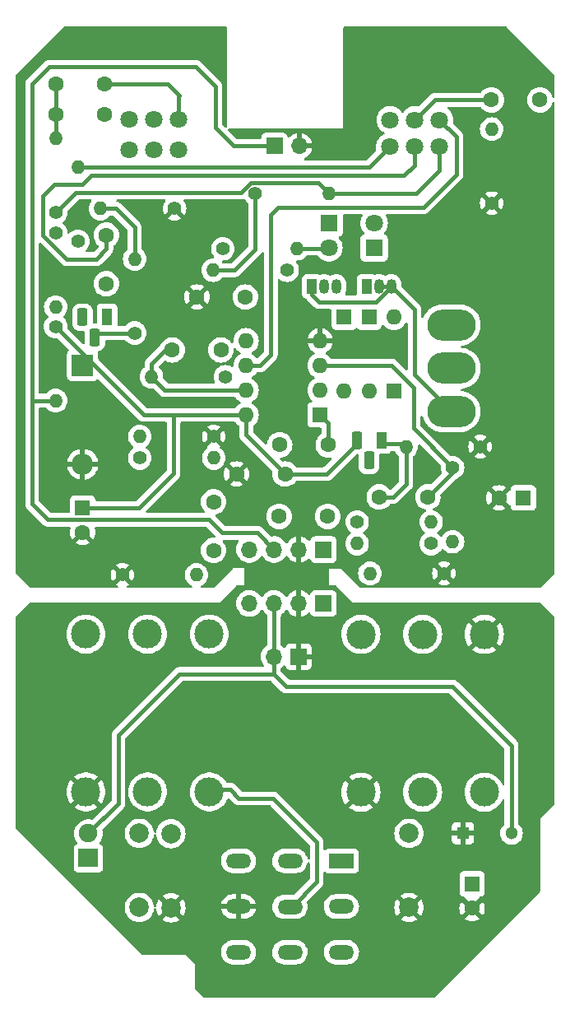
<source format=gbr>
%TF.GenerationSoftware,KiCad,Pcbnew,7.0.2-6a45011f42~172~ubuntu22.04.1*%
%TF.CreationDate,2023-05-16T10:09:17+01:00*%
%TF.ProjectId,greenbean,67726565-6e62-4656-916e-2e6b69636164,rev?*%
%TF.SameCoordinates,Original*%
%TF.FileFunction,Copper,L2,Bot*%
%TF.FilePolarity,Positive*%
%FSLAX46Y46*%
G04 Gerber Fmt 4.6, Leading zero omitted, Abs format (unit mm)*
G04 Created by KiCad (PCBNEW 7.0.2-6a45011f42~172~ubuntu22.04.1) date 2023-05-16 10:09:17*
%MOMM*%
%LPD*%
G01*
G04 APERTURE LIST*
G04 Aperture macros list*
%AMRoundRect*
0 Rectangle with rounded corners*
0 $1 Rounding radius*
0 $2 $3 $4 $5 $6 $7 $8 $9 X,Y pos of 4 corners*
0 Add a 4 corners polygon primitive as box body*
4,1,4,$2,$3,$4,$5,$6,$7,$8,$9,$2,$3,0*
0 Add four circle primitives for the rounded corners*
1,1,$1+$1,$2,$3*
1,1,$1+$1,$4,$5*
1,1,$1+$1,$6,$7*
1,1,$1+$1,$8,$9*
0 Add four rect primitives between the rounded corners*
20,1,$1+$1,$2,$3,$4,$5,0*
20,1,$1+$1,$4,$5,$6,$7,0*
20,1,$1+$1,$6,$7,$8,$9,0*
20,1,$1+$1,$8,$9,$2,$3,0*%
G04 Aperture macros list end*
%TA.AperFunction,ComponentPad*%
%ADD10R,1.050000X1.500000*%
%TD*%
%TA.AperFunction,ComponentPad*%
%ADD11O,1.050000X1.500000*%
%TD*%
%TA.AperFunction,ComponentPad*%
%ADD12C,1.400000*%
%TD*%
%TA.AperFunction,ComponentPad*%
%ADD13O,1.400000X1.400000*%
%TD*%
%TA.AperFunction,ComponentPad*%
%ADD14C,1.600000*%
%TD*%
%TA.AperFunction,ComponentPad*%
%ADD15R,1.600000X1.600000*%
%TD*%
%TA.AperFunction,ComponentPad*%
%ADD16O,1.600000X1.600000*%
%TD*%
%TA.AperFunction,ComponentPad*%
%ADD17C,3.000000*%
%TD*%
%TA.AperFunction,ComponentPad*%
%ADD18R,1.300000X1.300000*%
%TD*%
%TA.AperFunction,ComponentPad*%
%ADD19C,1.300000*%
%TD*%
%TA.AperFunction,ComponentPad*%
%ADD20R,2.600000X1.500000*%
%TD*%
%TA.AperFunction,ComponentPad*%
%ADD21O,2.600000X1.500000*%
%TD*%
%TA.AperFunction,ComponentPad*%
%ADD22R,1.700000X1.700000*%
%TD*%
%TA.AperFunction,ComponentPad*%
%ADD23O,1.700000X1.700000*%
%TD*%
%TA.AperFunction,ComponentPad*%
%ADD24O,5.000000X3.200000*%
%TD*%
%TA.AperFunction,ComponentPad*%
%ADD25R,1.800000X1.800000*%
%TD*%
%TA.AperFunction,ComponentPad*%
%ADD26C,1.800000*%
%TD*%
%TA.AperFunction,ComponentPad*%
%ADD27R,2.200000X2.200000*%
%TD*%
%TA.AperFunction,ComponentPad*%
%ADD28O,2.200000X2.200000*%
%TD*%
%TA.AperFunction,ComponentPad*%
%ADD29C,1.998980*%
%TD*%
%TA.AperFunction,ComponentPad*%
%ADD30R,2.000000X1.900000*%
%TD*%
%TA.AperFunction,ComponentPad*%
%ADD31C,1.900000*%
%TD*%
%TA.AperFunction,ComponentPad*%
%ADD32R,1.100000X1.800000*%
%TD*%
%TA.AperFunction,ComponentPad*%
%ADD33RoundRect,0.275000X0.275000X0.625000X-0.275000X0.625000X-0.275000X-0.625000X0.275000X-0.625000X0*%
%TD*%
%TA.AperFunction,Conductor*%
%ADD34C,0.400000*%
%TD*%
G04 APERTURE END LIST*
D10*
%TO.P,Q4,1,S*%
%TO.N,Net-(Q1-D)*%
X152080000Y-79720000D03*
D11*
%TO.P,Q4,2,G*%
%TO.N,A*%
X153350000Y-79720000D03*
%TO.P,Q4,3,D*%
X154620000Y-79720000D03*
%TD*%
D12*
%TO.P,R16,1*%
%TO.N,GND*%
X132590000Y-109400000D03*
D13*
%TO.P,R16,2*%
%TO.N,{slash}O*%
X140210000Y-109400000D03*
%TD*%
D12*
%TO.P,R2,1*%
%TO.N,Net-(Q2-B)*%
X164360000Y-106180000D03*
D13*
%TO.P,R2,2*%
%TO.N,Net-(C1-Pad2)*%
X156740000Y-106180000D03*
%TD*%
D12*
%TO.P,R19,1*%
%TO.N,VB*%
X125710000Y-74220000D03*
D13*
%TO.P,R19,2*%
%TO.N,VC*%
X125710000Y-81840000D03*
%TD*%
D12*
%TO.P,R13,1*%
%TO.N,Net-(Q3-B)*%
X133840000Y-84510000D03*
D13*
%TO.P,R13,2*%
%TO.N,VB*%
X133840000Y-76890000D03*
%TD*%
D14*
%TO.P,C10,1*%
%TO.N,Net-(C10-Pad1)*%
X141960000Y-101880000D03*
%TO.P,C10,2*%
%TO.N,{slash}O*%
X141960000Y-106880000D03*
%TD*%
D15*
%TO.P,D4,1,K*%
%TO.N,Net-(D3-A)*%
X157970000Y-82900000D03*
D16*
%TO.P,D4,2,A*%
%TO.N,A*%
X157970000Y-90520000D03*
%TD*%
D14*
%TO.P,C7,1*%
%TO.N,Net-(C7-Pad1)*%
X175560000Y-60530000D03*
%TO.P,C7,2*%
%TO.N,Net-(C7-Pad2)*%
X170560000Y-60530000D03*
%TD*%
D12*
%TO.P,R1,1*%
%TO.N,GND*%
X165680000Y-109240000D03*
D13*
%TO.P,R1,2*%
%TO.N,{slash}I*%
X158060000Y-109240000D03*
%TD*%
D17*
%TO.P,J3,1*%
%TO.N,GND*%
X128830000Y-131710000D03*
%TO.P,J3,2*%
%TO.N,Net-(J3-Pad2)*%
X141530000Y-131710000D03*
%TO.P,J3,3*%
%TO.N,N/C*%
X135180000Y-131710000D03*
%TO.P,J3,4*%
X128830000Y-115480000D03*
%TO.P,J3,5*%
X141530000Y-115480000D03*
%TO.P,J3,6*%
X135180000Y-115480000D03*
%TD*%
D12*
%TO.P,R3,1*%
%TO.N,Net-(Q2-B)*%
X156740000Y-103960000D03*
D13*
%TO.P,R3,2*%
%TO.N,VB*%
X164360000Y-103960000D03*
%TD*%
D18*
%TO.P,C1,1*%
%TO.N,GND*%
X167630000Y-135980000D03*
D19*
%TO.P,C1,2*%
%TO.N,+9V*%
X172630000Y-135980000D03*
%TD*%
D14*
%TO.P,C9,1*%
%TO.N,Net-(C9-Pad1)*%
X130930000Y-74450000D03*
%TO.P,C9,2*%
%TO.N,Net-(Q3-B)*%
X130930000Y-79450000D03*
%TD*%
D20*
%TO.P,SW1,1*%
%TO.N,Net-(SW1-Pad1)*%
X155130000Y-138805000D03*
D21*
%TO.P,SW1,2*%
X149830000Y-138805000D03*
%TO.P,SW1,3*%
%TO.N,/I*%
X144530000Y-138805000D03*
%TO.P,SW1,4*%
%TO.N,Net-(J2-Pad2)*%
X155130000Y-143505000D03*
%TO.P,SW1,5*%
%TO.N,Net-(J3-Pad2)*%
X149830000Y-143530000D03*
%TO.P,SW1,6*%
%TO.N,GND*%
X144530000Y-143505000D03*
%TO.P,SW1,7*%
%TO.N,/I*%
X155130000Y-148205000D03*
%TO.P,SW1,8*%
%TO.N,/O*%
X149830000Y-148205000D03*
%TO.P,SW1,9*%
%TO.N,Net-(R3-Pad2)*%
X144530000Y-148205000D03*
%TD*%
D14*
%TO.P,C3,1*%
%TO.N,A*%
X148770000Y-96010000D03*
%TO.P,C3,2*%
%TO.N,B*%
X153770000Y-96010000D03*
%TD*%
D12*
%TO.P,R6,1*%
%TO.N,VB*%
X125730000Y-72140000D03*
D13*
%TO.P,R6,2*%
%TO.N,Net-(C4-Pad1)*%
X125730000Y-64520000D03*
%TD*%
D14*
%TO.P,C2,1*%
%TO.N,Net-(Q2-E)*%
X159020000Y-101380000D03*
%TO.P,C2,2*%
%TO.N,Net-(U1A-+)*%
X164020000Y-101380000D03*
%TD*%
D10*
%TO.P,Q1,1,S*%
%TO.N,Net-(D5-K)*%
X157730000Y-79730000D03*
D11*
%TO.P,Q1,2,G*%
%TO.N,Net-(Q1-D)*%
X159000000Y-79730000D03*
%TO.P,Q1,3,D*%
X160270000Y-79730000D03*
%TD*%
D14*
%TO.P,C5,1*%
%TO.N,Net-(C4-Pad1)*%
X125770000Y-62010000D03*
%TO.P,C5,2*%
%TO.N,Net-(C5-Pad2)*%
X130770000Y-62010000D03*
%TD*%
D12*
%TO.P,R5,1*%
%TO.N,Net-(U1A-+)*%
X166570000Y-98360000D03*
D13*
%TO.P,R5,2*%
%TO.N,VB*%
X166570000Y-105980000D03*
%TD*%
D15*
%TO.P,U1,1*%
%TO.N,B*%
X152930000Y-92930000D03*
D16*
%TO.P,U1,2,-*%
%TO.N,A*%
X152930000Y-90390000D03*
%TO.P,U1,3,+*%
%TO.N,Net-(U1A-+)*%
X152930000Y-87850000D03*
%TO.P,U1,4,V-*%
%TO.N,GND*%
X152930000Y-85310000D03*
%TO.P,U1,5,+*%
%TO.N,Net-(U1B-+)*%
X145310000Y-85310000D03*
%TO.P,U1,6,-*%
%TO.N,Net-(U1B--)*%
X145310000Y-87850000D03*
%TO.P,U1,7*%
%TO.N,Net-(C8-Pad1)*%
X145310000Y-90390000D03*
%TO.P,U1,8,V+*%
%TO.N,VC*%
X145310000Y-92930000D03*
%TD*%
D22*
%TO.P,JOVGI1,1*%
%TO.N,{slash}I*%
X153280000Y-112330000D03*
D23*
%TO.P,JOVGI1,2*%
%TO.N,GND*%
X150740000Y-112330000D03*
%TO.P,JOVGI1,3*%
%TO.N,+9V*%
X148200000Y-112330000D03*
%TO.P,JOVGI1,4*%
%TO.N,{slash}O*%
X145660000Y-112330000D03*
%TD*%
D12*
%TO.P,R10,1*%
%TO.N,GND*%
X170590000Y-71160000D03*
D13*
%TO.P,R10,2*%
%TO.N,Net-(C7-Pad1)*%
X170590000Y-63540000D03*
%TD*%
D12*
%TO.P,R8,1*%
%TO.N,B*%
X149540000Y-78060000D03*
D13*
%TO.P,R8,2*%
%TO.N,Net-(U1B-+)*%
X141920000Y-78060000D03*
%TD*%
D24*
%TO.P,SW1,1,A*%
%TO.N,Net-(D3-A)*%
X166440000Y-83690000D03*
%TO.P,SW1,2,B*%
%TO.N,B*%
X166440000Y-88140000D03*
%TO.P,SW1,3,C*%
%TO.N,Net-(Q1-D)*%
X166440000Y-92590000D03*
%TD*%
D12*
%TO.P,R7,1*%
%TO.N,Net-(DRIVE1-Pad2)*%
X142920000Y-75840000D03*
D13*
%TO.P,R7,2*%
%TO.N,B*%
X150540000Y-75840000D03*
%TD*%
D25*
%TO.P,D1,1,K*%
%TO.N,A*%
X153850000Y-73200000D03*
D26*
%TO.P,D1,2,A*%
%TO.N,B*%
X153850000Y-75740000D03*
%TD*%
D27*
%TO.P,D7,1,K*%
%TO.N,VC*%
X128490000Y-87830000D03*
D28*
%TO.P,D7,2,A*%
%TO.N,GND*%
X128490000Y-97990000D03*
%TD*%
D12*
%TO.P,R9,1*%
%TO.N,Net-(U1B-+)*%
X146230000Y-70160000D03*
D13*
%TO.P,R9,2*%
%TO.N,VB*%
X153850000Y-70160000D03*
%TD*%
D22*
%TO.P,J4,1*%
%TO.N,GND*%
X150720000Y-117790000D03*
D23*
%TO.P,J4,2*%
%TO.N,+9V*%
X148180000Y-117790000D03*
%TD*%
D15*
%TO.P,D5,1,K*%
%TO.N,Net-(D5-K)*%
X155400000Y-82880000D03*
D16*
%TO.P,D5,2,A*%
%TO.N,A*%
X155400000Y-90500000D03*
%TD*%
D29*
%TO.P,R2,1*%
%TO.N,/O*%
X137580000Y-136000000D03*
%TO.P,R2,2*%
%TO.N,GND*%
X137580000Y-143620000D03*
%TD*%
D14*
%TO.P,C4,1*%
%TO.N,Net-(C4-Pad1)*%
X125730000Y-58890000D03*
%TO.P,C4,2*%
%TO.N,A*%
X130730000Y-58890000D03*
%TD*%
D30*
%TO.P,D1,1*%
%TO.N,Net-(D1-Pad1)*%
X129080000Y-138520000D03*
D31*
%TO.P,D1,2*%
%TO.N,+9V*%
X129080000Y-135980000D03*
%TD*%
D12*
%TO.P,R12,1*%
%TO.N,Net-(C8-Pad2)*%
X128020000Y-75080000D03*
D13*
%TO.P,R12,2*%
%TO.N,Net-(R12-Pad2)*%
X128020000Y-67460000D03*
%TD*%
D29*
%TO.P,R3,1*%
%TO.N,Net-(D1-Pad1)*%
X134330000Y-143600000D03*
%TO.P,R3,2*%
%TO.N,Net-(R3-Pad2)*%
X134330000Y-135980000D03*
%TD*%
D14*
%TO.P,C8,1*%
%TO.N,Net-(C8-Pad1)*%
X137720000Y-86250000D03*
%TO.P,C8,2*%
%TO.N,Net-(C8-Pad2)*%
X142720000Y-86250000D03*
%TD*%
D25*
%TO.P,D2,1,K*%
%TO.N,B*%
X158500000Y-75745000D03*
D26*
%TO.P,D2,2,A*%
%TO.N,A*%
X158500000Y-73205000D03*
%TD*%
D29*
%TO.P,R1,1*%
%TO.N,/I*%
X162080000Y-135980000D03*
%TO.P,R1,2*%
%TO.N,GND*%
X162080000Y-143600000D03*
%TD*%
D12*
%TO.P,R14,1*%
%TO.N,GND*%
X141990000Y-95160000D03*
D13*
%TO.P,R14,2*%
%TO.N,Net-(Q3-E)*%
X134370000Y-95160000D03*
%TD*%
D32*
%TO.P,Q3,1,E*%
%TO.N,Net-(Q3-E)*%
X131010000Y-82890000D03*
D33*
%TO.P,Q3,2,B*%
%TO.N,Net-(Q3-B)*%
X129740000Y-84960000D03*
%TO.P,Q3,3,C*%
%TO.N,VC*%
X128470000Y-82890000D03*
%TD*%
D15*
%TO.P,C13,1*%
%TO.N,VC*%
X128490000Y-102510000D03*
D14*
%TO.P,C13,2*%
%TO.N,GND*%
X128490000Y-105010000D03*
%TD*%
D12*
%TO.P,R18,1*%
%TO.N,VC*%
X125700000Y-83840000D03*
D13*
%TO.P,R18,2*%
%TO.N,+9V*%
X125700000Y-91460000D03*
%TD*%
D17*
%TO.P,J2,1*%
%TO.N,GND*%
X169830000Y-115510000D03*
%TO.P,J2,2*%
%TO.N,Net-(J2-Pad2)*%
X157130000Y-115510000D03*
%TO.P,J2,3*%
%TO.N,N/C*%
X163480000Y-115510000D03*
%TO.P,J2,4*%
X169830000Y-131740000D03*
%TO.P,J2,5*%
%TO.N,GND*%
X157130000Y-131740000D03*
%TO.P,J2,6*%
%TO.N,N/C*%
X163480000Y-131740000D03*
%TD*%
D14*
%TO.P,C1,1*%
%TO.N,{slash}I*%
X148710000Y-103370000D03*
%TO.P,C1,2*%
%TO.N,Net-(C1-Pad2)*%
X153710000Y-103370000D03*
%TD*%
D32*
%TO.P,Q2,1,E*%
%TO.N,Net-(Q2-E)*%
X159230000Y-95530000D03*
D33*
%TO.P,Q2,2,B*%
%TO.N,Net-(Q2-B)*%
X157960000Y-97600000D03*
%TO.P,Q2,3,C*%
%TO.N,VC*%
X156690000Y-95530000D03*
%TD*%
D14*
%TO.P,C6,1*%
%TO.N,GND*%
X140250000Y-80810000D03*
%TO.P,C6,2*%
%TO.N,Net-(U1B-+)*%
X145250000Y-80810000D03*
%TD*%
D12*
%TO.P,R11,1*%
%TO.N,Net-(U1B--)*%
X143190000Y-89010000D03*
D13*
%TO.P,R11,2*%
%TO.N,Net-(C8-Pad1)*%
X135570000Y-89010000D03*
%TD*%
D15*
%TO.P,D3,1,K*%
%TO.N,A*%
X160530000Y-90520000D03*
D16*
%TO.P,D3,2,A*%
%TO.N,Net-(D3-A)*%
X160530000Y-82900000D03*
%TD*%
D22*
%TO.P,J1,1*%
%TO.N,+9V*%
X148230000Y-65280000D03*
D23*
%TO.P,J1,2*%
%TO.N,GND*%
X150770000Y-65280000D03*
%TD*%
D12*
%TO.P,R20,1*%
%TO.N,GND*%
X137950000Y-71720000D03*
D13*
%TO.P,R20,2*%
%TO.N,VB*%
X130330000Y-71720000D03*
%TD*%
D15*
%TO.P,C2,1*%
%TO.N,+9V*%
X168580000Y-141180000D03*
D14*
%TO.P,C2,2*%
%TO.N,GND*%
X168580000Y-143680000D03*
%TD*%
D12*
%TO.P,R4,1*%
%TO.N,GND*%
X169410000Y-96200000D03*
D13*
%TO.P,R4,2*%
%TO.N,Net-(Q2-E)*%
X161790000Y-96200000D03*
%TD*%
D14*
%TO.P,C11,1*%
%TO.N,GND*%
X144330000Y-99020000D03*
%TO.P,C11,2*%
%TO.N,VC*%
X149330000Y-99020000D03*
%TD*%
D15*
%TO.P,C12,1*%
%TO.N,VB*%
X173842651Y-101470000D03*
D14*
%TO.P,C12,2*%
%TO.N,GND*%
X171342651Y-101470000D03*
%TD*%
D22*
%TO.P,JOVGI2,1*%
%TO.N,{slash}I*%
X153280000Y-106780000D03*
D23*
%TO.P,JOVGI2,2*%
%TO.N,GND*%
X150740000Y-106780000D03*
%TO.P,JOVGI2,3*%
%TO.N,+9V*%
X148200000Y-106780000D03*
%TO.P,JOVGI2,4*%
%TO.N,{slash}O*%
X145660000Y-106780000D03*
%TD*%
D12*
%TO.P,R15,1*%
%TO.N,Net-(Q3-E)*%
X134370000Y-97370000D03*
D13*
%TO.P,R15,2*%
%TO.N,Net-(C10-Pad1)*%
X141990000Y-97370000D03*
%TD*%
D26*
%TO.P,TONE,1,1*%
%TO.N,Net-(U1B-+)*%
X160150000Y-62590000D03*
%TO.P,TONE,2,2*%
%TO.N,Net-(C7-Pad2)*%
X162690000Y-62590000D03*
%TO.P,TONE,3,3*%
%TO.N,Net-(U1B--)*%
X165230000Y-62590000D03*
%TD*%
%TO.P,DRIVE,1,1*%
%TO.N,A*%
X138355000Y-65635000D03*
%TO.P,DRIVE,2,2*%
%TO.N,Net-(DRIVE1-Pad2)*%
X135815000Y-65635000D03*
%TO.P,DRIVE,3,3*%
X133275000Y-65635000D03*
%TD*%
%TO.P,LOW,1,1*%
%TO.N,unconnected-(LOW1-Pad1)*%
X133315000Y-62535000D03*
%TO.P,LOW,2,2*%
%TO.N,Net-(C5-Pad2)*%
X135855000Y-62535000D03*
%TO.P,LOW,3,3*%
%TO.N,A*%
X138395000Y-62535000D03*
%TD*%
%TO.P,VOL,1,1*%
%TO.N,VB*%
X165175000Y-65355000D03*
%TO.P,VOL,2,2*%
%TO.N,Net-(C9-Pad1)*%
X162635000Y-65355000D03*
%TO.P,VOL,3,3*%
%TO.N,Net-(R12-Pad2)*%
X160095000Y-65355000D03*
%TD*%
D34*
%TO.N,Net-(Q2-E)*%
X159020000Y-101380000D02*
X160470000Y-101380000D01*
X159230000Y-95930000D02*
X161520000Y-95930000D01*
X160470000Y-101380000D02*
X161790000Y-100060000D01*
X161790000Y-100060000D02*
X161790000Y-96200000D01*
%TO.N,Net-(U1A-+)*%
X162540000Y-90130000D02*
X162540000Y-94330000D01*
X162540000Y-94330000D02*
X166570000Y-98360000D01*
X160260000Y-87850000D02*
X162540000Y-90130000D01*
X164020000Y-101380000D02*
X166570000Y-98830000D01*
X152930000Y-87850000D02*
X160260000Y-87850000D01*
%TO.N,A*%
X137260000Y-58890000D02*
X138430000Y-60060000D01*
X138395000Y-60095000D02*
X138395000Y-62535000D01*
X138430000Y-60060000D02*
X138395000Y-60095000D01*
X130730000Y-58890000D02*
X137260000Y-58890000D01*
%TO.N,Net-(C4-Pad1)*%
X125730000Y-64520000D02*
X125730000Y-58890000D01*
%TO.N,B*%
X153770000Y-93770000D02*
X152930000Y-92930000D01*
X150540000Y-75840000D02*
X153750000Y-75840000D01*
X153770000Y-96010000D02*
X153770000Y-93770000D01*
%TO.N,Net-(U1B-+)*%
X146230000Y-75890000D02*
X146230000Y-70160000D01*
X144120000Y-78060000D02*
X146260000Y-75920000D01*
X141920000Y-78060000D02*
X144120000Y-78060000D01*
X146260000Y-75920000D02*
X146230000Y-75890000D01*
%TO.N,Net-(C7-Pad2)*%
X164750000Y-60530000D02*
X170560000Y-60530000D01*
X162690000Y-62590000D02*
X164750000Y-60530000D01*
%TO.N,Net-(C8-Pad1)*%
X145310000Y-90390000D02*
X136950000Y-90390000D01*
X137370000Y-86250000D02*
X137020000Y-86250000D01*
X135570000Y-87700000D02*
X135570000Y-89010000D01*
X137020000Y-86250000D02*
X135570000Y-87700000D01*
X136950000Y-90390000D02*
X135570000Y-89010000D01*
%TO.N,Net-(C9-Pad1)*%
X124410000Y-74475635D02*
X126854365Y-76920000D01*
X162635000Y-67255000D02*
X161570000Y-68320000D01*
X126854365Y-76920000D02*
X129880000Y-76920000D01*
X125590000Y-69200000D02*
X124410000Y-70380000D01*
X130930000Y-75870000D02*
X130930000Y-74450000D01*
X161570000Y-68320000D02*
X129350000Y-68320000D01*
X129350000Y-68320000D02*
X128470000Y-69200000D01*
X124410000Y-70380000D02*
X124410000Y-74475635D01*
X128470000Y-69200000D02*
X125590000Y-69200000D01*
X129880000Y-76920000D02*
X130930000Y-75870000D01*
X162635000Y-65355000D02*
X162635000Y-67255000D01*
%TO.N,Net-(Q3-B)*%
X129790000Y-84510000D02*
X133840000Y-84510000D01*
%TO.N,+9V*%
X138480000Y-119580000D02*
X132180000Y-125880000D01*
X146500000Y-105080000D02*
X148200000Y-106780000D01*
X123310000Y-91460000D02*
X123280000Y-91430000D01*
X148180000Y-117790000D02*
X148180000Y-119080000D01*
X144060000Y-65280000D02*
X142130000Y-63350000D01*
X123280000Y-58930000D02*
X123280000Y-91430000D01*
X148230000Y-65280000D02*
X144060000Y-65280000D01*
X172630000Y-126930000D02*
X172630000Y-135980000D01*
X124910000Y-103710000D02*
X141512943Y-103710000D01*
X148180000Y-119080000D02*
X148180000Y-119580000D01*
X148180000Y-119580000D02*
X138480000Y-119580000D01*
X142130000Y-59120000D02*
X140130000Y-57120000D01*
X132180000Y-132880000D02*
X129080000Y-135980000D01*
X123280000Y-91430000D02*
X123280000Y-102080000D01*
X132180000Y-125880000D02*
X132180000Y-132880000D01*
X142130000Y-63350000D02*
X142130000Y-59120000D01*
X140130000Y-57120000D02*
X125090000Y-57120000D01*
X125090000Y-57120000D02*
X123280000Y-58930000D01*
X149480000Y-120880000D02*
X166580000Y-120880000D01*
X166580000Y-120880000D02*
X172630000Y-126930000D01*
X125700000Y-91460000D02*
X123310000Y-91460000D01*
X142882943Y-105080000D02*
X146500000Y-105080000D01*
X148200000Y-113532081D02*
X148180000Y-113552081D01*
X148180000Y-119580000D02*
X149480000Y-120880000D01*
X148180000Y-113552081D02*
X148180000Y-119080000D01*
X141512943Y-103710000D02*
X142882943Y-105080000D01*
X148200000Y-112330000D02*
X148200000Y-113532081D01*
X123280000Y-102080000D02*
X124910000Y-103710000D01*
%TO.N,VC*%
X153600000Y-99020000D02*
X156690000Y-95930000D01*
X149330000Y-99020000D02*
X153600000Y-99020000D01*
X145310000Y-95000000D02*
X149330000Y-99020000D01*
X134790000Y-92930000D02*
X125700000Y-83840000D01*
X145310000Y-92930000D02*
X137850000Y-92930000D01*
X145310000Y-92930000D02*
X145310000Y-95000000D01*
X137850000Y-98980000D02*
X137850000Y-92930000D01*
X137850000Y-92930000D02*
X134790000Y-92930000D01*
X134320000Y-102510000D02*
X137850000Y-98980000D01*
X128490000Y-102510000D02*
X134320000Y-102510000D01*
%TO.N,Net-(Q1-D)*%
X162650000Y-88800000D02*
X162650000Y-82110000D01*
X166440000Y-92590000D02*
X162650000Y-88800000D01*
X152860000Y-81330000D02*
X158670000Y-81330000D01*
X152080000Y-80550000D02*
X152860000Y-81330000D01*
X152080000Y-79720000D02*
X152080000Y-80550000D01*
X158670000Y-81330000D02*
X160270000Y-79730000D01*
X159000000Y-79730000D02*
X160270000Y-79730000D01*
X162650000Y-82110000D02*
X160270000Y-79730000D01*
%TO.N,VB*%
X127810000Y-70060000D02*
X144774365Y-70060000D01*
X153850000Y-70160000D02*
X162800000Y-70160000D01*
X165175000Y-67785000D02*
X165175000Y-65355000D01*
X131880000Y-71720000D02*
X130330000Y-71720000D01*
X131890000Y-71710000D02*
X131880000Y-71720000D01*
X162800000Y-70160000D02*
X165175000Y-67785000D01*
X125730000Y-72140000D02*
X127810000Y-70060000D01*
X145774365Y-69060000D02*
X152750000Y-69060000D01*
X133840000Y-73660000D02*
X131890000Y-71710000D01*
X144774365Y-70060000D02*
X145774365Y-69060000D01*
X133840000Y-76890000D02*
X133840000Y-73660000D01*
X152750000Y-69060000D02*
X153850000Y-70160000D01*
%TO.N,Net-(U1B--)*%
X163570000Y-71570000D02*
X166960000Y-68180000D01*
X146760000Y-87850000D02*
X147850000Y-86760000D01*
X166960000Y-68180000D02*
X166960000Y-64320000D01*
X147850000Y-72360000D02*
X148640000Y-71570000D01*
X166960000Y-64320000D02*
X165230000Y-62590000D01*
X147850000Y-86760000D02*
X147850000Y-72360000D01*
X145310000Y-87850000D02*
X146760000Y-87850000D01*
X148640000Y-71570000D02*
X163570000Y-71570000D01*
%TO.N,Net-(R12-Pad2)*%
X128020000Y-67460000D02*
X157990000Y-67460000D01*
X157990000Y-67460000D02*
X160095000Y-65355000D01*
%TO.N,Net-(J3-Pad2)*%
X143651320Y-131460000D02*
X144571320Y-132380000D01*
X148080000Y-132380000D02*
X152580000Y-136880000D01*
X141530000Y-131460000D02*
X143651320Y-131460000D01*
X152580000Y-136880000D02*
X152580000Y-140980000D01*
X152580000Y-140980000D02*
X150030000Y-143530000D01*
X144571320Y-132380000D02*
X148080000Y-132380000D01*
%TD*%
%TA.AperFunction,Conductor*%
%TO.N,GND*%
G36*
X143271621Y-53000502D02*
G01*
X143318114Y-53054158D01*
X143329500Y-53106500D01*
X143329500Y-63243339D01*
X143309498Y-63311460D01*
X143255842Y-63357953D01*
X143185568Y-63368057D01*
X143120988Y-63338563D01*
X143114405Y-63332435D01*
X143025309Y-63243339D01*
X142875403Y-63093433D01*
X142841380Y-63031123D01*
X142838500Y-63004340D01*
X142838500Y-59145217D01*
X142838730Y-59137609D01*
X142842402Y-59076908D01*
X142842402Y-59076907D01*
X142831433Y-59017052D01*
X142830295Y-59009572D01*
X142822965Y-58949199D01*
X142819349Y-58939666D01*
X142813227Y-58917702D01*
X142811389Y-58907671D01*
X142786418Y-58852189D01*
X142783524Y-58845203D01*
X142761954Y-58788325D01*
X142761952Y-58788323D01*
X142761952Y-58788321D01*
X142756161Y-58779931D01*
X142744957Y-58760067D01*
X142740775Y-58750774D01*
X142703260Y-58702891D01*
X142698766Y-58696783D01*
X142664215Y-58646727D01*
X142618682Y-58606388D01*
X142613141Y-58601171D01*
X140648827Y-56636857D01*
X140643610Y-56631316D01*
X140603273Y-56585785D01*
X140572743Y-56564711D01*
X140553220Y-56551235D01*
X140547092Y-56546725D01*
X140499224Y-56509223D01*
X140489922Y-56505036D01*
X140470068Y-56493839D01*
X140468781Y-56492951D01*
X140461675Y-56488046D01*
X140461673Y-56488045D01*
X140404822Y-56466483D01*
X140397794Y-56463572D01*
X140342329Y-56438610D01*
X140332289Y-56436770D01*
X140310332Y-56430649D01*
X140300801Y-56427035D01*
X140240432Y-56419704D01*
X140232914Y-56418559D01*
X140225153Y-56417137D01*
X140173093Y-56407597D01*
X140112390Y-56411270D01*
X140104782Y-56411500D01*
X125115223Y-56411500D01*
X125107616Y-56411270D01*
X125105540Y-56411144D01*
X125046906Y-56407597D01*
X124987090Y-56418559D01*
X124979569Y-56419704D01*
X124919197Y-56427035D01*
X124909662Y-56430651D01*
X124887711Y-56436770D01*
X124885609Y-56437155D01*
X124877668Y-56438611D01*
X124822213Y-56463569D01*
X124815186Y-56466480D01*
X124758322Y-56488046D01*
X124749926Y-56493842D01*
X124730076Y-56505038D01*
X124720776Y-56509224D01*
X124720774Y-56509225D01*
X124720775Y-56509225D01*
X124672899Y-56546731D01*
X124666785Y-56551230D01*
X124616730Y-56585781D01*
X124576388Y-56631317D01*
X124571172Y-56636856D01*
X122796856Y-58411172D01*
X122791317Y-58416388D01*
X122745782Y-58456729D01*
X122711238Y-58506773D01*
X122706731Y-58512898D01*
X122669224Y-58560774D01*
X122665036Y-58570078D01*
X122653843Y-58589923D01*
X122648048Y-58598319D01*
X122626482Y-58655183D01*
X122623570Y-58662211D01*
X122598611Y-58717668D01*
X122596771Y-58727710D01*
X122590651Y-58749662D01*
X122587035Y-58759197D01*
X122579705Y-58819554D01*
X122578561Y-58827071D01*
X122567597Y-58886907D01*
X122571269Y-58947607D01*
X122571499Y-58955214D01*
X122571500Y-91387141D01*
X122571500Y-91404781D01*
X122571270Y-91412389D01*
X122567597Y-91473090D01*
X122569436Y-91483123D01*
X122571499Y-91505832D01*
X122571499Y-102054781D01*
X122571269Y-102062388D01*
X122567597Y-102123092D01*
X122578559Y-102182910D01*
X122579704Y-102190432D01*
X122587035Y-102250801D01*
X122590649Y-102260332D01*
X122596770Y-102282289D01*
X122598610Y-102292329D01*
X122623572Y-102347794D01*
X122626483Y-102354822D01*
X122648045Y-102411673D01*
X122653839Y-102420068D01*
X122665036Y-102439922D01*
X122669223Y-102449224D01*
X122706725Y-102497092D01*
X122711235Y-102503220D01*
X122721108Y-102517523D01*
X122745785Y-102553273D01*
X122791316Y-102593610D01*
X122796857Y-102598827D01*
X124391171Y-104193141D01*
X124396388Y-104198682D01*
X124436727Y-104244215D01*
X124486783Y-104278766D01*
X124492891Y-104283260D01*
X124540774Y-104320775D01*
X124550071Y-104324959D01*
X124569931Y-104336161D01*
X124578321Y-104341952D01*
X124578323Y-104341952D01*
X124578325Y-104341954D01*
X124635203Y-104363524D01*
X124642189Y-104366418D01*
X124697671Y-104391389D01*
X124707704Y-104393227D01*
X124729666Y-104399349D01*
X124739199Y-104402965D01*
X124799572Y-104410295D01*
X124807052Y-104411433D01*
X124866907Y-104422402D01*
X124866907Y-104422401D01*
X124866908Y-104422402D01*
X124927610Y-104418730D01*
X124935218Y-104418500D01*
X127130144Y-104418500D01*
X127198265Y-104438502D01*
X127244758Y-104492158D01*
X127254862Y-104562432D01*
X127251851Y-104577111D01*
X127196951Y-104782000D01*
X127177004Y-105010000D01*
X127196951Y-105237999D01*
X127256186Y-105459070D01*
X127352912Y-105666497D01*
X127402900Y-105737888D01*
X128091272Y-105049516D01*
X128104835Y-105135148D01*
X128162359Y-105248045D01*
X128251955Y-105337641D01*
X128364852Y-105395165D01*
X128450481Y-105408726D01*
X127762110Y-106097097D01*
X127762110Y-106097100D01*
X127833497Y-106147085D01*
X128040929Y-106243813D01*
X128262000Y-106303048D01*
X128490000Y-106322995D01*
X128717999Y-106303048D01*
X128939070Y-106243813D01*
X129146498Y-106147087D01*
X129217888Y-106097099D01*
X129217888Y-106097098D01*
X128529518Y-105408727D01*
X128615148Y-105395165D01*
X128728045Y-105337641D01*
X128817641Y-105248045D01*
X128875165Y-105135148D01*
X128888727Y-105049518D01*
X129577097Y-105737888D01*
X129577099Y-105737888D01*
X129627087Y-105666498D01*
X129723813Y-105459070D01*
X129783048Y-105237999D01*
X129802995Y-105010000D01*
X129783048Y-104782000D01*
X129728149Y-104577111D01*
X129729839Y-104506135D01*
X129769633Y-104447339D01*
X129834898Y-104419391D01*
X129849856Y-104418500D01*
X141167283Y-104418500D01*
X141235404Y-104438502D01*
X141256378Y-104455405D01*
X142161755Y-105360782D01*
X142195781Y-105423094D01*
X142190716Y-105493909D01*
X142148169Y-105550745D01*
X142081649Y-105575556D01*
X142061682Y-105575398D01*
X141960000Y-105566502D01*
X141731912Y-105586457D01*
X141510756Y-105645715D01*
X141303249Y-105742477D01*
X141115696Y-105873804D01*
X140953804Y-106035696D01*
X140822477Y-106223249D01*
X140725715Y-106430756D01*
X140666457Y-106651912D01*
X140646502Y-106880000D01*
X140666457Y-107108087D01*
X140725715Y-107329243D01*
X140822477Y-107536750D01*
X140953804Y-107724303D01*
X141115696Y-107886195D01*
X141303249Y-108017522D01*
X141510756Y-108114284D01*
X141570015Y-108130162D01*
X141731913Y-108173543D01*
X141960000Y-108193498D01*
X142188087Y-108173543D01*
X142409243Y-108114284D01*
X142616749Y-108017523D01*
X142804300Y-107886198D01*
X142966198Y-107724300D01*
X143097523Y-107536749D01*
X143194284Y-107329243D01*
X143253543Y-107108087D01*
X143273498Y-106880000D01*
X143253543Y-106651913D01*
X143210162Y-106490015D01*
X143194284Y-106430756D01*
X143097522Y-106223249D01*
X142966195Y-106035696D01*
X142934094Y-106003595D01*
X142900068Y-105941283D01*
X142905133Y-105870468D01*
X142947680Y-105813632D01*
X143014200Y-105788821D01*
X143023189Y-105788500D01*
X144452215Y-105788500D01*
X144520336Y-105808502D01*
X144566829Y-105862158D01*
X144576933Y-105932432D01*
X144557698Y-105983416D01*
X144461139Y-106131208D01*
X144370702Y-106337388D01*
X144315437Y-106555627D01*
X144315436Y-106555632D01*
X144296844Y-106780000D01*
X144315436Y-107004368D01*
X144315436Y-107004371D01*
X144315437Y-107004372D01*
X144370702Y-107222611D01*
X144461139Y-107428790D01*
X144495183Y-107480898D01*
X144584278Y-107617268D01*
X144736419Y-107782536D01*
X144736762Y-107782908D01*
X144914421Y-107921187D01*
X144914424Y-107921189D01*
X145112426Y-108028342D01*
X145325365Y-108101444D01*
X145547431Y-108138500D01*
X145547434Y-108138500D01*
X145772566Y-108138500D01*
X145772569Y-108138500D01*
X145994635Y-108101444D01*
X146207574Y-108028342D01*
X146405576Y-107921189D01*
X146583240Y-107782906D01*
X146735722Y-107617268D01*
X146824518Y-107481354D01*
X146878521Y-107435268D01*
X146948869Y-107425693D01*
X147013226Y-107455670D01*
X147035480Y-107481353D01*
X147124278Y-107617268D01*
X147276419Y-107782536D01*
X147276762Y-107782908D01*
X147454421Y-107921187D01*
X147454424Y-107921189D01*
X147652426Y-108028342D01*
X147865365Y-108101444D01*
X148087431Y-108138500D01*
X148087434Y-108138500D01*
X148312566Y-108138500D01*
X148312569Y-108138500D01*
X148534635Y-108101444D01*
X148747574Y-108028342D01*
X148945576Y-107921189D01*
X149123240Y-107782906D01*
X149275722Y-107617268D01*
X149364817Y-107480896D01*
X149418819Y-107434809D01*
X149489167Y-107425234D01*
X149553524Y-107455211D01*
X149575782Y-107480897D01*
X149664678Y-107616962D01*
X149817096Y-107782533D01*
X149994697Y-107920766D01*
X150192631Y-108027883D01*
X150405485Y-108100955D01*
X150486000Y-108114391D01*
X150486000Y-107213674D01*
X150597685Y-107264680D01*
X150704237Y-107280000D01*
X150775763Y-107280000D01*
X150882315Y-107264680D01*
X150993999Y-107213675D01*
X150993999Y-108114390D01*
X151074514Y-108100955D01*
X151287368Y-108027883D01*
X151485302Y-107920766D01*
X151662899Y-107782536D01*
X151724047Y-107716112D01*
X151784900Y-107679541D01*
X151855864Y-107681674D01*
X151914410Y-107721835D01*
X151934805Y-107757416D01*
X151979111Y-107876206D01*
X152066738Y-107993261D01*
X152183794Y-108080888D01*
X152183795Y-108080888D01*
X152183796Y-108080889D01*
X152320799Y-108131989D01*
X152381362Y-108138500D01*
X152384731Y-108138500D01*
X154175269Y-108138500D01*
X154178638Y-108138500D01*
X154239201Y-108131989D01*
X154376204Y-108080889D01*
X154493261Y-107993261D01*
X154580889Y-107876204D01*
X154631989Y-107739201D01*
X154638500Y-107678638D01*
X154638500Y-106180000D01*
X155526884Y-106180000D01*
X155545314Y-106390655D01*
X155600043Y-106594909D01*
X155689411Y-106786559D01*
X155810701Y-106959779D01*
X155960220Y-107109298D01*
X156133440Y-107230588D01*
X156133441Y-107230588D01*
X156133442Y-107230589D01*
X156325090Y-107319956D01*
X156529345Y-107374686D01*
X156740000Y-107393116D01*
X156950655Y-107374686D01*
X157154910Y-107319956D01*
X157346558Y-107230589D01*
X157519776Y-107109301D01*
X157669301Y-106959776D01*
X157790589Y-106786558D01*
X157879956Y-106594910D01*
X157934686Y-106390655D01*
X157953116Y-106180000D01*
X157934686Y-105969345D01*
X157879956Y-105765090D01*
X157790589Y-105573442D01*
X157785267Y-105565842D01*
X157697987Y-105441192D01*
X157669301Y-105400224D01*
X157669300Y-105400223D01*
X157669298Y-105400220D01*
X157519780Y-105250702D01*
X157519776Y-105250699D01*
X157409112Y-105173211D01*
X157364785Y-105117757D01*
X157357476Y-105047137D01*
X157389506Y-104983777D01*
X157409107Y-104966791D01*
X157519776Y-104889301D01*
X157669301Y-104739776D01*
X157790589Y-104566558D01*
X157879956Y-104374910D01*
X157934686Y-104170655D01*
X157953116Y-103960000D01*
X157934686Y-103749345D01*
X157879956Y-103545090D01*
X157790589Y-103353442D01*
X157760064Y-103309848D01*
X157676213Y-103190095D01*
X157669301Y-103180224D01*
X157669300Y-103180223D01*
X157669298Y-103180220D01*
X157519779Y-103030701D01*
X157346559Y-102909411D01*
X157154909Y-102820043D01*
X156950655Y-102765314D01*
X156740000Y-102746884D01*
X156529344Y-102765314D01*
X156325090Y-102820043D01*
X156133440Y-102909411D01*
X155960220Y-103030701D01*
X155810701Y-103180220D01*
X155689411Y-103353440D01*
X155600043Y-103545090D01*
X155545314Y-103749344D01*
X155526884Y-103959999D01*
X155545314Y-104170655D01*
X155600043Y-104374909D01*
X155689411Y-104566559D01*
X155810701Y-104739779D01*
X155960220Y-104889298D01*
X156070885Y-104966787D01*
X156115213Y-105022244D01*
X156122522Y-105092864D01*
X156090491Y-105156224D01*
X156070885Y-105173213D01*
X155960220Y-105250701D01*
X155810701Y-105400220D01*
X155689411Y-105573440D01*
X155600043Y-105765090D01*
X155545314Y-105969344D01*
X155526884Y-106180000D01*
X154638500Y-106180000D01*
X154638500Y-105881362D01*
X154631989Y-105820799D01*
X154580889Y-105683796D01*
X154567940Y-105666498D01*
X154493261Y-105566738D01*
X154376205Y-105479111D01*
X154307702Y-105453561D01*
X154239201Y-105428011D01*
X154178638Y-105421500D01*
X152381362Y-105421500D01*
X152378013Y-105421859D01*
X152378013Y-105421860D01*
X152320799Y-105428011D01*
X152183794Y-105479111D01*
X152066738Y-105566738D01*
X151979109Y-105683796D01*
X151934804Y-105802583D01*
X151892257Y-105859419D01*
X151825737Y-105884229D01*
X151756363Y-105869137D01*
X151724048Y-105843887D01*
X151662903Y-105777466D01*
X151485302Y-105639233D01*
X151287368Y-105532116D01*
X151074510Y-105459042D01*
X150994000Y-105445606D01*
X150993999Y-105445607D01*
X150993999Y-106346324D01*
X150882315Y-106295320D01*
X150775763Y-106280000D01*
X150704237Y-106280000D01*
X150597685Y-106295320D01*
X150486000Y-106346325D01*
X150486000Y-105445607D01*
X150485999Y-105445606D01*
X150405489Y-105459042D01*
X150192631Y-105532116D01*
X149994697Y-105639233D01*
X149817096Y-105777466D01*
X149664678Y-105943037D01*
X149575782Y-106079102D01*
X149521778Y-106125190D01*
X149451430Y-106134765D01*
X149387073Y-106104787D01*
X149364816Y-106079101D01*
X149336458Y-106035696D01*
X149275722Y-105942732D01*
X149123240Y-105777094D01*
X149123239Y-105777093D01*
X149123237Y-105777091D01*
X148945578Y-105638812D01*
X148747573Y-105531657D01*
X148594510Y-105479111D01*
X148534635Y-105458556D01*
X148312569Y-105421500D01*
X148087431Y-105421500D01*
X148059063Y-105426233D01*
X147942327Y-105445712D01*
X147871844Y-105437194D01*
X147832495Y-105410525D01*
X147018827Y-104596857D01*
X147013610Y-104591316D01*
X146973273Y-104545785D01*
X146942743Y-104524711D01*
X146923220Y-104511235D01*
X146917092Y-104506725D01*
X146869224Y-104469223D01*
X146859922Y-104465036D01*
X146840068Y-104453839D01*
X146838781Y-104452951D01*
X146831675Y-104448046D01*
X146831673Y-104448045D01*
X146774822Y-104426483D01*
X146767794Y-104423572D01*
X146712329Y-104398610D01*
X146702289Y-104396770D01*
X146680332Y-104390649D01*
X146670801Y-104387035D01*
X146610432Y-104379704D01*
X146602914Y-104378559D01*
X146595153Y-104377137D01*
X146543093Y-104367597D01*
X146482390Y-104371270D01*
X146474782Y-104371500D01*
X143228603Y-104371500D01*
X143160482Y-104351498D01*
X143139508Y-104334595D01*
X142177073Y-103372160D01*
X142175894Y-103370000D01*
X147396502Y-103370000D01*
X147416457Y-103598087D01*
X147475715Y-103819243D01*
X147572477Y-104026750D01*
X147703804Y-104214303D01*
X147865696Y-104376195D01*
X147865699Y-104376197D01*
X147865700Y-104376198D01*
X147903927Y-104402965D01*
X148053249Y-104507522D01*
X148053250Y-104507522D01*
X148053251Y-104507523D01*
X148079451Y-104519740D01*
X148260756Y-104604284D01*
X148282089Y-104610000D01*
X148481913Y-104663543D01*
X148710000Y-104683498D01*
X148938087Y-104663543D01*
X149159243Y-104604284D01*
X149366749Y-104507523D01*
X149554300Y-104376198D01*
X149716198Y-104214300D01*
X149847523Y-104026749D01*
X149944284Y-103819243D01*
X150003543Y-103598087D01*
X150023498Y-103370000D01*
X150023498Y-103369999D01*
X152396502Y-103369999D01*
X152416457Y-103598087D01*
X152475715Y-103819243D01*
X152572477Y-104026750D01*
X152703804Y-104214303D01*
X152865696Y-104376195D01*
X152865699Y-104376197D01*
X152865700Y-104376198D01*
X152903927Y-104402965D01*
X153053249Y-104507522D01*
X153053250Y-104507522D01*
X153053251Y-104507523D01*
X153079451Y-104519740D01*
X153260756Y-104604284D01*
X153282089Y-104610000D01*
X153481913Y-104663543D01*
X153710000Y-104683498D01*
X153938087Y-104663543D01*
X154159243Y-104604284D01*
X154366749Y-104507523D01*
X154554300Y-104376198D01*
X154716198Y-104214300D01*
X154847523Y-104026749D01*
X154944284Y-103819243D01*
X155003543Y-103598087D01*
X155023498Y-103370000D01*
X155003543Y-103141913D01*
X154959185Y-102976368D01*
X154944284Y-102920756D01*
X154847522Y-102713249D01*
X154759817Y-102587995D01*
X154716198Y-102525700D01*
X154716197Y-102525699D01*
X154716195Y-102525696D01*
X154554303Y-102363804D01*
X154366750Y-102232477D01*
X154159243Y-102135715D01*
X153938087Y-102076457D01*
X153710000Y-102056502D01*
X153481912Y-102076457D01*
X153260756Y-102135715D01*
X153053249Y-102232477D01*
X152865696Y-102363804D01*
X152703804Y-102525696D01*
X152572477Y-102713249D01*
X152475715Y-102920756D01*
X152416457Y-103141912D01*
X152396502Y-103369999D01*
X150023498Y-103369999D01*
X150003543Y-103141913D01*
X149959185Y-102976368D01*
X149944284Y-102920756D01*
X149847522Y-102713249D01*
X149759817Y-102587995D01*
X149716198Y-102525700D01*
X149716197Y-102525699D01*
X149716195Y-102525696D01*
X149554303Y-102363804D01*
X149366750Y-102232477D01*
X149159243Y-102135715D01*
X148938087Y-102076457D01*
X148856876Y-102069352D01*
X148710000Y-102056502D01*
X148709999Y-102056502D01*
X148481912Y-102076457D01*
X148260756Y-102135715D01*
X148053249Y-102232477D01*
X147865696Y-102363804D01*
X147703804Y-102525696D01*
X147572477Y-102713249D01*
X147475715Y-102920756D01*
X147416457Y-103141912D01*
X147396502Y-103370000D01*
X142175894Y-103370000D01*
X142143047Y-103309848D01*
X142148112Y-103239033D01*
X142190659Y-103182197D01*
X142233551Y-103161360D01*
X142409243Y-103114284D01*
X142616749Y-103017523D01*
X142804300Y-102886198D01*
X142966198Y-102724300D01*
X143097523Y-102536749D01*
X143194284Y-102329243D01*
X143253543Y-102108087D01*
X143273498Y-101880000D01*
X143253543Y-101651913D01*
X143210162Y-101490014D01*
X143194284Y-101430756D01*
X143097522Y-101223249D01*
X142966195Y-101035696D01*
X142804303Y-100873804D01*
X142616750Y-100742477D01*
X142409243Y-100645715D01*
X142188087Y-100586457D01*
X141960000Y-100566502D01*
X141731912Y-100586457D01*
X141510756Y-100645715D01*
X141303249Y-100742477D01*
X141115696Y-100873804D01*
X140953804Y-101035696D01*
X140822477Y-101223249D01*
X140725715Y-101430756D01*
X140666457Y-101651912D01*
X140646502Y-101880000D01*
X140666457Y-102108087D01*
X140725715Y-102329243D01*
X140822477Y-102536750D01*
X140953804Y-102724303D01*
X141015906Y-102786405D01*
X141049932Y-102848717D01*
X141044867Y-102919532D01*
X141002320Y-102976368D01*
X140935800Y-103001179D01*
X140926811Y-103001500D01*
X135134659Y-103001500D01*
X135066538Y-102981498D01*
X135020045Y-102927842D01*
X135009941Y-102857568D01*
X135039435Y-102792988D01*
X135045564Y-102786405D01*
X136680057Y-101151912D01*
X138333157Y-99498811D01*
X138338683Y-99493610D01*
X138366188Y-99469243D01*
X138384215Y-99453273D01*
X138418791Y-99403179D01*
X138423235Y-99397140D01*
X138460775Y-99349226D01*
X138464960Y-99339926D01*
X138476159Y-99320069D01*
X138481954Y-99311675D01*
X138503522Y-99254802D01*
X138506423Y-99247797D01*
X138531389Y-99192329D01*
X138533227Y-99182294D01*
X138539352Y-99160327D01*
X138542965Y-99150801D01*
X138550299Y-99090396D01*
X138551433Y-99082945D01*
X138562402Y-99023092D01*
X138562215Y-99020000D01*
X143017004Y-99020000D01*
X143036951Y-99247999D01*
X143096186Y-99469070D01*
X143192912Y-99676497D01*
X143242899Y-99747887D01*
X143931272Y-99059516D01*
X143944835Y-99145148D01*
X144002359Y-99258045D01*
X144091955Y-99347641D01*
X144204852Y-99405165D01*
X144290482Y-99418727D01*
X143602110Y-100107098D01*
X143602110Y-100107100D01*
X143673497Y-100157085D01*
X143880929Y-100253813D01*
X144102000Y-100313048D01*
X144330000Y-100332995D01*
X144557999Y-100313048D01*
X144779070Y-100253813D01*
X144986498Y-100157087D01*
X145057888Y-100107099D01*
X145057888Y-100107097D01*
X144369518Y-99418727D01*
X144455148Y-99405165D01*
X144568045Y-99347641D01*
X144657641Y-99258045D01*
X144715165Y-99145148D01*
X144728727Y-99059518D01*
X145417097Y-99747888D01*
X145417099Y-99747888D01*
X145467087Y-99676498D01*
X145563813Y-99469070D01*
X145623048Y-99247999D01*
X145642995Y-99020000D01*
X145623048Y-98792000D01*
X145563813Y-98570929D01*
X145467085Y-98363497D01*
X145417100Y-98292110D01*
X145417098Y-98292110D01*
X144728727Y-98980481D01*
X144715165Y-98894852D01*
X144657641Y-98781955D01*
X144568045Y-98692359D01*
X144455148Y-98634835D01*
X144369517Y-98621272D01*
X145057888Y-97932899D01*
X144986497Y-97882912D01*
X144779070Y-97786186D01*
X144557999Y-97726951D01*
X144330000Y-97707004D01*
X144102000Y-97726951D01*
X143880929Y-97786186D01*
X143673499Y-97882913D01*
X143602109Y-97932900D01*
X144290481Y-98621272D01*
X144204852Y-98634835D01*
X144091955Y-98692359D01*
X144002359Y-98781955D01*
X143944835Y-98894852D01*
X143931272Y-98980481D01*
X143242900Y-98292109D01*
X143192913Y-98363499D01*
X143096186Y-98570929D01*
X143036951Y-98792000D01*
X143017004Y-99020000D01*
X138562215Y-99020000D01*
X138561495Y-99008104D01*
X138558730Y-98962384D01*
X138558500Y-98954776D01*
X138558500Y-97370000D01*
X140776884Y-97370000D01*
X140795314Y-97580655D01*
X140850043Y-97784909D01*
X140939411Y-97976559D01*
X141060701Y-98149779D01*
X141210220Y-98299298D01*
X141383440Y-98420588D01*
X141383441Y-98420588D01*
X141383442Y-98420589D01*
X141575090Y-98509956D01*
X141779345Y-98564686D01*
X141990000Y-98583116D01*
X142200655Y-98564686D01*
X142404910Y-98509956D01*
X142596558Y-98420589D01*
X142769776Y-98299301D01*
X142919301Y-98149776D01*
X143040589Y-97976558D01*
X143129956Y-97784910D01*
X143184686Y-97580655D01*
X143203116Y-97370000D01*
X143184686Y-97159345D01*
X143129956Y-96955090D01*
X143040589Y-96763442D01*
X142919301Y-96590224D01*
X142919300Y-96590223D01*
X142919298Y-96590220D01*
X142769777Y-96440699D01*
X142665818Y-96367907D01*
X142621489Y-96312450D01*
X142614180Y-96241831D01*
X142645725Y-96179429D01*
X142646087Y-96175296D01*
X141990001Y-95519210D01*
X141990000Y-95519210D01*
X141333912Y-96175296D01*
X141334980Y-96187501D01*
X141358510Y-96216939D01*
X141365818Y-96287559D01*
X141333786Y-96350919D01*
X141314181Y-96367907D01*
X141210220Y-96440701D01*
X141060701Y-96590220D01*
X140939411Y-96763440D01*
X140850043Y-96955090D01*
X140795314Y-97159344D01*
X140776884Y-97370000D01*
X138558500Y-97370000D01*
X138558500Y-95160000D01*
X140777386Y-95160000D01*
X140795808Y-95370568D01*
X140850515Y-95574738D01*
X140939846Y-95766308D01*
X140974701Y-95816086D01*
X140974703Y-95816086D01*
X141601488Y-95189302D01*
X141636372Y-95189302D01*
X141665047Y-95302538D01*
X141728936Y-95400327D01*
X141821115Y-95472072D01*
X141931595Y-95510000D01*
X142019005Y-95510000D01*
X142105216Y-95495614D01*
X142207947Y-95440019D01*
X142287060Y-95354079D01*
X142333982Y-95247108D01*
X142341200Y-95160001D01*
X142349210Y-95160001D01*
X143005296Y-95816087D01*
X143005297Y-95816087D01*
X143040156Y-95766304D01*
X143129483Y-95574740D01*
X143184191Y-95370568D01*
X143202613Y-95160000D01*
X143184191Y-94949431D01*
X143129484Y-94745261D01*
X143040153Y-94553691D01*
X143005297Y-94503912D01*
X143005296Y-94503912D01*
X142349210Y-95159999D01*
X142349210Y-95160001D01*
X142341200Y-95160001D01*
X142343628Y-95130698D01*
X142314953Y-95017462D01*
X142251064Y-94919673D01*
X142158885Y-94847928D01*
X142048405Y-94810000D01*
X141960995Y-94810000D01*
X141874784Y-94824386D01*
X141772053Y-94879981D01*
X141692940Y-94965921D01*
X141646018Y-95072892D01*
X141636372Y-95189302D01*
X141601488Y-95189302D01*
X141630790Y-95160000D01*
X141630790Y-95159999D01*
X140974701Y-94503912D01*
X140939845Y-94553693D01*
X140850515Y-94745262D01*
X140795808Y-94949431D01*
X140777386Y-95160000D01*
X138558500Y-95160000D01*
X138558500Y-94144703D01*
X141333912Y-94144703D01*
X141989999Y-94800790D01*
X141990000Y-94800790D01*
X142646086Y-94144702D01*
X142646086Y-94144701D01*
X142596308Y-94109846D01*
X142404738Y-94020515D01*
X142200568Y-93965808D01*
X141990000Y-93947386D01*
X141779431Y-93965808D01*
X141575262Y-94020515D01*
X141383693Y-94109845D01*
X141333912Y-94144702D01*
X141333912Y-94144703D01*
X138558500Y-94144703D01*
X138558500Y-93764500D01*
X138578502Y-93696379D01*
X138632158Y-93649886D01*
X138684500Y-93638500D01*
X144143122Y-93638500D01*
X144211243Y-93658502D01*
X144246335Y-93692229D01*
X144303804Y-93774303D01*
X144465698Y-93936197D01*
X144547770Y-93993664D01*
X144592099Y-94049120D01*
X144601500Y-94096877D01*
X144601500Y-94974781D01*
X144601270Y-94982389D01*
X144597597Y-95043093D01*
X144608559Y-95102910D01*
X144609704Y-95110432D01*
X144617035Y-95170801D01*
X144620649Y-95180332D01*
X144626770Y-95202289D01*
X144628610Y-95212329D01*
X144653572Y-95267794D01*
X144656483Y-95274822D01*
X144678045Y-95331673D01*
X144683839Y-95340068D01*
X144695036Y-95359922D01*
X144699223Y-95369224D01*
X144736725Y-95417092D01*
X144741235Y-95423220D01*
X144775785Y-95473273D01*
X144801003Y-95495614D01*
X144821316Y-95513610D01*
X144826857Y-95518827D01*
X148000018Y-98691988D01*
X148034044Y-98754300D01*
X148036444Y-98792064D01*
X148016502Y-99019999D01*
X148036457Y-99248087D01*
X148095715Y-99469243D01*
X148192477Y-99676750D01*
X148323804Y-99864303D01*
X148485696Y-100026195D01*
X148673249Y-100157522D01*
X148880756Y-100254284D01*
X148940015Y-100270162D01*
X149101913Y-100313543D01*
X149330000Y-100333498D01*
X149558087Y-100313543D01*
X149779243Y-100254284D01*
X149986749Y-100157523D01*
X150174300Y-100026198D01*
X150336198Y-99864300D01*
X150393664Y-99782229D01*
X150449122Y-99737901D01*
X150496878Y-99728500D01*
X153574782Y-99728500D01*
X153582390Y-99728730D01*
X153643091Y-99732402D01*
X153643091Y-99732401D01*
X153643093Y-99732402D01*
X153702941Y-99721434D01*
X153710398Y-99720299D01*
X153770801Y-99712965D01*
X153780328Y-99709351D01*
X153802294Y-99703227D01*
X153812329Y-99701389D01*
X153867797Y-99676423D01*
X153874802Y-99673522D01*
X153931675Y-99651954D01*
X153940069Y-99646159D01*
X153959926Y-99634960D01*
X153969226Y-99630775D01*
X154017140Y-99593235D01*
X154023179Y-99588791D01*
X154073273Y-99554215D01*
X154113612Y-99508680D01*
X154118811Y-99503157D01*
X156646564Y-96975405D01*
X156708877Y-96941379D01*
X156735660Y-96938500D01*
X156775500Y-96938500D01*
X156843621Y-96958502D01*
X156890114Y-97012158D01*
X156901500Y-97064500D01*
X156901500Y-98269004D01*
X156901894Y-98272506D01*
X156901895Y-98272513D01*
X156916310Y-98400450D01*
X156974623Y-98567098D01*
X157068560Y-98716598D01*
X157193401Y-98841439D01*
X157193403Y-98841440D01*
X157193404Y-98841441D01*
X157342901Y-98935376D01*
X157509552Y-98993690D01*
X157640996Y-99008500D01*
X157644532Y-99008500D01*
X158275468Y-99008500D01*
X158279004Y-99008500D01*
X158410448Y-98993690D01*
X158577099Y-98935376D01*
X158726596Y-98841441D01*
X158851441Y-98716596D01*
X158945376Y-98567099D01*
X159003690Y-98400448D01*
X159018500Y-98269004D01*
X159018500Y-97064499D01*
X159038502Y-96996379D01*
X159092158Y-96949886D01*
X159144500Y-96938500D01*
X159825269Y-96938500D01*
X159828638Y-96938500D01*
X159889201Y-96931989D01*
X160026204Y-96880889D01*
X160143261Y-96793261D01*
X160221318Y-96688991D01*
X160278154Y-96646444D01*
X160322186Y-96638500D01*
X160580773Y-96638500D01*
X160648894Y-96658502D01*
X160694968Y-96711250D01*
X160739411Y-96806559D01*
X160860701Y-96979779D01*
X161010221Y-97129299D01*
X161027769Y-97141586D01*
X161072098Y-97197042D01*
X161081500Y-97244800D01*
X161081500Y-99714338D01*
X161061498Y-99782459D01*
X161044595Y-99803433D01*
X160250216Y-100597812D01*
X160187904Y-100631838D01*
X160117089Y-100626773D01*
X160060253Y-100584226D01*
X160057944Y-100581038D01*
X160026198Y-100535700D01*
X160026194Y-100535696D01*
X160026193Y-100535694D01*
X159864303Y-100373804D01*
X159676750Y-100242477D01*
X159469243Y-100145715D01*
X159248087Y-100086457D01*
X159220495Y-100084043D01*
X159020000Y-100066502D01*
X159019999Y-100066502D01*
X158791912Y-100086457D01*
X158570756Y-100145715D01*
X158363249Y-100242477D01*
X158175696Y-100373804D01*
X158013804Y-100535696D01*
X157882477Y-100723249D01*
X157785715Y-100930756D01*
X157726457Y-101151912D01*
X157706502Y-101380000D01*
X157726457Y-101608087D01*
X157785715Y-101829243D01*
X157882477Y-102036750D01*
X158013804Y-102224303D01*
X158175696Y-102386195D01*
X158363249Y-102517522D01*
X158570756Y-102614284D01*
X158630014Y-102630162D01*
X158791913Y-102673543D01*
X159020000Y-102693498D01*
X159248087Y-102673543D01*
X159469243Y-102614284D01*
X159676749Y-102517523D01*
X159864300Y-102386198D01*
X160026198Y-102224300D01*
X160083664Y-102142229D01*
X160139122Y-102097901D01*
X160186878Y-102088500D01*
X160444782Y-102088500D01*
X160452390Y-102088730D01*
X160513091Y-102092402D01*
X160513091Y-102092401D01*
X160513093Y-102092402D01*
X160572941Y-102081434D01*
X160580398Y-102080299D01*
X160640801Y-102072965D01*
X160650328Y-102069351D01*
X160672294Y-102063227D01*
X160682329Y-102061389D01*
X160737797Y-102036423D01*
X160744802Y-102033522D01*
X160801675Y-102011954D01*
X160810069Y-102006159D01*
X160829926Y-101994960D01*
X160839226Y-101990775D01*
X160887140Y-101953235D01*
X160893179Y-101948791D01*
X160943273Y-101914215D01*
X160983612Y-101868680D01*
X160988811Y-101863157D01*
X162273157Y-100578811D01*
X162278683Y-100573610D01*
X162324215Y-100533273D01*
X162358791Y-100483179D01*
X162363235Y-100477140D01*
X162400775Y-100429226D01*
X162404960Y-100419926D01*
X162416159Y-100400069D01*
X162421954Y-100391675D01*
X162443522Y-100334802D01*
X162446423Y-100327797D01*
X162471389Y-100272329D01*
X162473227Y-100262294D01*
X162479352Y-100240327D01*
X162482965Y-100230801D01*
X162490299Y-100170396D01*
X162491433Y-100162945D01*
X162502402Y-100103092D01*
X162498729Y-100042383D01*
X162498500Y-100034776D01*
X162498500Y-97244800D01*
X162518502Y-97176679D01*
X162552231Y-97141586D01*
X162554804Y-97139784D01*
X162569776Y-97129301D01*
X162719301Y-96979776D01*
X162840589Y-96806558D01*
X162929956Y-96614910D01*
X162984686Y-96410655D01*
X163003116Y-96200000D01*
X162994465Y-96101125D01*
X163008454Y-96031523D01*
X163057854Y-95980530D01*
X163126980Y-95964340D01*
X163193885Y-95988092D01*
X163209081Y-96001051D01*
X165332323Y-98124293D01*
X165366349Y-98186605D01*
X165368749Y-98224368D01*
X165361127Y-98311500D01*
X165356884Y-98360000D01*
X165375314Y-98570655D01*
X165430044Y-98774910D01*
X165438043Y-98792064D01*
X165454159Y-98826625D01*
X165464820Y-98896817D01*
X165435839Y-98961629D01*
X165429059Y-98968969D01*
X164348011Y-100050017D01*
X164285699Y-100084043D01*
X164247935Y-100086443D01*
X164020000Y-100066502D01*
X163791912Y-100086457D01*
X163570756Y-100145715D01*
X163363249Y-100242477D01*
X163175696Y-100373804D01*
X163013804Y-100535696D01*
X162882477Y-100723249D01*
X162785715Y-100930756D01*
X162726457Y-101151912D01*
X162706502Y-101379999D01*
X162726457Y-101608087D01*
X162785715Y-101829243D01*
X162882477Y-102036750D01*
X163013804Y-102224303D01*
X163175696Y-102386195D01*
X163363249Y-102517522D01*
X163570756Y-102614284D01*
X163617300Y-102626755D01*
X163754329Y-102663472D01*
X163814950Y-102700423D01*
X163845971Y-102764283D01*
X163837543Y-102834778D01*
X163792340Y-102889525D01*
X163774970Y-102899371D01*
X163753443Y-102909409D01*
X163580220Y-103030701D01*
X163430701Y-103180220D01*
X163309411Y-103353440D01*
X163220043Y-103545090D01*
X163165314Y-103749344D01*
X163146884Y-103959999D01*
X163165314Y-104170655D01*
X163220043Y-104374909D01*
X163309411Y-104566559D01*
X163430701Y-104739779D01*
X163580222Y-104889300D01*
X163690884Y-104966786D01*
X163735213Y-105022243D01*
X163742522Y-105092862D01*
X163710492Y-105156223D01*
X163690885Y-105173212D01*
X163580220Y-105250701D01*
X163430701Y-105400220D01*
X163309411Y-105573440D01*
X163220043Y-105765090D01*
X163165314Y-105969344D01*
X163146884Y-106180000D01*
X163165314Y-106390655D01*
X163220043Y-106594909D01*
X163309411Y-106786559D01*
X163430701Y-106959779D01*
X163580220Y-107109298D01*
X163753440Y-107230588D01*
X163753441Y-107230588D01*
X163753442Y-107230589D01*
X163945090Y-107319956D01*
X164149345Y-107374686D01*
X164360000Y-107393116D01*
X164570655Y-107374686D01*
X164774910Y-107319956D01*
X164966558Y-107230589D01*
X165139776Y-107109301D01*
X165289301Y-106959776D01*
X165410589Y-106786558D01*
X165417838Y-106771010D01*
X165464752Y-106717727D01*
X165533028Y-106698264D01*
X165600989Y-106718804D01*
X165635244Y-106751987D01*
X165640698Y-106759776D01*
X165790220Y-106909298D01*
X165963440Y-107030588D01*
X165963441Y-107030588D01*
X165963442Y-107030589D01*
X166155090Y-107119956D01*
X166359345Y-107174686D01*
X166570000Y-107193116D01*
X166780655Y-107174686D01*
X166984910Y-107119956D01*
X167176558Y-107030589D01*
X167349776Y-106909301D01*
X167499301Y-106759776D01*
X167620589Y-106586558D01*
X167709956Y-106394910D01*
X167764686Y-106190655D01*
X167783116Y-105980000D01*
X167764686Y-105769345D01*
X167709956Y-105565090D01*
X167620589Y-105373442D01*
X167611724Y-105360782D01*
X167499298Y-105200220D01*
X167349779Y-105050701D01*
X167176559Y-104929411D01*
X166984909Y-104840043D01*
X166780655Y-104785314D01*
X166570000Y-104766884D01*
X166359344Y-104785314D01*
X166155090Y-104840043D01*
X165963440Y-104929411D01*
X165790220Y-105050701D01*
X165640701Y-105200220D01*
X165519409Y-105373443D01*
X165512160Y-105388990D01*
X165465242Y-105442275D01*
X165396965Y-105461735D01*
X165329005Y-105441192D01*
X165294754Y-105408011D01*
X165289299Y-105400221D01*
X165139780Y-105250702D01*
X165139776Y-105250699D01*
X165029112Y-105173211D01*
X164984785Y-105117757D01*
X164977476Y-105047137D01*
X165009506Y-104983777D01*
X165029107Y-104966791D01*
X165139776Y-104889301D01*
X165289301Y-104739776D01*
X165410589Y-104566558D01*
X165499956Y-104374910D01*
X165554686Y-104170655D01*
X165573116Y-103960000D01*
X165554686Y-103749345D01*
X165499956Y-103545090D01*
X165410589Y-103353442D01*
X165380064Y-103309848D01*
X165296213Y-103190095D01*
X165289301Y-103180224D01*
X165289300Y-103180223D01*
X165289298Y-103180220D01*
X165139779Y-103030701D01*
X164966559Y-102909411D01*
X164774909Y-102820043D01*
X164634947Y-102782541D01*
X164574324Y-102745589D01*
X164543303Y-102681729D01*
X164551731Y-102611234D01*
X164596934Y-102556487D01*
X164614309Y-102546639D01*
X164635518Y-102536749D01*
X164676749Y-102517523D01*
X164864300Y-102386198D01*
X165026198Y-102224300D01*
X165157523Y-102036749D01*
X165254284Y-101829243D01*
X165313543Y-101608087D01*
X165325624Y-101470000D01*
X170029655Y-101470000D01*
X170049602Y-101697999D01*
X170108837Y-101919070D01*
X170205563Y-102126497D01*
X170255550Y-102197887D01*
X170943923Y-101509516D01*
X170957486Y-101595148D01*
X171015010Y-101708045D01*
X171104606Y-101797641D01*
X171217503Y-101855165D01*
X171303133Y-101868727D01*
X170614761Y-102557098D01*
X170614761Y-102557100D01*
X170686148Y-102607085D01*
X170893580Y-102703813D01*
X171114651Y-102763048D01*
X171342651Y-102782995D01*
X171570650Y-102763048D01*
X171791721Y-102703813D01*
X171999149Y-102607087D01*
X172070539Y-102557099D01*
X172070539Y-102557097D01*
X171382169Y-101868727D01*
X171467799Y-101855165D01*
X171580696Y-101797641D01*
X171670292Y-101708045D01*
X171727816Y-101595148D01*
X171741378Y-101509518D01*
X172441363Y-102209503D01*
X172467180Y-102214692D01*
X172518172Y-102264091D01*
X172534157Y-102318718D01*
X172534151Y-102318640D01*
X172534510Y-102321980D01*
X172534511Y-102321993D01*
X172540662Y-102379200D01*
X172591762Y-102516205D01*
X172679389Y-102633261D01*
X172796445Y-102720888D01*
X172796446Y-102720888D01*
X172796447Y-102720889D01*
X172933450Y-102771989D01*
X172994013Y-102778500D01*
X172997382Y-102778500D01*
X174687920Y-102778500D01*
X174691289Y-102778500D01*
X174751852Y-102771989D01*
X174888855Y-102720889D01*
X175005912Y-102633261D01*
X175093540Y-102516204D01*
X175144640Y-102379201D01*
X175151151Y-102318638D01*
X175151151Y-100621362D01*
X175144640Y-100560799D01*
X175093540Y-100423796D01*
X175090649Y-100419934D01*
X175005912Y-100306738D01*
X174888856Y-100219111D01*
X174820353Y-100193561D01*
X174751852Y-100168011D01*
X174691289Y-100161500D01*
X172994013Y-100161500D01*
X172990664Y-100161859D01*
X172990664Y-100161860D01*
X172933450Y-100168011D01*
X172796445Y-100219111D01*
X172679389Y-100306738D01*
X172591762Y-100423794D01*
X172540662Y-100560799D01*
X172534180Y-100621083D01*
X172534180Y-100621086D01*
X172534154Y-100621324D01*
X172534151Y-100621359D01*
X172534171Y-100621113D01*
X172510747Y-100687485D01*
X172454673Y-100731031D01*
X172438486Y-100733374D01*
X171741378Y-101430481D01*
X171727816Y-101344852D01*
X171670292Y-101231955D01*
X171580696Y-101142359D01*
X171467799Y-101084835D01*
X171382168Y-101071272D01*
X172070539Y-100382899D01*
X171999148Y-100332912D01*
X171791721Y-100236186D01*
X171570650Y-100176951D01*
X171342650Y-100157004D01*
X171114651Y-100176951D01*
X170893580Y-100236186D01*
X170686150Y-100332913D01*
X170614760Y-100382900D01*
X171303132Y-101071272D01*
X171217503Y-101084835D01*
X171104606Y-101142359D01*
X171015010Y-101231955D01*
X170957486Y-101344852D01*
X170943923Y-101430481D01*
X170255551Y-100742109D01*
X170205564Y-100813499D01*
X170108837Y-101020929D01*
X170049602Y-101242000D01*
X170029655Y-101470000D01*
X165325624Y-101470000D01*
X165333498Y-101380000D01*
X165313555Y-101152059D01*
X165327544Y-101082459D01*
X165349978Y-101051990D01*
X166847798Y-99554170D01*
X166904280Y-99521560D01*
X166984910Y-99499956D01*
X167176558Y-99410589D01*
X167349776Y-99289301D01*
X167499301Y-99139776D01*
X167620589Y-98966558D01*
X167709956Y-98774910D01*
X167764686Y-98570655D01*
X167783116Y-98360000D01*
X167764686Y-98149345D01*
X167709956Y-97945090D01*
X167620589Y-97753442D01*
X167607385Y-97734585D01*
X167499298Y-97580220D01*
X167349779Y-97430701D01*
X167176559Y-97309411D01*
X166984909Y-97220043D01*
X166967196Y-97215297D01*
X168753912Y-97215297D01*
X168803691Y-97250153D01*
X168995261Y-97339484D01*
X169199431Y-97394191D01*
X169410000Y-97412613D01*
X169620568Y-97394191D01*
X169824740Y-97339483D01*
X170016304Y-97250156D01*
X170066087Y-97215297D01*
X170066087Y-97215296D01*
X169410001Y-96559210D01*
X169410000Y-96559210D01*
X168753912Y-97215296D01*
X168753912Y-97215297D01*
X166967196Y-97215297D01*
X166780655Y-97165314D01*
X166712429Y-97159345D01*
X166570000Y-97146884D01*
X166569998Y-97146884D01*
X166434368Y-97158749D01*
X166364763Y-97144759D01*
X166334293Y-97122323D01*
X165411969Y-96199999D01*
X168197386Y-96199999D01*
X168215808Y-96410568D01*
X168270515Y-96614738D01*
X168359846Y-96806308D01*
X168394701Y-96856086D01*
X168394703Y-96856086D01*
X169021488Y-96229302D01*
X169056372Y-96229302D01*
X169085047Y-96342538D01*
X169148936Y-96440327D01*
X169241115Y-96512072D01*
X169351595Y-96550000D01*
X169439005Y-96550000D01*
X169525216Y-96535614D01*
X169627947Y-96480019D01*
X169707060Y-96394079D01*
X169753982Y-96287108D01*
X169761200Y-96200000D01*
X169769209Y-96200000D01*
X170425296Y-96856087D01*
X170425297Y-96856087D01*
X170460156Y-96806304D01*
X170549483Y-96614740D01*
X170604191Y-96410568D01*
X170622613Y-96199999D01*
X170604191Y-95989431D01*
X170549484Y-95785261D01*
X170460153Y-95593691D01*
X170425297Y-95543912D01*
X170425296Y-95543912D01*
X169769209Y-96199999D01*
X169769209Y-96200000D01*
X169761200Y-96200000D01*
X169763628Y-96170698D01*
X169734953Y-96057462D01*
X169671064Y-95959673D01*
X169578885Y-95887928D01*
X169468405Y-95850000D01*
X169380995Y-95850000D01*
X169294784Y-95864386D01*
X169192053Y-95919981D01*
X169112940Y-96005921D01*
X169066018Y-96112892D01*
X169056372Y-96229302D01*
X169021488Y-96229302D01*
X169050789Y-96200001D01*
X169050789Y-96199999D01*
X168394702Y-95543912D01*
X168359845Y-95593693D01*
X168270515Y-95785262D01*
X168215808Y-95989431D01*
X168197386Y-96199999D01*
X165411969Y-96199999D01*
X164396673Y-95184703D01*
X168753912Y-95184703D01*
X169409998Y-95840789D01*
X169409999Y-95840789D01*
X170066086Y-95184702D01*
X170066086Y-95184701D01*
X170016308Y-95149846D01*
X169824738Y-95060515D01*
X169620568Y-95005808D01*
X169409999Y-94987386D01*
X169199431Y-95005808D01*
X168995262Y-95060515D01*
X168803693Y-95149845D01*
X168753912Y-95184702D01*
X168753912Y-95184703D01*
X164396673Y-95184703D01*
X163285405Y-94073435D01*
X163251379Y-94011123D01*
X163248500Y-93984340D01*
X163248500Y-93143391D01*
X163268502Y-93075270D01*
X163322158Y-93028777D01*
X163392432Y-93018673D01*
X163457012Y-93048167D01*
X163495396Y-93107893D01*
X163495821Y-93109375D01*
X163548600Y-93297744D01*
X163550308Y-93301676D01*
X163550309Y-93301679D01*
X163661804Y-93558367D01*
X163661807Y-93558373D01*
X163663519Y-93562314D01*
X163665754Y-93565990D01*
X163665755Y-93565991D01*
X163763611Y-93726907D01*
X163813394Y-93808772D01*
X163816104Y-93812103D01*
X163816109Y-93812110D01*
X163992710Y-94029181D01*
X163992714Y-94029186D01*
X163995432Y-94032526D01*
X164206242Y-94229409D01*
X164209755Y-94231888D01*
X164209759Y-94231892D01*
X164313019Y-94304781D01*
X164441897Y-94395753D01*
X164698008Y-94528459D01*
X164969804Y-94625055D01*
X165252222Y-94683742D01*
X165467971Y-94698500D01*
X165470112Y-94698500D01*
X167409888Y-94698500D01*
X167412029Y-94698500D01*
X167627778Y-94683742D01*
X167910196Y-94625055D01*
X168181992Y-94528459D01*
X168438103Y-94395753D01*
X168673758Y-94229409D01*
X168884568Y-94032526D01*
X169066606Y-93808772D01*
X169216481Y-93562314D01*
X169331400Y-93297744D01*
X169409223Y-93019989D01*
X169448500Y-92734225D01*
X169448500Y-92445775D01*
X169409223Y-92160011D01*
X169331400Y-91882256D01*
X169216481Y-91617686D01*
X169066606Y-91371228D01*
X169060972Y-91364303D01*
X168887289Y-91150818D01*
X168887285Y-91150814D01*
X168884568Y-91147474D01*
X168798433Y-91067029D01*
X168676905Y-90953530D01*
X168676904Y-90953529D01*
X168673758Y-90950591D01*
X168670246Y-90948112D01*
X168670240Y-90948107D01*
X168441625Y-90786733D01*
X168441623Y-90786732D01*
X168438103Y-90784247D01*
X168434282Y-90782267D01*
X168434277Y-90782264D01*
X168185806Y-90653517D01*
X168185802Y-90653515D01*
X168181992Y-90651541D01*
X168139783Y-90636540D01*
X167914243Y-90556383D01*
X167914239Y-90556381D01*
X167910196Y-90554945D01*
X167627778Y-90496258D01*
X167623484Y-90495964D01*
X167623482Y-90495964D01*
X167564997Y-90491963D01*
X167546611Y-90490705D01*
X167480015Y-90466102D01*
X167437293Y-90409399D01*
X167432008Y-90338599D01*
X167465839Y-90276181D01*
X167528046Y-90241963D01*
X167546611Y-90239294D01*
X167627778Y-90233742D01*
X167910196Y-90175055D01*
X168181992Y-90078459D01*
X168438103Y-89945753D01*
X168673758Y-89779409D01*
X168884568Y-89582526D01*
X169066606Y-89358772D01*
X169216481Y-89112314D01*
X169331400Y-88847744D01*
X169409223Y-88569989D01*
X169448500Y-88284225D01*
X169448500Y-87995775D01*
X169409223Y-87710011D01*
X169358562Y-87529199D01*
X169332558Y-87436388D01*
X169332556Y-87436384D01*
X169331400Y-87432256D01*
X169216481Y-87167686D01*
X169066606Y-86921228D01*
X169054827Y-86906750D01*
X168887289Y-86700818D01*
X168887285Y-86700814D01*
X168884568Y-86697474D01*
X168673758Y-86500591D01*
X168670246Y-86498112D01*
X168670240Y-86498107D01*
X168441625Y-86336733D01*
X168441623Y-86336732D01*
X168438103Y-86334247D01*
X168434282Y-86332267D01*
X168434277Y-86332264D01*
X168185806Y-86203517D01*
X168185802Y-86203515D01*
X168181992Y-86201541D01*
X168049077Y-86154303D01*
X167914243Y-86106383D01*
X167914239Y-86106381D01*
X167910196Y-86104945D01*
X167812656Y-86084676D01*
X167631989Y-86047133D01*
X167631988Y-86047132D01*
X167627778Y-86046258D01*
X167623484Y-86045964D01*
X167623482Y-86045964D01*
X167564997Y-86041963D01*
X167546611Y-86040705D01*
X167480015Y-86016102D01*
X167437293Y-85959399D01*
X167432008Y-85888599D01*
X167465839Y-85826181D01*
X167528046Y-85791963D01*
X167546611Y-85789294D01*
X167627778Y-85783742D01*
X167910196Y-85725055D01*
X168181992Y-85628459D01*
X168438103Y-85495753D01*
X168673758Y-85329409D01*
X168884568Y-85132526D01*
X169066606Y-84908772D01*
X169216481Y-84662314D01*
X169331400Y-84397744D01*
X169409223Y-84119989D01*
X169448500Y-83834225D01*
X169448500Y-83545775D01*
X169409223Y-83260011D01*
X169353246Y-83060224D01*
X169332558Y-82986388D01*
X169332556Y-82986384D01*
X169331400Y-82982256D01*
X169216481Y-82717686D01*
X169066606Y-82471228D01*
X169046536Y-82446559D01*
X168887289Y-82250818D01*
X168887285Y-82250814D01*
X168884568Y-82247474D01*
X168673758Y-82050591D01*
X168670246Y-82048112D01*
X168670240Y-82048107D01*
X168441625Y-81886733D01*
X168441623Y-81886732D01*
X168438103Y-81884247D01*
X168434282Y-81882267D01*
X168434277Y-81882264D01*
X168185806Y-81753517D01*
X168185802Y-81753515D01*
X168181992Y-81751541D01*
X168159578Y-81743575D01*
X167914243Y-81656383D01*
X167914239Y-81656381D01*
X167910196Y-81654945D01*
X167771785Y-81626183D01*
X167631989Y-81597133D01*
X167631988Y-81597132D01*
X167627778Y-81596258D01*
X167623484Y-81595964D01*
X167623482Y-81595964D01*
X167414168Y-81581646D01*
X167414158Y-81581645D01*
X167412029Y-81581500D01*
X165467971Y-81581500D01*
X165465842Y-81581645D01*
X165465831Y-81581646D01*
X165256517Y-81595964D01*
X165256514Y-81595964D01*
X165252222Y-81596258D01*
X165248013Y-81597132D01*
X165248010Y-81597133D01*
X164974009Y-81654071D01*
X164974006Y-81654071D01*
X164969804Y-81654945D01*
X164965764Y-81656380D01*
X164965756Y-81656383D01*
X164702056Y-81750102D01*
X164702051Y-81750103D01*
X164698008Y-81751541D01*
X164694202Y-81753512D01*
X164694193Y-81753517D01*
X164445722Y-81882264D01*
X164445710Y-81882271D01*
X164441897Y-81884247D01*
X164438382Y-81886727D01*
X164438374Y-81886733D01*
X164209759Y-82048107D01*
X164209745Y-82048117D01*
X164206242Y-82050591D01*
X164203102Y-82053523D01*
X164203094Y-82053530D01*
X163998580Y-82244533D01*
X163998572Y-82244540D01*
X163995432Y-82247474D01*
X163992721Y-82250805D01*
X163992710Y-82250818D01*
X163816109Y-82467889D01*
X163816099Y-82467902D01*
X163813394Y-82471228D01*
X163811165Y-82474892D01*
X163811161Y-82474899D01*
X163665755Y-82714008D01*
X163665751Y-82714015D01*
X163663519Y-82717686D01*
X163661810Y-82721619D01*
X163661804Y-82721632D01*
X163600069Y-82863762D01*
X163554583Y-82918274D01*
X163486847Y-82939541D01*
X163418365Y-82920811D01*
X163370881Y-82868031D01*
X163358500Y-82813563D01*
X163358500Y-82135205D01*
X163358730Y-82127597D01*
X163362401Y-82066908D01*
X163362401Y-82066907D01*
X163351437Y-82007081D01*
X163350296Y-81999579D01*
X163345728Y-81961954D01*
X163342965Y-81939199D01*
X163339349Y-81929664D01*
X163333225Y-81907698D01*
X163331984Y-81900925D01*
X163331388Y-81897670D01*
X163331131Y-81897100D01*
X163306432Y-81842220D01*
X163303519Y-81835188D01*
X163281953Y-81778322D01*
X163276161Y-81769931D01*
X163264957Y-81750067D01*
X163262134Y-81743794D01*
X163260775Y-81740774D01*
X163223260Y-81692891D01*
X163218766Y-81686783D01*
X163184215Y-81636727D01*
X163138682Y-81596388D01*
X163133141Y-81591171D01*
X161340405Y-79798435D01*
X161306379Y-79736123D01*
X161303500Y-79709340D01*
X161303500Y-79457317D01*
X161303500Y-79454225D01*
X161288546Y-79302399D01*
X161229450Y-79107583D01*
X161133482Y-78928040D01*
X161133480Y-78928036D01*
X161004331Y-78770668D01*
X160846963Y-78641519D01*
X160667419Y-78545551D01*
X160667418Y-78545550D01*
X160667417Y-78545550D01*
X160472601Y-78486454D01*
X160472598Y-78486453D01*
X160472596Y-78486453D01*
X160270000Y-78466498D01*
X160067403Y-78486453D01*
X160067400Y-78486453D01*
X160067399Y-78486454D01*
X159872583Y-78545550D01*
X159872582Y-78545550D01*
X159872577Y-78545552D01*
X159694394Y-78640792D01*
X159624888Y-78655264D01*
X159575603Y-78640792D01*
X159397419Y-78545551D01*
X159397418Y-78545550D01*
X159397417Y-78545550D01*
X159202601Y-78486454D01*
X159202598Y-78486453D01*
X159202596Y-78486453D01*
X159000000Y-78466498D01*
X158797401Y-78486453D01*
X158607095Y-78544181D01*
X158536101Y-78544814D01*
X158514072Y-78533910D01*
X158386837Y-78486454D01*
X158364201Y-78478011D01*
X158303638Y-78471500D01*
X157156362Y-78471500D01*
X157153013Y-78471859D01*
X157153013Y-78471860D01*
X157095799Y-78478011D01*
X156958794Y-78529111D01*
X156841738Y-78616738D01*
X156754111Y-78733794D01*
X156731936Y-78793249D01*
X156703011Y-78870799D01*
X156696500Y-78931362D01*
X156696500Y-78934730D01*
X156696500Y-80495500D01*
X156676498Y-80563621D01*
X156622842Y-80610114D01*
X156570500Y-80621500D01*
X155640495Y-80621500D01*
X155572374Y-80601498D01*
X155525881Y-80547842D01*
X155515777Y-80477568D01*
X155529373Y-80436104D01*
X155579450Y-80342417D01*
X155638546Y-80147601D01*
X155653500Y-79995775D01*
X155653500Y-79444225D01*
X155638546Y-79292399D01*
X155579450Y-79097583D01*
X155483482Y-78918040D01*
X155483480Y-78918036D01*
X155354331Y-78760668D01*
X155196963Y-78631519D01*
X155017419Y-78535551D01*
X155017418Y-78535550D01*
X155017417Y-78535550D01*
X154822601Y-78476454D01*
X154822598Y-78476453D01*
X154822596Y-78476453D01*
X154619999Y-78456498D01*
X154417403Y-78476453D01*
X154417400Y-78476453D01*
X154417399Y-78476454D01*
X154222583Y-78535550D01*
X154222582Y-78535550D01*
X154222577Y-78535552D01*
X154044395Y-78630792D01*
X153974889Y-78645264D01*
X153925605Y-78630792D01*
X153747422Y-78535552D01*
X153747419Y-78535551D01*
X153747417Y-78535550D01*
X153552601Y-78476454D01*
X153552598Y-78476453D01*
X153552596Y-78476453D01*
X153350000Y-78456498D01*
X153147401Y-78476453D01*
X152957095Y-78534181D01*
X152886101Y-78534814D01*
X152864072Y-78523910D01*
X152763645Y-78486453D01*
X152714201Y-78468011D01*
X152653638Y-78461500D01*
X151506362Y-78461500D01*
X151503013Y-78461859D01*
X151503013Y-78461860D01*
X151445799Y-78468011D01*
X151308794Y-78519111D01*
X151191738Y-78606738D01*
X151104111Y-78723794D01*
X151060852Y-78839776D01*
X151053011Y-78860799D01*
X151046500Y-78921362D01*
X151046500Y-80518638D01*
X151053011Y-80579201D01*
X151064541Y-80610114D01*
X151104111Y-80716205D01*
X151191738Y-80833261D01*
X151308794Y-80920888D01*
X151308795Y-80920888D01*
X151308796Y-80920889D01*
X151445799Y-80971989D01*
X151458141Y-80973315D01*
X151523732Y-81000482D01*
X151540758Y-81018819D01*
X151545784Y-81023271D01*
X151545785Y-81023273D01*
X151587494Y-81060224D01*
X151591316Y-81063610D01*
X151596857Y-81068827D01*
X152341171Y-81813141D01*
X152346388Y-81818682D01*
X152386727Y-81864215D01*
X152404819Y-81876703D01*
X152436790Y-81898772D01*
X152442905Y-81903271D01*
X152490775Y-81940775D01*
X152500071Y-81944959D01*
X152519931Y-81956160D01*
X152528323Y-81961953D01*
X152528324Y-81961953D01*
X152528325Y-81961954D01*
X152585204Y-81983525D01*
X152592193Y-81986420D01*
X152647671Y-82011389D01*
X152657704Y-82013227D01*
X152679666Y-82019349D01*
X152689199Y-82022965D01*
X152749565Y-82030294D01*
X152757064Y-82031435D01*
X152816908Y-82042402D01*
X152877616Y-82038729D01*
X152885223Y-82038500D01*
X153965500Y-82038500D01*
X154033621Y-82058502D01*
X154080114Y-82112158D01*
X154091500Y-82164499D01*
X154091500Y-83728638D01*
X154098011Y-83789201D01*
X154105471Y-83809201D01*
X154149111Y-83926205D01*
X154236738Y-84043261D01*
X154353794Y-84130888D01*
X154353795Y-84130888D01*
X154353796Y-84130889D01*
X154490799Y-84181989D01*
X154551362Y-84188500D01*
X154554731Y-84188500D01*
X156245269Y-84188500D01*
X156248638Y-84188500D01*
X156309201Y-84181989D01*
X156446204Y-84130889D01*
X156519280Y-84076185D01*
X156563258Y-84043264D01*
X156563259Y-84043262D01*
X156563261Y-84043261D01*
X156576647Y-84025380D01*
X156633477Y-83982836D01*
X156704292Y-83977769D01*
X156766606Y-84011792D01*
X156778381Y-84025380D01*
X156806739Y-84063262D01*
X156923794Y-84150888D01*
X156923795Y-84150888D01*
X156923796Y-84150889D01*
X157060799Y-84201989D01*
X157121362Y-84208500D01*
X157124731Y-84208500D01*
X158815269Y-84208500D01*
X158818638Y-84208500D01*
X158879201Y-84201989D01*
X159016204Y-84150889D01*
X159133261Y-84063261D01*
X159220889Y-83946204D01*
X159271989Y-83809201D01*
X159275661Y-83775038D01*
X159302829Y-83709448D01*
X159361147Y-83668956D01*
X159432098Y-83666422D01*
X159493157Y-83702648D01*
X159504152Y-83716237D01*
X159523804Y-83744303D01*
X159685696Y-83906195D01*
X159685699Y-83906197D01*
X159685700Y-83906198D01*
X159714273Y-83926205D01*
X159873249Y-84037522D01*
X160080756Y-84134284D01*
X160140015Y-84150162D01*
X160301913Y-84193543D01*
X160530000Y-84213498D01*
X160758087Y-84193543D01*
X160979243Y-84134284D01*
X161186749Y-84037523D01*
X161374300Y-83906198D01*
X161536198Y-83744300D01*
X161667523Y-83556749D01*
X161701304Y-83484303D01*
X161748222Y-83431017D01*
X161816499Y-83411556D01*
X161884459Y-83432097D01*
X161930525Y-83486120D01*
X161941500Y-83537552D01*
X161941500Y-88225339D01*
X161921498Y-88293460D01*
X161867842Y-88339953D01*
X161797568Y-88350057D01*
X161732988Y-88320563D01*
X161726416Y-88314445D01*
X160778810Y-87366840D01*
X160773610Y-87361316D01*
X160767676Y-87354618D01*
X160733273Y-87315785D01*
X160685629Y-87282898D01*
X160683220Y-87281235D01*
X160677092Y-87276725D01*
X160629224Y-87239223D01*
X160619922Y-87235036D01*
X160600068Y-87223839D01*
X160598781Y-87222951D01*
X160591675Y-87218046D01*
X160591673Y-87218045D01*
X160534822Y-87196483D01*
X160527794Y-87193572D01*
X160472329Y-87168610D01*
X160462289Y-87166770D01*
X160440332Y-87160649D01*
X160430801Y-87157035D01*
X160370432Y-87149704D01*
X160362914Y-87148559D01*
X160355153Y-87147137D01*
X160303093Y-87137597D01*
X160242390Y-87141270D01*
X160234782Y-87141500D01*
X154096878Y-87141500D01*
X154028757Y-87121498D01*
X153993665Y-87087771D01*
X153936195Y-87005696D01*
X153774303Y-86843804D01*
X153586748Y-86712476D01*
X153546951Y-86693919D01*
X153493665Y-86647002D01*
X153474204Y-86578725D01*
X153494745Y-86510765D01*
X153546951Y-86465529D01*
X153586497Y-86447088D01*
X153773981Y-86315810D01*
X153935810Y-86153981D01*
X154067087Y-85966498D01*
X154163813Y-85759070D01*
X154216082Y-85564000D01*
X153241686Y-85564000D01*
X153257641Y-85548045D01*
X153315165Y-85435148D01*
X153334986Y-85310000D01*
X153315165Y-85184852D01*
X153257641Y-85071955D01*
X153241686Y-85056000D01*
X154216082Y-85056000D01*
X154163813Y-84860929D01*
X154067087Y-84653501D01*
X153935810Y-84466018D01*
X153773981Y-84304189D01*
X153586499Y-84172912D01*
X153379067Y-84076185D01*
X153184001Y-84023916D01*
X153184000Y-84023917D01*
X153184000Y-84998314D01*
X153168045Y-84982359D01*
X153055148Y-84924835D01*
X152961481Y-84910000D01*
X152898519Y-84910000D01*
X152804852Y-84924835D01*
X152691955Y-84982359D01*
X152676000Y-84998314D01*
X152676000Y-84023917D01*
X152675998Y-84023916D01*
X152480932Y-84076185D01*
X152273500Y-84172912D01*
X152086018Y-84304189D01*
X151924189Y-84466018D01*
X151792912Y-84653501D01*
X151696186Y-84860929D01*
X151643917Y-85056000D01*
X152618314Y-85056000D01*
X152602359Y-85071955D01*
X152544835Y-85184852D01*
X152525014Y-85310000D01*
X152544835Y-85435148D01*
X152602359Y-85548045D01*
X152618314Y-85564000D01*
X151643918Y-85564000D01*
X151696186Y-85759070D01*
X151792912Y-85966498D01*
X151924189Y-86153981D01*
X152086018Y-86315810D01*
X152273501Y-86447087D01*
X152313049Y-86465529D01*
X152366334Y-86512446D01*
X152385795Y-86580724D01*
X152365253Y-86648684D01*
X152313049Y-86693919D01*
X152273250Y-86712477D01*
X152085696Y-86843804D01*
X151923804Y-87005696D01*
X151792477Y-87193249D01*
X151695715Y-87400756D01*
X151636457Y-87621912D01*
X151616502Y-87850000D01*
X151636457Y-88078087D01*
X151695715Y-88299243D01*
X151792477Y-88506750D01*
X151923804Y-88694303D01*
X152085696Y-88856195D01*
X152085699Y-88856197D01*
X152085700Y-88856198D01*
X152273251Y-88987523D01*
X152292299Y-88996405D01*
X152312457Y-89005805D01*
X152365742Y-89052722D01*
X152385203Y-89121000D01*
X152364661Y-89188960D01*
X152312457Y-89234195D01*
X152273250Y-89252477D01*
X152085696Y-89383804D01*
X151923804Y-89545696D01*
X151792477Y-89733249D01*
X151695715Y-89940756D01*
X151636457Y-90161912D01*
X151616502Y-90390000D01*
X151636457Y-90618087D01*
X151695715Y-90839243D01*
X151792477Y-91046750D01*
X151923804Y-91234303D01*
X152085696Y-91396195D01*
X152088999Y-91398508D01*
X152092943Y-91403442D01*
X152093494Y-91403993D01*
X152093432Y-91404054D01*
X152133328Y-91453964D01*
X152140639Y-91524584D01*
X152108609Y-91587944D01*
X152047408Y-91623930D01*
X152030202Y-91627000D01*
X152025593Y-91627495D01*
X152020799Y-91628011D01*
X151995297Y-91637523D01*
X151883794Y-91679111D01*
X151766738Y-91766738D01*
X151679111Y-91883794D01*
X151628010Y-92020798D01*
X151628011Y-92020799D01*
X151621500Y-92081362D01*
X151621500Y-93778638D01*
X151621860Y-93781986D01*
X151628011Y-93839200D01*
X151679111Y-93976205D01*
X151766738Y-94093261D01*
X151883794Y-94180888D01*
X151883795Y-94180888D01*
X151883796Y-94180889D01*
X152020799Y-94231989D01*
X152081362Y-94238500D01*
X152935500Y-94238500D01*
X153003621Y-94258502D01*
X153050114Y-94312158D01*
X153061500Y-94364500D01*
X153061500Y-94843121D01*
X153041498Y-94911242D01*
X153007772Y-94946333D01*
X152925697Y-95003803D01*
X152763804Y-95165696D01*
X152632477Y-95353249D01*
X152535715Y-95560756D01*
X152476457Y-95781912D01*
X152456502Y-96009999D01*
X152476457Y-96238087D01*
X152535715Y-96459243D01*
X152632477Y-96666750D01*
X152763804Y-96854303D01*
X152925696Y-97016195D01*
X153113249Y-97147522D01*
X153320756Y-97244284D01*
X153342660Y-97250153D01*
X153541913Y-97303543D01*
X153770000Y-97323498D01*
X153998087Y-97303543D01*
X153998088Y-97303542D01*
X153999958Y-97303379D01*
X154069562Y-97317368D01*
X154120555Y-97366768D01*
X154136745Y-97435894D01*
X154112992Y-97502799D01*
X154100038Y-97517990D01*
X153343433Y-98274596D01*
X153281123Y-98308620D01*
X153254340Y-98311500D01*
X150496878Y-98311500D01*
X150428757Y-98291498D01*
X150393665Y-98257771D01*
X150343834Y-98186605D01*
X150336198Y-98175700D01*
X150336197Y-98175699D01*
X150336195Y-98175696D01*
X150174303Y-98013804D01*
X149986750Y-97882477D01*
X149779243Y-97785715D01*
X149558087Y-97726457D01*
X149557938Y-97726444D01*
X149330000Y-97706502D01*
X149329999Y-97706502D01*
X149263138Y-97712351D01*
X149102063Y-97726443D01*
X149032460Y-97712455D01*
X149001988Y-97690018D01*
X148837356Y-97525386D01*
X148803330Y-97463074D01*
X148808395Y-97392259D01*
X148850942Y-97335423D01*
X148915467Y-97310771D01*
X148998087Y-97303543D01*
X149219243Y-97244284D01*
X149426749Y-97147523D01*
X149614300Y-97016198D01*
X149776198Y-96854300D01*
X149907523Y-96666749D01*
X150004284Y-96459243D01*
X150063543Y-96238087D01*
X150083498Y-96010000D01*
X150063543Y-95781913D01*
X150013109Y-95593691D01*
X150004284Y-95560756D01*
X149907522Y-95353249D01*
X149776195Y-95165696D01*
X149614303Y-95003804D01*
X149426750Y-94872477D01*
X149219243Y-94775715D01*
X148998087Y-94716457D01*
X148884609Y-94706529D01*
X148770000Y-94696502D01*
X148769999Y-94696502D01*
X148541912Y-94716457D01*
X148320756Y-94775715D01*
X148113249Y-94872477D01*
X147925696Y-95003804D01*
X147763804Y-95165696D01*
X147632477Y-95353249D01*
X147535715Y-95560756D01*
X147476457Y-95781912D01*
X147469229Y-95864530D01*
X147443365Y-95930648D01*
X147385862Y-95972288D01*
X147314974Y-95976228D01*
X147254613Y-95942643D01*
X146735190Y-95423220D01*
X146055405Y-94743434D01*
X146021379Y-94681122D01*
X146018500Y-94654339D01*
X146018500Y-94096877D01*
X146038502Y-94028756D01*
X146072230Y-93993664D01*
X146138322Y-93947386D01*
X146154300Y-93936198D01*
X146316198Y-93774300D01*
X146447523Y-93586749D01*
X146544284Y-93379243D01*
X146603543Y-93158087D01*
X146623498Y-92930000D01*
X146603543Y-92701913D01*
X146544284Y-92480757D01*
X146529979Y-92450080D01*
X146459740Y-92299451D01*
X146447523Y-92273251D01*
X146424083Y-92239776D01*
X146316195Y-92085696D01*
X146154303Y-91923804D01*
X145966748Y-91792476D01*
X145927543Y-91774195D01*
X145874257Y-91727278D01*
X145854796Y-91659001D01*
X145875337Y-91591041D01*
X145927543Y-91545805D01*
X145932163Y-91543650D01*
X145966749Y-91527523D01*
X146154300Y-91396198D01*
X146316198Y-91234300D01*
X146447523Y-91046749D01*
X146544284Y-90839243D01*
X146603543Y-90618087D01*
X146623498Y-90390000D01*
X146603543Y-90161913D01*
X146545623Y-89945753D01*
X146544284Y-89940756D01*
X146447522Y-89733249D01*
X146359817Y-89607995D01*
X146316198Y-89545700D01*
X146316197Y-89545699D01*
X146316195Y-89545696D01*
X146154303Y-89383804D01*
X145966748Y-89252476D01*
X145927543Y-89234195D01*
X145874257Y-89187278D01*
X145854796Y-89119001D01*
X145875337Y-89051041D01*
X145927543Y-89005805D01*
X145947701Y-88996405D01*
X145966749Y-88987523D01*
X146154300Y-88856198D01*
X146316198Y-88694300D01*
X146373664Y-88612229D01*
X146429122Y-88567901D01*
X146476878Y-88558500D01*
X146734782Y-88558500D01*
X146742390Y-88558730D01*
X146803091Y-88562402D01*
X146803091Y-88562401D01*
X146803093Y-88562402D01*
X146862941Y-88551434D01*
X146870398Y-88550299D01*
X146930801Y-88542965D01*
X146940328Y-88539351D01*
X146962294Y-88533227D01*
X146972329Y-88531389D01*
X147027797Y-88506423D01*
X147034802Y-88503522D01*
X147091675Y-88481954D01*
X147100069Y-88476159D01*
X147119926Y-88464960D01*
X147129226Y-88460775D01*
X147177115Y-88423256D01*
X147183222Y-88418762D01*
X147233273Y-88384215D01*
X147273612Y-88338680D01*
X147278812Y-88333156D01*
X148333157Y-87278811D01*
X148338683Y-87273610D01*
X148350024Y-87263563D01*
X148384215Y-87233273D01*
X148418791Y-87183179D01*
X148423235Y-87177140D01*
X148460775Y-87129226D01*
X148464960Y-87119926D01*
X148476159Y-87100069D01*
X148481954Y-87091675D01*
X148503522Y-87034802D01*
X148506423Y-87027797D01*
X148531389Y-86972329D01*
X148533227Y-86962294D01*
X148539352Y-86940327D01*
X148542965Y-86930801D01*
X148550299Y-86870396D01*
X148551433Y-86862945D01*
X148562402Y-86803092D01*
X148558729Y-86742383D01*
X148558500Y-86734776D01*
X148558500Y-79090096D01*
X148578502Y-79021975D01*
X148632158Y-78975482D01*
X148702432Y-78965378D01*
X148756771Y-78986883D01*
X148933440Y-79110588D01*
X148933441Y-79110588D01*
X148933442Y-79110589D01*
X149125090Y-79199956D01*
X149329345Y-79254686D01*
X149540000Y-79273116D01*
X149750655Y-79254686D01*
X149954910Y-79199956D01*
X150146558Y-79110589D01*
X150319776Y-78989301D01*
X150469301Y-78839776D01*
X150590589Y-78666558D01*
X150679956Y-78474910D01*
X150734686Y-78270655D01*
X150753116Y-78060000D01*
X150734686Y-77849345D01*
X150679956Y-77645090D01*
X150590589Y-77453442D01*
X150557259Y-77405842D01*
X150486586Y-77304910D01*
X150469301Y-77280224D01*
X150469300Y-77280223D01*
X150469298Y-77280220D01*
X150457217Y-77268139D01*
X150423191Y-77205827D01*
X150428256Y-77135012D01*
X150470803Y-77078176D01*
X150535331Y-77053523D01*
X150539991Y-77053115D01*
X150540000Y-77053116D01*
X150750655Y-77034686D01*
X150954910Y-76979956D01*
X151146558Y-76890589D01*
X151319776Y-76769301D01*
X151469301Y-76619776D01*
X151481587Y-76602228D01*
X151537043Y-76557901D01*
X151584800Y-76548500D01*
X152627570Y-76548500D01*
X152695691Y-76568502D01*
X152733052Y-76605583D01*
X152734684Y-76608081D01*
X152810344Y-76690269D01*
X152892780Y-76779818D01*
X153076983Y-76923190D01*
X153282273Y-77034287D01*
X153503049Y-77110080D01*
X153733288Y-77148500D01*
X153733291Y-77148500D01*
X153966709Y-77148500D01*
X153966712Y-77148500D01*
X154196951Y-77110080D01*
X154417727Y-77034287D01*
X154623017Y-76923190D01*
X154807220Y-76779818D01*
X154965314Y-76608083D01*
X155092984Y-76412669D01*
X155186749Y-76198907D01*
X155244051Y-75972626D01*
X155263327Y-75740000D01*
X155244051Y-75507374D01*
X155186749Y-75281093D01*
X155092984Y-75067331D01*
X154965314Y-74871917D01*
X154880156Y-74779411D01*
X154848736Y-74715748D01*
X154856723Y-74645202D01*
X154901582Y-74590173D01*
X154928823Y-74576021D01*
X154969803Y-74560735D01*
X154996205Y-74550889D01*
X155113261Y-74463261D01*
X155183839Y-74368980D01*
X155200889Y-74346204D01*
X155251989Y-74209201D01*
X155258500Y-74148638D01*
X155258500Y-72404499D01*
X155278502Y-72336379D01*
X155332158Y-72289886D01*
X155384500Y-72278500D01*
X157190025Y-72278500D01*
X157258146Y-72298502D01*
X157304639Y-72352158D01*
X157314743Y-72422432D01*
X157295509Y-72473412D01*
X157278282Y-72499781D01*
X157257014Y-72532334D01*
X157163250Y-72746094D01*
X157115890Y-72933116D01*
X157105949Y-72972374D01*
X157086673Y-73205000D01*
X157105949Y-73437626D01*
X157105949Y-73437629D01*
X157105950Y-73437630D01*
X157163250Y-73663905D01*
X157172593Y-73685205D01*
X157257016Y-73877669D01*
X157384686Y-74073083D01*
X157469842Y-74165587D01*
X157501263Y-74229251D01*
X157493276Y-74299797D01*
X157448417Y-74354826D01*
X157421174Y-74368980D01*
X157353793Y-74394111D01*
X157236738Y-74481738D01*
X157149111Y-74598794D01*
X157105490Y-74715748D01*
X157098011Y-74735799D01*
X157091500Y-74796362D01*
X157091500Y-76693638D01*
X157098011Y-76754201D01*
X157107566Y-76779818D01*
X157149111Y-76891205D01*
X157236738Y-77008261D01*
X157353794Y-77095888D01*
X157353795Y-77095888D01*
X157353796Y-77095889D01*
X157490799Y-77146989D01*
X157551362Y-77153500D01*
X157554731Y-77153500D01*
X159445269Y-77153500D01*
X159448638Y-77153500D01*
X159509201Y-77146989D01*
X159646204Y-77095889D01*
X159763261Y-77008261D01*
X159850889Y-76891204D01*
X159901989Y-76754201D01*
X159908500Y-76693638D01*
X159908500Y-74796362D01*
X159901989Y-74735799D01*
X159850889Y-74598796D01*
X159844434Y-74590173D01*
X159763261Y-74481738D01*
X159646205Y-74394111D01*
X159578826Y-74368980D01*
X159521990Y-74326433D01*
X159497179Y-74259913D01*
X159512270Y-74190539D01*
X159530151Y-74165593D01*
X159615314Y-74073083D01*
X159742984Y-73877669D01*
X159836749Y-73663907D01*
X159894051Y-73437626D01*
X159913327Y-73205000D01*
X159894051Y-72972374D01*
X159836749Y-72746093D01*
X159742984Y-72532331D01*
X159704491Y-72473413D01*
X159683979Y-72405447D01*
X159703468Y-72337178D01*
X159756773Y-72290283D01*
X159809975Y-72278500D01*
X163544782Y-72278500D01*
X163552390Y-72278730D01*
X163613091Y-72282402D01*
X163613091Y-72282401D01*
X163613093Y-72282402D01*
X163672941Y-72271434D01*
X163680398Y-72270299D01*
X163740801Y-72262965D01*
X163750328Y-72259351D01*
X163772294Y-72253227D01*
X163782329Y-72251389D01*
X163837797Y-72226423D01*
X163844802Y-72223522D01*
X163901675Y-72201954D01*
X163910069Y-72196159D01*
X163929926Y-72184960D01*
X163939226Y-72180775D01*
X163946218Y-72175297D01*
X169933912Y-72175297D01*
X169983691Y-72210153D01*
X170175261Y-72299484D01*
X170379431Y-72354191D01*
X170589999Y-72372613D01*
X170800568Y-72354191D01*
X171004740Y-72299483D01*
X171196304Y-72210156D01*
X171246087Y-72175297D01*
X171246087Y-72175296D01*
X170590001Y-71519210D01*
X170590000Y-71519210D01*
X169933912Y-72175296D01*
X169933912Y-72175297D01*
X163946218Y-72175297D01*
X163987140Y-72143235D01*
X163993179Y-72138791D01*
X164043273Y-72104215D01*
X164083612Y-72058680D01*
X164088811Y-72053157D01*
X164981969Y-71159999D01*
X169377386Y-71159999D01*
X169395808Y-71370568D01*
X169450515Y-71574738D01*
X169539846Y-71766308D01*
X169574701Y-71816086D01*
X169574702Y-71816086D01*
X170201487Y-71189302D01*
X170236372Y-71189302D01*
X170265047Y-71302538D01*
X170328936Y-71400327D01*
X170421115Y-71472072D01*
X170531595Y-71510000D01*
X170619005Y-71510000D01*
X170705216Y-71495614D01*
X170807947Y-71440019D01*
X170887060Y-71354079D01*
X170933982Y-71247108D01*
X170941200Y-71160001D01*
X170949210Y-71160001D01*
X171605296Y-71816087D01*
X171605297Y-71816087D01*
X171640156Y-71766304D01*
X171729483Y-71574740D01*
X171784191Y-71370568D01*
X171802613Y-71159999D01*
X171784191Y-70949431D01*
X171729484Y-70745261D01*
X171640153Y-70553691D01*
X171605297Y-70503912D01*
X171605296Y-70503912D01*
X170949210Y-71159999D01*
X170949210Y-71160001D01*
X170941200Y-71160001D01*
X170943628Y-71130698D01*
X170914953Y-71017462D01*
X170851064Y-70919673D01*
X170758885Y-70847928D01*
X170648405Y-70810000D01*
X170560995Y-70810000D01*
X170474784Y-70824386D01*
X170372053Y-70879981D01*
X170292940Y-70965921D01*
X170246018Y-71072892D01*
X170236372Y-71189302D01*
X170201487Y-71189302D01*
X170230790Y-71159999D01*
X169574703Y-70503912D01*
X169574702Y-70503912D01*
X169539845Y-70553693D01*
X169450515Y-70745262D01*
X169395808Y-70949431D01*
X169377386Y-71159999D01*
X164981969Y-71159999D01*
X165997265Y-70144703D01*
X169933912Y-70144703D01*
X170589999Y-70800790D01*
X170590000Y-70800790D01*
X171246086Y-70144702D01*
X171246086Y-70144701D01*
X171196308Y-70109846D01*
X171004738Y-70020515D01*
X170800568Y-69965808D01*
X170590000Y-69947386D01*
X170379431Y-69965808D01*
X170175262Y-70020515D01*
X169983693Y-70109845D01*
X169933912Y-70144702D01*
X169933912Y-70144703D01*
X165997265Y-70144703D01*
X167443157Y-68698811D01*
X167448683Y-68693610D01*
X167494215Y-68653273D01*
X167528791Y-68603179D01*
X167533235Y-68597140D01*
X167570775Y-68549226D01*
X167574960Y-68539926D01*
X167586159Y-68520069D01*
X167591954Y-68511675D01*
X167613522Y-68454802D01*
X167616423Y-68447797D01*
X167641389Y-68392329D01*
X167643227Y-68382294D01*
X167649352Y-68360327D01*
X167652965Y-68350801D01*
X167660299Y-68290396D01*
X167661433Y-68282945D01*
X167672402Y-68223092D01*
X167668729Y-68162383D01*
X167668500Y-68154776D01*
X167668500Y-64345205D01*
X167668730Y-64337597D01*
X167672401Y-64276908D01*
X167670204Y-64264920D01*
X167661437Y-64217081D01*
X167660296Y-64209579D01*
X167652965Y-64149202D01*
X167652965Y-64149199D01*
X167649349Y-64139664D01*
X167643225Y-64117697D01*
X167641388Y-64107670D01*
X167616428Y-64052213D01*
X167613521Y-64045193D01*
X167591953Y-63988322D01*
X167586159Y-63979928D01*
X167574957Y-63960067D01*
X167570774Y-63950775D01*
X167570774Y-63950774D01*
X167533263Y-63902895D01*
X167528773Y-63896793D01*
X167494215Y-63846727D01*
X167474529Y-63829287D01*
X167448700Y-63806404D01*
X167443159Y-63801188D01*
X167181971Y-63540000D01*
X169376884Y-63540000D01*
X169377959Y-63552289D01*
X169395314Y-63750655D01*
X169450043Y-63954909D01*
X169539411Y-64146559D01*
X169660701Y-64319779D01*
X169810220Y-64469298D01*
X169810223Y-64469300D01*
X169810224Y-64469301D01*
X169835385Y-64486919D01*
X169983440Y-64590588D01*
X169983441Y-64590588D01*
X169983442Y-64590589D01*
X170175090Y-64679956D01*
X170379345Y-64734686D01*
X170590000Y-64753116D01*
X170800655Y-64734686D01*
X171004910Y-64679956D01*
X171196558Y-64590589D01*
X171369776Y-64469301D01*
X171519301Y-64319776D01*
X171640589Y-64146558D01*
X171729956Y-63954910D01*
X171784686Y-63750655D01*
X171803116Y-63540000D01*
X171784686Y-63329345D01*
X171729956Y-63125090D01*
X171640589Y-62933442D01*
X171585173Y-62854300D01*
X171519298Y-62760220D01*
X171369779Y-62610701D01*
X171196559Y-62489411D01*
X171004909Y-62400043D01*
X170800655Y-62345314D01*
X170590000Y-62326884D01*
X170379344Y-62345314D01*
X170175090Y-62400043D01*
X169983440Y-62489411D01*
X169810220Y-62610701D01*
X169660701Y-62760220D01*
X169539411Y-62933440D01*
X169450043Y-63125090D01*
X169395314Y-63329344D01*
X169382062Y-63480821D01*
X169376884Y-63540000D01*
X167181971Y-63540000D01*
X167045051Y-63403080D01*
X166642453Y-63000483D01*
X166608429Y-62938171D01*
X166609404Y-62880460D01*
X166624051Y-62822626D01*
X166643327Y-62590000D01*
X166624051Y-62357374D01*
X166566749Y-62131093D01*
X166472984Y-61917331D01*
X166345314Y-61721917D01*
X166187220Y-61550182D01*
X166076404Y-61463930D01*
X166034935Y-61406306D01*
X166031201Y-61335408D01*
X166066391Y-61273746D01*
X166129332Y-61240898D01*
X166153797Y-61238500D01*
X169393122Y-61238500D01*
X169461243Y-61258502D01*
X169496335Y-61292229D01*
X169553804Y-61374303D01*
X169715696Y-61536195D01*
X169903249Y-61667522D01*
X170110756Y-61764284D01*
X170170014Y-61780162D01*
X170331913Y-61823543D01*
X170560000Y-61843498D01*
X170788087Y-61823543D01*
X171009243Y-61764284D01*
X171216749Y-61667523D01*
X171404300Y-61536198D01*
X171566198Y-61374300D01*
X171697523Y-61186749D01*
X171794284Y-60979243D01*
X171853543Y-60758087D01*
X171873498Y-60530000D01*
X171853543Y-60301913D01*
X171800269Y-60103093D01*
X171794284Y-60080756D01*
X171697522Y-59873249D01*
X171592455Y-59723199D01*
X171566198Y-59685700D01*
X171566197Y-59685699D01*
X171566195Y-59685696D01*
X171404303Y-59523804D01*
X171216750Y-59392477D01*
X171009243Y-59295715D01*
X170788087Y-59236457D01*
X170639633Y-59223469D01*
X170560000Y-59216502D01*
X170559999Y-59216502D01*
X170331912Y-59236457D01*
X170110756Y-59295715D01*
X169903249Y-59392477D01*
X169715696Y-59523804D01*
X169553804Y-59685696D01*
X169496335Y-59767771D01*
X169440878Y-59812099D01*
X169393122Y-59821500D01*
X164775223Y-59821500D01*
X164767616Y-59821270D01*
X164765540Y-59821144D01*
X164706906Y-59817597D01*
X164647090Y-59828559D01*
X164639569Y-59829704D01*
X164579197Y-59837035D01*
X164569662Y-59840651D01*
X164547711Y-59846770D01*
X164545609Y-59847155D01*
X164537668Y-59848611D01*
X164482211Y-59873570D01*
X164475183Y-59876482D01*
X164418319Y-59898048D01*
X164409923Y-59903843D01*
X164390078Y-59915036D01*
X164380774Y-59919224D01*
X164332898Y-59956731D01*
X164326773Y-59961238D01*
X164276729Y-59995782D01*
X164236388Y-60041317D01*
X164231172Y-60046856D01*
X163100944Y-61177084D01*
X163038632Y-61211110D01*
X162991112Y-61212270D01*
X162806712Y-61181500D01*
X162573288Y-61181500D01*
X162343049Y-61219920D01*
X162343046Y-61219920D01*
X162343046Y-61219921D01*
X162122273Y-61295712D01*
X161916984Y-61406809D01*
X161732779Y-61550182D01*
X161617462Y-61675450D01*
X161574686Y-61721917D01*
X161525481Y-61797230D01*
X161471479Y-61843317D01*
X161401131Y-61852892D01*
X161336774Y-61822915D01*
X161314519Y-61797232D01*
X161265314Y-61721917D01*
X161107220Y-61550182D01*
X160923017Y-61406810D01*
X160862944Y-61374300D01*
X160717726Y-61295712D01*
X160568275Y-61244405D01*
X160496951Y-61219920D01*
X160266712Y-61181500D01*
X160033288Y-61181500D01*
X159803049Y-61219920D01*
X159803046Y-61219920D01*
X159803046Y-61219921D01*
X159582273Y-61295712D01*
X159376984Y-61406809D01*
X159192779Y-61550182D01*
X159034684Y-61721919D01*
X158907016Y-61917330D01*
X158813250Y-62131094D01*
X158763670Y-62326884D01*
X158755949Y-62357374D01*
X158736673Y-62590000D01*
X158755949Y-62822626D01*
X158755949Y-62822629D01*
X158755950Y-62822630D01*
X158813250Y-63048905D01*
X158882891Y-63207669D01*
X158907016Y-63262669D01*
X159034686Y-63458083D01*
X159192780Y-63629818D01*
X159376983Y-63773190D01*
X159513011Y-63846804D01*
X159563401Y-63896816D01*
X159578753Y-63966133D01*
X159554193Y-64032746D01*
X159513010Y-64068431D01*
X159321983Y-64171810D01*
X159281150Y-64203591D01*
X159137779Y-64315182D01*
X158979684Y-64486919D01*
X158852016Y-64682330D01*
X158758250Y-64896094D01*
X158725354Y-65025999D01*
X158700949Y-65122374D01*
X158681673Y-65355000D01*
X158700949Y-65587626D01*
X158700949Y-65587629D01*
X158700950Y-65587630D01*
X158715594Y-65645458D01*
X158712927Y-65716404D01*
X158682547Y-65765481D01*
X157733433Y-66714596D01*
X157671123Y-66748620D01*
X157644340Y-66751500D01*
X151401725Y-66751500D01*
X151333604Y-66731498D01*
X151287111Y-66677842D01*
X151277007Y-66607568D01*
X151306501Y-66542988D01*
X151341755Y-66514686D01*
X151515302Y-66420766D01*
X151692903Y-66282533D01*
X151845321Y-66116962D01*
X151968419Y-65928548D01*
X152058822Y-65722451D01*
X152106544Y-65534000D01*
X151201116Y-65534000D01*
X151229493Y-65489844D01*
X151270000Y-65351889D01*
X151270000Y-65208111D01*
X151229493Y-65070156D01*
X151201116Y-65026000D01*
X152106544Y-65026000D01*
X152106544Y-65025999D01*
X152058822Y-64837548D01*
X151968419Y-64631451D01*
X151845321Y-64443037D01*
X151692903Y-64277466D01*
X151515302Y-64139233D01*
X151317368Y-64032116D01*
X151104510Y-63959042D01*
X151024000Y-63945606D01*
X151024000Y-64846325D01*
X150912315Y-64795320D01*
X150805763Y-64780000D01*
X150734237Y-64780000D01*
X150627685Y-64795320D01*
X150516000Y-64846325D01*
X150516000Y-63945607D01*
X150515999Y-63945606D01*
X150435489Y-63959042D01*
X150222631Y-64032116D01*
X150024697Y-64139233D01*
X149847099Y-64277463D01*
X149785951Y-64343888D01*
X149725098Y-64380459D01*
X149654133Y-64378324D01*
X149595588Y-64338162D01*
X149575194Y-64302582D01*
X149541913Y-64213354D01*
X149530889Y-64183796D01*
X149530888Y-64183794D01*
X149443261Y-64066738D01*
X149326205Y-63979111D01*
X149236377Y-63945607D01*
X149189201Y-63928011D01*
X149128638Y-63921500D01*
X147331362Y-63921500D01*
X147328013Y-63921859D01*
X147328013Y-63921860D01*
X147270799Y-63928011D01*
X147133794Y-63979111D01*
X147016738Y-64066738D01*
X146929111Y-64183794D01*
X146882283Y-64309345D01*
X146878011Y-64320799D01*
X146871500Y-64381362D01*
X146871500Y-64384730D01*
X146871500Y-64445500D01*
X146851498Y-64513621D01*
X146797842Y-64560114D01*
X146745500Y-64571500D01*
X144405660Y-64571500D01*
X144337539Y-64551498D01*
X144316565Y-64534595D01*
X143477565Y-63695595D01*
X143443539Y-63633283D01*
X143448604Y-63562468D01*
X143491151Y-63505632D01*
X143557671Y-63480821D01*
X143566660Y-63480500D01*
X155304842Y-63480500D01*
X155304985Y-63480528D01*
X155304986Y-63480524D01*
X155329997Y-63480539D01*
X155330000Y-63480541D01*
X155330383Y-63480383D01*
X155330500Y-63480099D01*
X155330541Y-63480000D01*
X155330584Y-63455500D01*
X155330500Y-63455072D01*
X155330500Y-53106500D01*
X155350502Y-53038379D01*
X155404158Y-52991886D01*
X155456500Y-52980500D01*
X172027602Y-52980500D01*
X172095723Y-53000502D01*
X172116697Y-53017405D01*
X177042595Y-57943302D01*
X177076621Y-58005614D01*
X177079500Y-58032397D01*
X177079500Y-60188130D01*
X177059498Y-60256251D01*
X177005842Y-60302744D01*
X176935568Y-60312848D01*
X176870988Y-60283354D01*
X176832604Y-60223628D01*
X176831793Y-60220741D01*
X176794284Y-60080757D01*
X176752563Y-59991286D01*
X176697523Y-59873251D01*
X176678981Y-59846771D01*
X176592455Y-59723199D01*
X176566198Y-59685700D01*
X176566197Y-59685699D01*
X176566195Y-59685696D01*
X176404303Y-59523804D01*
X176216750Y-59392477D01*
X176009243Y-59295715D01*
X175788087Y-59236457D01*
X175560000Y-59216502D01*
X175331912Y-59236457D01*
X175110756Y-59295715D01*
X174903249Y-59392477D01*
X174715696Y-59523804D01*
X174553804Y-59685696D01*
X174422477Y-59873249D01*
X174325715Y-60080756D01*
X174266457Y-60301912D01*
X174246502Y-60529999D01*
X174266457Y-60758087D01*
X174325715Y-60979243D01*
X174422477Y-61186750D01*
X174553804Y-61374303D01*
X174715696Y-61536195D01*
X174903249Y-61667522D01*
X175110756Y-61764284D01*
X175170014Y-61780162D01*
X175331913Y-61823543D01*
X175560000Y-61843498D01*
X175788087Y-61823543D01*
X176009243Y-61764284D01*
X176216749Y-61667523D01*
X176404300Y-61536198D01*
X176566198Y-61374300D01*
X176697523Y-61186749D01*
X176794284Y-60979243D01*
X176831793Y-60839257D01*
X176868745Y-60778635D01*
X176932605Y-60747614D01*
X177003100Y-60756042D01*
X177057847Y-60801245D01*
X177079464Y-60868870D01*
X177079500Y-60871869D01*
X177079500Y-109177601D01*
X177059498Y-109245722D01*
X177042595Y-109266696D01*
X175616697Y-110692595D01*
X175554385Y-110726620D01*
X175527602Y-110729500D01*
X157132397Y-110729500D01*
X157064276Y-110709498D01*
X157043302Y-110692595D01*
X155590707Y-109239999D01*
X156846884Y-109239999D01*
X156865314Y-109450655D01*
X156920043Y-109654909D01*
X157009411Y-109846559D01*
X157130701Y-110019779D01*
X157280220Y-110169298D01*
X157453440Y-110290588D01*
X157453441Y-110290588D01*
X157453442Y-110290589D01*
X157645090Y-110379956D01*
X157849345Y-110434686D01*
X158060000Y-110453116D01*
X158270655Y-110434686D01*
X158474910Y-110379956D01*
X158666558Y-110290589D01*
X158716960Y-110255297D01*
X165023912Y-110255297D01*
X165073691Y-110290153D01*
X165265261Y-110379484D01*
X165469431Y-110434191D01*
X165679999Y-110452613D01*
X165890568Y-110434191D01*
X166094740Y-110379483D01*
X166286304Y-110290156D01*
X166336087Y-110255297D01*
X166336087Y-110255296D01*
X165680001Y-109599210D01*
X165680000Y-109599210D01*
X165023912Y-110255296D01*
X165023912Y-110255297D01*
X158716960Y-110255297D01*
X158839776Y-110169301D01*
X158989301Y-110019776D01*
X159110589Y-109846558D01*
X159199956Y-109654910D01*
X159254686Y-109450655D01*
X159273116Y-109240000D01*
X164467386Y-109240000D01*
X164485808Y-109450568D01*
X164540515Y-109654738D01*
X164629846Y-109846308D01*
X164664701Y-109896086D01*
X164664702Y-109896086D01*
X165291487Y-109269302D01*
X165326372Y-109269302D01*
X165355047Y-109382538D01*
X165418936Y-109480327D01*
X165511115Y-109552072D01*
X165621595Y-109590000D01*
X165709005Y-109590000D01*
X165795216Y-109575614D01*
X165897947Y-109520019D01*
X165977060Y-109434079D01*
X166023982Y-109327108D01*
X166031200Y-109240001D01*
X166039210Y-109240001D01*
X166695296Y-109896087D01*
X166695297Y-109896087D01*
X166730156Y-109846304D01*
X166819483Y-109654740D01*
X166874191Y-109450568D01*
X166892613Y-109240000D01*
X166874191Y-109029431D01*
X166819484Y-108825261D01*
X166730153Y-108633691D01*
X166695297Y-108583912D01*
X166695296Y-108583912D01*
X166039210Y-109239999D01*
X166039210Y-109240001D01*
X166031200Y-109240001D01*
X166033628Y-109210698D01*
X166004953Y-109097462D01*
X165941064Y-108999673D01*
X165848885Y-108927928D01*
X165738405Y-108890000D01*
X165650995Y-108890000D01*
X165564784Y-108904386D01*
X165462053Y-108959981D01*
X165382940Y-109045921D01*
X165336018Y-109152892D01*
X165326372Y-109269302D01*
X165291487Y-109269302D01*
X165320790Y-109239999D01*
X165320790Y-109239998D01*
X164664703Y-108583912D01*
X164664702Y-108583912D01*
X164629845Y-108633693D01*
X164540515Y-108825262D01*
X164485808Y-109029431D01*
X164467386Y-109240000D01*
X159273116Y-109240000D01*
X159254686Y-109029345D01*
X159199956Y-108825090D01*
X159110589Y-108633442D01*
X158989301Y-108460224D01*
X158989300Y-108460223D01*
X158989298Y-108460220D01*
X158839779Y-108310701D01*
X158716961Y-108224703D01*
X165023912Y-108224703D01*
X165679999Y-108880790D01*
X165680000Y-108880790D01*
X166336086Y-108224702D01*
X166336086Y-108224701D01*
X166286308Y-108189846D01*
X166094738Y-108100515D01*
X165890568Y-108045808D01*
X165680000Y-108027386D01*
X165469431Y-108045808D01*
X165265262Y-108100515D01*
X165073693Y-108189845D01*
X165023912Y-108224702D01*
X165023912Y-108224703D01*
X158716961Y-108224703D01*
X158666559Y-108189411D01*
X158474909Y-108100043D01*
X158270655Y-108045314D01*
X158060000Y-108026884D01*
X158059999Y-108026884D01*
X157849344Y-108045314D01*
X157645090Y-108100043D01*
X157453440Y-108189411D01*
X157280220Y-108310701D01*
X157130701Y-108460220D01*
X157009411Y-108633440D01*
X156920043Y-108825090D01*
X156865314Y-109029344D01*
X156846884Y-109239999D01*
X155590707Y-109239999D01*
X155091955Y-108741247D01*
X155080384Y-108729617D01*
X155080319Y-108729590D01*
X155080284Y-108729576D01*
X155080000Y-108729458D01*
X155079999Y-108729458D01*
X155054935Y-108729461D01*
X155054746Y-108729500D01*
X153865158Y-108729500D01*
X153865014Y-108729471D01*
X153865014Y-108729476D01*
X153839999Y-108729458D01*
X153839616Y-108729616D01*
X153839458Y-108729999D01*
X153839476Y-108755014D01*
X153839471Y-108755014D01*
X153839500Y-108755157D01*
X153839500Y-110455072D01*
X153839415Y-110455500D01*
X153839458Y-110479999D01*
X153839500Y-110480099D01*
X153839616Y-110480382D01*
X153839617Y-110480383D01*
X153840000Y-110480541D01*
X153840002Y-110480539D01*
X153865014Y-110480524D01*
X153865014Y-110480528D01*
X153865158Y-110480500D01*
X154527602Y-110480500D01*
X154595723Y-110500502D01*
X154616697Y-110517405D01*
X156311915Y-112212622D01*
X156312211Y-112213064D01*
X156329616Y-112230382D01*
X156329617Y-112230383D01*
X156329715Y-112230423D01*
X156329717Y-112230424D01*
X156330000Y-112230542D01*
X156354984Y-112230553D01*
X156355255Y-112230500D01*
X171329901Y-112230500D01*
X175527602Y-112230500D01*
X175595723Y-112250502D01*
X175616697Y-112267405D01*
X177042595Y-113693302D01*
X177076620Y-113755614D01*
X177079500Y-113782397D01*
X177079499Y-132927601D01*
X177059497Y-132995722D01*
X177042594Y-133016696D01*
X175597274Y-134462016D01*
X175597098Y-134462134D01*
X175579618Y-134479614D01*
X175579457Y-134479998D01*
X175579461Y-134505064D01*
X175579500Y-134505254D01*
X175579500Y-141927602D01*
X175559498Y-141995723D01*
X175542595Y-142016697D01*
X164716697Y-152842595D01*
X164654385Y-152876621D01*
X164627602Y-152879500D01*
X141032398Y-152879500D01*
X140964277Y-152859498D01*
X140943302Y-152842595D01*
X140117404Y-152016696D01*
X140083379Y-151954384D01*
X140080500Y-151927601D01*
X140080500Y-149505254D01*
X140080553Y-149504985D01*
X140080541Y-149480002D01*
X140080542Y-149480000D01*
X140080424Y-149479717D01*
X140080383Y-149479617D01*
X140080383Y-149479616D01*
X140063066Y-149462213D01*
X140062624Y-149461917D01*
X139091762Y-148491054D01*
X139080383Y-148479617D01*
X139080284Y-148479576D01*
X139080000Y-148479458D01*
X139079999Y-148479458D01*
X139054935Y-148479461D01*
X139054746Y-148479500D01*
X134632397Y-148479500D01*
X134564276Y-148459498D01*
X134543306Y-148442599D01*
X134362395Y-148261688D01*
X142717684Y-148261688D01*
X142731332Y-148362437D01*
X142748094Y-148486175D01*
X142748095Y-148486177D01*
X142818095Y-148701618D01*
X142925445Y-148901107D01*
X143066685Y-149078218D01*
X143156365Y-149156568D01*
X143237282Y-149227263D01*
X143431750Y-149343453D01*
X143643839Y-149423051D01*
X143782863Y-149448280D01*
X143866732Y-149463500D01*
X143866733Y-149463500D01*
X145133700Y-149463500D01*
X145136522Y-149463500D01*
X145305622Y-149448281D01*
X145523993Y-149388014D01*
X145728093Y-149289725D01*
X145911363Y-149156571D01*
X146067912Y-148992834D01*
X146192709Y-148803774D01*
X146281743Y-148595470D01*
X146332151Y-148374615D01*
X146337223Y-148261688D01*
X148017684Y-148261688D01*
X148031332Y-148362437D01*
X148048094Y-148486175D01*
X148048095Y-148486177D01*
X148118095Y-148701618D01*
X148225445Y-148901107D01*
X148366685Y-149078218D01*
X148456365Y-149156568D01*
X148537282Y-149227263D01*
X148731750Y-149343453D01*
X148943839Y-149423051D01*
X149082863Y-149448280D01*
X149166732Y-149463500D01*
X149166733Y-149463500D01*
X150433700Y-149463500D01*
X150436522Y-149463500D01*
X150605622Y-149448281D01*
X150823993Y-149388014D01*
X151028093Y-149289725D01*
X151211363Y-149156571D01*
X151367912Y-148992834D01*
X151492709Y-148803774D01*
X151581743Y-148595470D01*
X151632151Y-148374615D01*
X151637223Y-148261688D01*
X153317684Y-148261688D01*
X153331332Y-148362437D01*
X153348094Y-148486175D01*
X153348095Y-148486177D01*
X153418095Y-148701618D01*
X153525445Y-148901107D01*
X153666685Y-149078218D01*
X153756365Y-149156568D01*
X153837282Y-149227263D01*
X154031750Y-149343453D01*
X154243839Y-149423051D01*
X154382863Y-149448280D01*
X154466732Y-149463500D01*
X154466733Y-149463500D01*
X155733700Y-149463500D01*
X155736522Y-149463500D01*
X155905622Y-149448281D01*
X156123993Y-149388014D01*
X156328093Y-149289725D01*
X156511363Y-149156571D01*
X156667912Y-148992834D01*
X156792709Y-148803774D01*
X156881743Y-148595470D01*
X156932151Y-148374615D01*
X156942315Y-148148309D01*
X156911906Y-147923825D01*
X156841903Y-147708379D01*
X156734556Y-147508894D01*
X156686979Y-147449234D01*
X156593314Y-147331781D01*
X156422718Y-147182737D01*
X156318170Y-147120272D01*
X156228250Y-147066547D01*
X156016161Y-146986949D01*
X156016160Y-146986948D01*
X156016158Y-146986948D01*
X155793268Y-146946500D01*
X155793267Y-146946500D01*
X154523478Y-146946500D01*
X154520684Y-146946751D01*
X154520671Y-146946752D01*
X154354375Y-146961719D01*
X154136006Y-147021986D01*
X153931910Y-147120272D01*
X153845936Y-147182737D01*
X153748637Y-147253429D01*
X153748635Y-147253430D01*
X153748635Y-147253431D01*
X153592087Y-147417166D01*
X153467291Y-147606225D01*
X153378256Y-147814530D01*
X153327849Y-148035384D01*
X153317684Y-148261688D01*
X151637223Y-148261688D01*
X151642315Y-148148309D01*
X151611906Y-147923825D01*
X151541903Y-147708379D01*
X151434556Y-147508894D01*
X151386979Y-147449234D01*
X151293314Y-147331781D01*
X151122718Y-147182737D01*
X151018170Y-147120272D01*
X150928250Y-147066547D01*
X150716161Y-146986949D01*
X150716160Y-146986948D01*
X150716158Y-146986948D01*
X150493268Y-146946500D01*
X150493267Y-146946500D01*
X149223478Y-146946500D01*
X149220684Y-146946751D01*
X149220671Y-146946752D01*
X149054375Y-146961719D01*
X148836006Y-147021986D01*
X148631910Y-147120272D01*
X148545936Y-147182737D01*
X148448637Y-147253429D01*
X148448635Y-147253430D01*
X148448635Y-147253431D01*
X148292087Y-147417166D01*
X148167291Y-147606225D01*
X148078256Y-147814530D01*
X148027849Y-148035384D01*
X148017684Y-148261688D01*
X146337223Y-148261688D01*
X146342315Y-148148309D01*
X146311906Y-147923825D01*
X146241903Y-147708379D01*
X146134556Y-147508894D01*
X146086979Y-147449234D01*
X145993314Y-147331781D01*
X145822718Y-147182737D01*
X145718170Y-147120272D01*
X145628250Y-147066547D01*
X145416161Y-146986949D01*
X145416160Y-146986948D01*
X145416158Y-146986948D01*
X145193268Y-146946500D01*
X145193267Y-146946500D01*
X143923478Y-146946500D01*
X143920684Y-146946751D01*
X143920671Y-146946752D01*
X143754375Y-146961719D01*
X143536006Y-147021986D01*
X143331910Y-147120272D01*
X143245936Y-147182737D01*
X143148637Y-147253429D01*
X143148635Y-147253430D01*
X143148635Y-147253431D01*
X142992087Y-147417166D01*
X142867291Y-147606225D01*
X142778256Y-147814530D01*
X142727849Y-148035384D01*
X142717684Y-148261688D01*
X134362395Y-148261688D01*
X133580284Y-147479576D01*
X133580283Y-147479575D01*
X133565825Y-147465117D01*
X133565824Y-147465117D01*
X133565822Y-147465115D01*
X129700707Y-143600000D01*
X132817347Y-143600000D01*
X132835969Y-143836630D01*
X132891382Y-144067438D01*
X132982217Y-144286733D01*
X133106237Y-144489114D01*
X133260392Y-144669607D01*
X133440885Y-144823762D01*
X133643266Y-144947782D01*
X133643268Y-144947782D01*
X133643270Y-144947784D01*
X133704263Y-144973048D01*
X133862561Y-145038617D01*
X133862564Y-145038617D01*
X133862565Y-145038618D01*
X134093369Y-145094030D01*
X134330000Y-145112653D01*
X134566631Y-145094030D01*
X134797435Y-145038618D01*
X134797436Y-145038617D01*
X134797438Y-145038617D01*
X134850645Y-145016577D01*
X135016730Y-144947784D01*
X135219115Y-144823762D01*
X135399607Y-144669607D01*
X135553762Y-144489115D01*
X135677784Y-144286730D01*
X135760398Y-144087281D01*
X135768617Y-144067438D01*
X135778417Y-144026621D01*
X135824030Y-143836631D01*
X135828852Y-143775359D01*
X135854137Y-143709019D01*
X135911275Y-143666879D01*
X135982125Y-143662320D01*
X136044193Y-143696789D01*
X136077773Y-143759342D01*
X136080076Y-143775360D01*
X136086466Y-143856553D01*
X136141858Y-144087279D01*
X136232666Y-144306505D01*
X136347267Y-144493520D01*
X136347268Y-144493520D01*
X137095332Y-143745456D01*
X137120157Y-143830003D01*
X137197949Y-143951049D01*
X137306692Y-144045276D01*
X137437577Y-144105049D01*
X137452076Y-144107133D01*
X136706478Y-144852730D01*
X136706478Y-144852731D01*
X136893496Y-144967335D01*
X137112718Y-145058140D01*
X137343446Y-145113533D01*
X137579999Y-145132150D01*
X137816553Y-145113533D01*
X138047281Y-145058140D01*
X138266500Y-144967336D01*
X138453520Y-144852731D01*
X138453520Y-144852729D01*
X137707924Y-144107133D01*
X137722423Y-144105049D01*
X137853308Y-144045276D01*
X137962051Y-143951049D01*
X138039843Y-143830003D01*
X138064667Y-143745458D01*
X138812729Y-144493520D01*
X138812731Y-144493520D01*
X138927336Y-144306500D01*
X139018140Y-144087281D01*
X139073533Y-143856553D01*
X139081211Y-143759000D01*
X142744918Y-143759000D01*
X142748584Y-143786065D01*
X142818557Y-144001421D01*
X142925863Y-144200829D01*
X143067051Y-144377873D01*
X143237575Y-144526855D01*
X143431968Y-144642999D01*
X143643975Y-144722567D01*
X143866777Y-144763000D01*
X144276000Y-144763000D01*
X144276000Y-144005000D01*
X144784000Y-144005000D01*
X144784000Y-144763000D01*
X145133678Y-144763000D01*
X145139306Y-144762747D01*
X145305535Y-144747786D01*
X145523815Y-144687543D01*
X145727834Y-144589294D01*
X145911032Y-144456193D01*
X146067520Y-144292520D01*
X146192265Y-144103539D01*
X146281264Y-143895314D01*
X146312377Y-143759000D01*
X145511116Y-143759000D01*
X145539493Y-143714844D01*
X145580000Y-143576889D01*
X145580000Y-143433111D01*
X145539493Y-143295156D01*
X145511116Y-143251000D01*
X146315082Y-143251000D01*
X146311415Y-143223934D01*
X146241442Y-143008578D01*
X146134136Y-142809170D01*
X145992948Y-142632126D01*
X145822424Y-142483144D01*
X145628031Y-142367000D01*
X145416024Y-142287432D01*
X145193223Y-142247000D01*
X144784000Y-142247000D01*
X144784000Y-143005000D01*
X144276000Y-143005000D01*
X144276000Y-142247000D01*
X143926322Y-142247000D01*
X143920693Y-142247252D01*
X143754464Y-142262213D01*
X143536184Y-142322456D01*
X143332165Y-142420705D01*
X143148967Y-142553806D01*
X142992479Y-142717479D01*
X142867734Y-142906460D01*
X142778735Y-143114685D01*
X142747622Y-143250999D01*
X142747623Y-143251000D01*
X143548884Y-143251000D01*
X143520507Y-143295156D01*
X143480000Y-143433111D01*
X143480000Y-143576889D01*
X143520507Y-143714844D01*
X143548884Y-143759000D01*
X142744918Y-143759000D01*
X139081211Y-143759000D01*
X139092150Y-143620000D01*
X139073533Y-143383446D01*
X139018140Y-143152718D01*
X138927335Y-142933496D01*
X138812731Y-142746478D01*
X138812730Y-142746478D01*
X138064667Y-143494541D01*
X138039843Y-143409997D01*
X137962051Y-143288951D01*
X137853308Y-143194724D01*
X137722423Y-143134951D01*
X137707923Y-143132866D01*
X138453520Y-142387268D01*
X138453520Y-142387267D01*
X138266505Y-142272666D01*
X138047279Y-142181858D01*
X137816553Y-142126466D01*
X137580000Y-142107849D01*
X137343446Y-142126466D01*
X137112720Y-142181858D01*
X136893494Y-142272666D01*
X136706478Y-142387267D01*
X136706478Y-142387269D01*
X137452075Y-143132866D01*
X137437577Y-143134951D01*
X137306692Y-143194724D01*
X137197949Y-143288951D01*
X137120157Y-143409997D01*
X137095332Y-143494541D01*
X136347269Y-142746478D01*
X136347267Y-142746478D01*
X136232666Y-142933494D01*
X136141858Y-143152720D01*
X136086465Y-143383446D01*
X136081650Y-143444639D01*
X136056364Y-143510980D01*
X135999226Y-143553120D01*
X135928376Y-143557679D01*
X135866309Y-143523210D01*
X135832729Y-143460656D01*
X135830426Y-143444639D01*
X135824030Y-143363369D01*
X135768617Y-143132561D01*
X135686161Y-142933494D01*
X135677784Y-142913270D01*
X135673467Y-142906226D01*
X135553762Y-142710885D01*
X135399607Y-142530392D01*
X135219114Y-142376237D01*
X135016733Y-142252217D01*
X134797438Y-142161382D01*
X134566630Y-142105969D01*
X134348622Y-142088812D01*
X134330000Y-142087347D01*
X134329999Y-142087347D01*
X134093369Y-142105969D01*
X133862561Y-142161382D01*
X133643266Y-142252217D01*
X133440885Y-142376237D01*
X133260392Y-142530392D01*
X133106237Y-142710885D01*
X132982217Y-142913266D01*
X132891382Y-143132561D01*
X132835969Y-143363369D01*
X132817347Y-143600000D01*
X129700707Y-143600000D01*
X125619346Y-139518638D01*
X127571500Y-139518638D01*
X127578011Y-139579201D01*
X127603561Y-139647702D01*
X127629111Y-139716205D01*
X127716738Y-139833261D01*
X127833794Y-139920888D01*
X127833795Y-139920888D01*
X127833796Y-139920889D01*
X127970799Y-139971989D01*
X128031362Y-139978500D01*
X128034731Y-139978500D01*
X130125269Y-139978500D01*
X130128638Y-139978500D01*
X130189201Y-139971989D01*
X130326204Y-139920889D01*
X130443261Y-139833261D01*
X130530889Y-139716204D01*
X130581989Y-139579201D01*
X130588500Y-139518638D01*
X130588500Y-138861688D01*
X142717684Y-138861688D01*
X142725699Y-138920852D01*
X142748094Y-139086175D01*
X142748095Y-139086177D01*
X142818095Y-139301618D01*
X142925445Y-139501107D01*
X143066685Y-139678218D01*
X143156365Y-139756568D01*
X143237282Y-139827263D01*
X143431750Y-139943453D01*
X143643839Y-140023051D01*
X143782863Y-140048280D01*
X143866732Y-140063500D01*
X143866733Y-140063500D01*
X145133700Y-140063500D01*
X145136522Y-140063500D01*
X145305622Y-140048281D01*
X145523993Y-139988014D01*
X145728093Y-139889725D01*
X145911363Y-139756571D01*
X146067912Y-139592834D01*
X146192709Y-139403774D01*
X146281743Y-139195470D01*
X146332151Y-138974615D01*
X146342315Y-138748309D01*
X146311906Y-138523825D01*
X146241903Y-138308379D01*
X146134556Y-138108894D01*
X146086979Y-138049234D01*
X145993314Y-137931781D01*
X145822718Y-137782737D01*
X145718170Y-137720272D01*
X145628250Y-137666547D01*
X145416161Y-137586949D01*
X145416160Y-137586948D01*
X145416158Y-137586948D01*
X145193268Y-137546500D01*
X145193267Y-137546500D01*
X143923478Y-137546500D01*
X143920684Y-137546751D01*
X143920671Y-137546752D01*
X143754375Y-137561719D01*
X143536006Y-137621986D01*
X143331910Y-137720272D01*
X143245936Y-137782737D01*
X143148637Y-137853429D01*
X143148635Y-137853430D01*
X143148635Y-137853431D01*
X142992087Y-138017166D01*
X142867291Y-138206225D01*
X142778256Y-138414530D01*
X142727849Y-138635384D01*
X142717684Y-138861688D01*
X130588500Y-138861688D01*
X130588500Y-137521362D01*
X130581989Y-137460799D01*
X130530889Y-137323796D01*
X130530888Y-137323794D01*
X130443261Y-137206738D01*
X130326206Y-137119111D01*
X130269239Y-137097864D01*
X130212404Y-137055317D01*
X130187593Y-136988796D01*
X130202685Y-136919422D01*
X130220567Y-136894476D01*
X130234906Y-136878900D01*
X130367109Y-136676549D01*
X130464203Y-136455197D01*
X130523539Y-136220884D01*
X130543499Y-135980000D01*
X132817347Y-135980000D01*
X132835969Y-136216630D01*
X132891382Y-136447438D01*
X132982217Y-136666733D01*
X133106237Y-136869114D01*
X133260392Y-137049607D01*
X133440885Y-137203762D01*
X133643266Y-137327782D01*
X133643268Y-137327782D01*
X133643270Y-137327784D01*
X133691550Y-137347782D01*
X133862561Y-137418617D01*
X133862564Y-137418617D01*
X133862565Y-137418618D01*
X134093369Y-137474030D01*
X134330000Y-137492653D01*
X134566631Y-137474030D01*
X134797435Y-137418618D01*
X134797436Y-137418617D01*
X134797438Y-137418617D01*
X134850645Y-137396577D01*
X135016730Y-137327784D01*
X135219115Y-137203762D01*
X135399607Y-137049607D01*
X135553762Y-136869115D01*
X135677784Y-136666730D01*
X135762212Y-136462901D01*
X135768617Y-136447438D01*
X135779937Y-136400290D01*
X135824030Y-136216631D01*
X135828601Y-136158549D01*
X135853884Y-136092210D01*
X135911022Y-136050070D01*
X135981872Y-136045509D01*
X136043940Y-136079977D01*
X136077520Y-136142531D01*
X136079823Y-136158549D01*
X136085968Y-136236623D01*
X136141382Y-136467438D01*
X136232217Y-136686733D01*
X136356237Y-136889114D01*
X136510392Y-137069607D01*
X136690885Y-137223762D01*
X136893266Y-137347782D01*
X136893268Y-137347782D01*
X136893270Y-137347784D01*
X136968520Y-137378953D01*
X137112561Y-137438617D01*
X137112564Y-137438617D01*
X137112565Y-137438618D01*
X137343369Y-137494030D01*
X137580000Y-137512653D01*
X137816631Y-137494030D01*
X138047435Y-137438618D01*
X138047436Y-137438617D01*
X138047438Y-137438617D01*
X138100645Y-137416577D01*
X138266730Y-137347784D01*
X138469115Y-137223762D01*
X138649607Y-137069607D01*
X138803762Y-136889115D01*
X138927784Y-136686730D01*
X139018618Y-136467435D01*
X139074030Y-136236631D01*
X139092653Y-136000000D01*
X139074030Y-135763369D01*
X139018618Y-135532565D01*
X139018617Y-135532564D01*
X139018617Y-135532561D01*
X138927782Y-135313266D01*
X138803762Y-135110885D01*
X138649607Y-134930392D01*
X138469114Y-134776237D01*
X138266733Y-134652217D01*
X138047438Y-134561382D01*
X137816630Y-134505969D01*
X137598622Y-134488812D01*
X137580000Y-134487347D01*
X137579999Y-134487347D01*
X137343369Y-134505969D01*
X137112561Y-134561382D01*
X136893266Y-134652217D01*
X136690885Y-134776237D01*
X136510392Y-134930392D01*
X136356237Y-135110885D01*
X136232217Y-135313266D01*
X136141382Y-135532561D01*
X136085969Y-135763369D01*
X136081399Y-135821449D01*
X136056114Y-135887790D01*
X135998976Y-135929930D01*
X135928125Y-135934489D01*
X135866058Y-135900020D01*
X135832478Y-135837467D01*
X135830175Y-135821449D01*
X135824030Y-135743369D01*
X135768617Y-135512561D01*
X135686068Y-135313270D01*
X135677784Y-135293270D01*
X135672579Y-135284777D01*
X135553762Y-135090885D01*
X135399607Y-134910392D01*
X135219114Y-134756237D01*
X135016733Y-134632217D01*
X134797438Y-134541382D01*
X134566630Y-134485969D01*
X134348622Y-134468812D01*
X134330000Y-134467347D01*
X134329999Y-134467347D01*
X134093369Y-134485969D01*
X133862561Y-134541382D01*
X133643266Y-134632217D01*
X133440885Y-134756237D01*
X133260392Y-134910392D01*
X133106237Y-135090885D01*
X132982217Y-135293266D01*
X132891382Y-135512561D01*
X132835969Y-135743369D01*
X132817347Y-135980000D01*
X130543499Y-135980000D01*
X130523539Y-135739116D01*
X130500562Y-135648383D01*
X130503229Y-135577437D01*
X130533609Y-135528359D01*
X132663157Y-133398811D01*
X132668683Y-133393610D01*
X132681784Y-133382004D01*
X132714215Y-133353273D01*
X132748791Y-133303179D01*
X132753235Y-133297140D01*
X132790775Y-133249226D01*
X132794960Y-133239926D01*
X132806159Y-133220069D01*
X132811954Y-133211675D01*
X132833522Y-133154802D01*
X132836423Y-133147797D01*
X132861389Y-133092329D01*
X132863227Y-133082294D01*
X132869352Y-133060327D01*
X132872965Y-133050801D01*
X132880299Y-132990398D01*
X132881434Y-132982941D01*
X132892402Y-132923093D01*
X132888730Y-132862390D01*
X132888500Y-132854782D01*
X132888500Y-131710000D01*
X133166807Y-131710000D01*
X133167101Y-131714298D01*
X133185259Y-131979769D01*
X133185558Y-131984130D01*
X133186431Y-131988331D01*
X133186432Y-131988338D01*
X133209472Y-132099210D01*
X133241462Y-132253153D01*
X133242899Y-132257196D01*
X133242902Y-132257207D01*
X133332037Y-132508008D01*
X133332039Y-132508013D01*
X133333477Y-132512058D01*
X133335451Y-132515869D01*
X133335453Y-132515872D01*
X133457906Y-132752197D01*
X133457909Y-132752202D01*
X133459889Y-132756023D01*
X133618343Y-132980502D01*
X133621281Y-132983648D01*
X133621282Y-132983649D01*
X133646361Y-133010502D01*
X133805889Y-133181314D01*
X134019031Y-133354718D01*
X134253800Y-133497484D01*
X134505823Y-133606953D01*
X134770404Y-133681085D01*
X135042615Y-133718500D01*
X135046920Y-133718500D01*
X135313080Y-133718500D01*
X135317385Y-133718500D01*
X135589596Y-133681085D01*
X135854177Y-133606953D01*
X136106200Y-133497484D01*
X136340969Y-133354718D01*
X136554111Y-133181314D01*
X136741657Y-132980502D01*
X136900111Y-132756023D01*
X137026523Y-132512058D01*
X137118538Y-132253153D01*
X137174442Y-131984130D01*
X137193193Y-131710000D01*
X139516807Y-131710000D01*
X139517101Y-131714298D01*
X139535259Y-131979769D01*
X139535558Y-131984130D01*
X139536431Y-131988331D01*
X139536432Y-131988338D01*
X139559472Y-132099210D01*
X139591462Y-132253153D01*
X139592899Y-132257196D01*
X139592902Y-132257207D01*
X139682037Y-132508008D01*
X139682039Y-132508013D01*
X139683477Y-132512058D01*
X139685451Y-132515869D01*
X139685453Y-132515872D01*
X139807906Y-132752197D01*
X139807909Y-132752202D01*
X139809889Y-132756023D01*
X139968343Y-132980502D01*
X139971281Y-132983648D01*
X139971282Y-132983649D01*
X139996361Y-133010502D01*
X140155889Y-133181314D01*
X140369031Y-133354718D01*
X140603800Y-133497484D01*
X140855823Y-133606953D01*
X141120404Y-133681085D01*
X141392615Y-133718500D01*
X141396920Y-133718500D01*
X141663080Y-133718500D01*
X141667385Y-133718500D01*
X141939596Y-133681085D01*
X142204177Y-133606953D01*
X142456200Y-133497484D01*
X142690969Y-133354718D01*
X142904111Y-133181314D01*
X143091657Y-132980502D01*
X143250111Y-132756023D01*
X143376523Y-132512058D01*
X143394921Y-132460289D01*
X143436578Y-132402803D01*
X143502705Y-132376962D01*
X143572305Y-132390974D01*
X143602740Y-132413390D01*
X143941283Y-132751934D01*
X144052508Y-132863159D01*
X144057724Y-132868700D01*
X144098047Y-132914215D01*
X144148113Y-132948773D01*
X144154215Y-132953263D01*
X144202094Y-132990774D01*
X144206045Y-132992552D01*
X144211387Y-132994957D01*
X144231248Y-133006159D01*
X144239642Y-133011953D01*
X144296513Y-133033521D01*
X144303533Y-133036428D01*
X144358990Y-133061388D01*
X144369019Y-133063225D01*
X144390984Y-133069349D01*
X144400519Y-133072965D01*
X144432694Y-133076871D01*
X144460899Y-133080296D01*
X144468401Y-133081437D01*
X144528227Y-133092401D01*
X144528227Y-133092400D01*
X144528228Y-133092401D01*
X144588918Y-133088730D01*
X144596526Y-133088500D01*
X147734340Y-133088500D01*
X147802461Y-133108502D01*
X147823435Y-133125405D01*
X151834595Y-137136565D01*
X151868621Y-137198877D01*
X151871500Y-137225660D01*
X151871500Y-138571391D01*
X151851498Y-138639512D01*
X151797842Y-138686005D01*
X151727568Y-138696109D01*
X151662988Y-138666615D01*
X151624604Y-138606889D01*
X151620641Y-138588312D01*
X151611906Y-138523825D01*
X151541903Y-138308379D01*
X151434556Y-138108894D01*
X151386979Y-138049234D01*
X151293314Y-137931781D01*
X151122718Y-137782737D01*
X151018170Y-137720272D01*
X150928250Y-137666547D01*
X150716161Y-137586949D01*
X150716160Y-137586948D01*
X150716158Y-137586948D01*
X150493268Y-137546500D01*
X150493267Y-137546500D01*
X149223478Y-137546500D01*
X149220684Y-137546751D01*
X149220671Y-137546752D01*
X149054375Y-137561719D01*
X148836006Y-137621986D01*
X148631910Y-137720272D01*
X148545936Y-137782737D01*
X148448637Y-137853429D01*
X148448635Y-137853430D01*
X148448635Y-137853431D01*
X148292087Y-138017166D01*
X148167291Y-138206225D01*
X148078256Y-138414530D01*
X148027849Y-138635384D01*
X148017684Y-138861688D01*
X148025699Y-138920852D01*
X148048094Y-139086175D01*
X148048095Y-139086177D01*
X148118095Y-139301618D01*
X148225445Y-139501107D01*
X148366685Y-139678218D01*
X148456365Y-139756568D01*
X148537282Y-139827263D01*
X148731750Y-139943453D01*
X148943839Y-140023051D01*
X149082863Y-140048280D01*
X149166732Y-140063500D01*
X149166733Y-140063500D01*
X150433700Y-140063500D01*
X150436522Y-140063500D01*
X150605622Y-140048281D01*
X150823993Y-139988014D01*
X151028093Y-139889725D01*
X151211363Y-139756571D01*
X151367912Y-139592834D01*
X151492709Y-139403774D01*
X151581743Y-139195470D01*
X151622659Y-139016201D01*
X151657317Y-138954240D01*
X151719973Y-138920852D01*
X151790734Y-138926638D01*
X151847133Y-138969762D01*
X151871264Y-139036532D01*
X151871500Y-139044239D01*
X151871500Y-140634340D01*
X151851498Y-140702461D01*
X151834595Y-140723435D01*
X150323435Y-142234595D01*
X150261123Y-142268621D01*
X150234340Y-142271500D01*
X149223478Y-142271500D01*
X149220684Y-142271751D01*
X149220671Y-142271752D01*
X149054375Y-142286719D01*
X148836006Y-142346986D01*
X148631910Y-142445272D01*
X148572413Y-142488500D01*
X148448637Y-142578429D01*
X148448635Y-142578430D01*
X148448635Y-142578431D01*
X148292087Y-142742166D01*
X148167291Y-142931225D01*
X148078256Y-143139530D01*
X148027849Y-143360384D01*
X148017684Y-143586688D01*
X148029595Y-143674615D01*
X148048094Y-143811175D01*
X148048095Y-143811177D01*
X148118095Y-144026618D01*
X148225445Y-144226107D01*
X148366685Y-144403218D01*
X148447153Y-144473520D01*
X148537282Y-144552263D01*
X148731750Y-144668453D01*
X148943839Y-144748051D01*
X149082863Y-144773280D01*
X149166732Y-144788500D01*
X149166733Y-144788500D01*
X150433700Y-144788500D01*
X150436522Y-144788500D01*
X150605622Y-144773281D01*
X150823993Y-144713014D01*
X151028093Y-144614725D01*
X151211363Y-144481571D01*
X151367912Y-144317834D01*
X151492709Y-144128774D01*
X151581743Y-143920470D01*
X151632151Y-143699615D01*
X151638346Y-143561688D01*
X153317684Y-143561688D01*
X153325584Y-143620001D01*
X153348094Y-143786175D01*
X153348095Y-143786177D01*
X153418095Y-144001618D01*
X153525445Y-144201107D01*
X153666685Y-144378218D01*
X153756365Y-144456568D01*
X153837282Y-144527263D01*
X154031750Y-144643453D01*
X154243839Y-144723051D01*
X154382863Y-144748280D01*
X154466732Y-144763500D01*
X154466733Y-144763500D01*
X155733700Y-144763500D01*
X155736522Y-144763500D01*
X155905622Y-144748281D01*
X156123993Y-144688014D01*
X156328093Y-144589725D01*
X156511363Y-144456571D01*
X156667912Y-144292834D01*
X156792709Y-144103774D01*
X156881743Y-143895470D01*
X156932151Y-143674615D01*
X156935502Y-143599999D01*
X160567849Y-143599999D01*
X160586466Y-143836553D01*
X160641858Y-144067279D01*
X160732666Y-144286505D01*
X160847267Y-144473520D01*
X160847268Y-144473520D01*
X161595332Y-143725456D01*
X161620157Y-143810003D01*
X161697949Y-143931049D01*
X161806692Y-144025276D01*
X161937577Y-144085049D01*
X161952076Y-144087133D01*
X161206478Y-144832730D01*
X161206478Y-144832731D01*
X161393496Y-144947335D01*
X161612718Y-145038140D01*
X161843446Y-145093533D01*
X162080000Y-145112150D01*
X162316553Y-145093533D01*
X162547281Y-145038140D01*
X162766500Y-144947336D01*
X162953520Y-144832731D01*
X162953520Y-144832729D01*
X162207924Y-144087133D01*
X162222423Y-144085049D01*
X162353308Y-144025276D01*
X162462051Y-143931049D01*
X162539843Y-143810003D01*
X162564667Y-143725458D01*
X163312729Y-144473520D01*
X163312731Y-144473520D01*
X163427336Y-144286500D01*
X163518140Y-144067281D01*
X163573533Y-143836553D01*
X163585854Y-143680000D01*
X167267004Y-143680000D01*
X167286951Y-143907999D01*
X167346186Y-144129070D01*
X167442912Y-144336497D01*
X167492899Y-144407887D01*
X168181272Y-143719516D01*
X168194835Y-143805148D01*
X168252359Y-143918045D01*
X168341955Y-144007641D01*
X168454852Y-144065165D01*
X168540482Y-144078727D01*
X167852110Y-144767098D01*
X167852110Y-144767100D01*
X167923497Y-144817085D01*
X168130929Y-144913813D01*
X168352000Y-144973048D01*
X168580000Y-144992995D01*
X168807999Y-144973048D01*
X169029070Y-144913813D01*
X169236498Y-144817087D01*
X169307888Y-144767099D01*
X169307888Y-144767097D01*
X168619518Y-144078727D01*
X168705148Y-144065165D01*
X168818045Y-144007641D01*
X168907641Y-143918045D01*
X168965165Y-143805148D01*
X168978727Y-143719518D01*
X169667097Y-144407888D01*
X169667099Y-144407888D01*
X169717087Y-144336498D01*
X169813813Y-144129070D01*
X169873048Y-143907999D01*
X169892995Y-143680000D01*
X169873048Y-143452000D01*
X169813813Y-143230929D01*
X169717085Y-143023497D01*
X169667100Y-142952110D01*
X169667098Y-142952110D01*
X168978727Y-143640481D01*
X168965165Y-143554852D01*
X168907641Y-143441955D01*
X168818045Y-143352359D01*
X168705148Y-143294835D01*
X168619517Y-143281272D01*
X169319504Y-142581283D01*
X169324692Y-142555470D01*
X169374091Y-142504478D01*
X169428737Y-142488491D01*
X169428643Y-142488499D01*
X169489201Y-142481989D01*
X169626204Y-142430889D01*
X169743261Y-142343261D01*
X169830889Y-142226204D01*
X169881989Y-142089201D01*
X169888500Y-142028638D01*
X169888500Y-140331362D01*
X169881989Y-140270799D01*
X169830889Y-140133796D01*
X169830888Y-140133794D01*
X169743261Y-140016738D01*
X169626205Y-139929111D01*
X169520607Y-139889725D01*
X169489201Y-139878011D01*
X169428638Y-139871500D01*
X167731362Y-139871500D01*
X167728013Y-139871859D01*
X167728013Y-139871860D01*
X167670799Y-139878011D01*
X167533794Y-139929111D01*
X167416738Y-140016738D01*
X167329111Y-140133794D01*
X167278011Y-140270798D01*
X167278011Y-140270799D01*
X167271500Y-140331362D01*
X167271500Y-142028638D01*
X167278011Y-142089201D01*
X167291910Y-142126466D01*
X167329111Y-142226205D01*
X167416738Y-142343261D01*
X167533794Y-142430888D01*
X167533795Y-142430888D01*
X167533796Y-142430889D01*
X167670799Y-142481989D01*
X167731358Y-142488499D01*
X167731096Y-142488478D01*
X167797468Y-142511891D01*
X167841024Y-142567957D01*
X167843370Y-142584161D01*
X168540481Y-143281272D01*
X168454852Y-143294835D01*
X168341955Y-143352359D01*
X168252359Y-143441955D01*
X168194835Y-143554852D01*
X168181272Y-143640481D01*
X167492900Y-142952109D01*
X167442913Y-143023499D01*
X167346186Y-143230929D01*
X167286951Y-143452000D01*
X167267004Y-143680000D01*
X163585854Y-143680000D01*
X163592150Y-143599999D01*
X163573533Y-143363446D01*
X163518140Y-143132718D01*
X163427335Y-142913496D01*
X163312731Y-142726478D01*
X163312730Y-142726478D01*
X162564667Y-143474541D01*
X162539843Y-143389997D01*
X162462051Y-143268951D01*
X162353308Y-143174724D01*
X162222423Y-143114951D01*
X162207923Y-143112866D01*
X162953520Y-142367268D01*
X162953520Y-142367267D01*
X162766505Y-142252666D01*
X162547279Y-142161858D01*
X162316553Y-142106466D01*
X162080000Y-142087849D01*
X161843446Y-142106466D01*
X161612720Y-142161858D01*
X161393494Y-142252666D01*
X161206478Y-142367267D01*
X161206478Y-142367269D01*
X161952075Y-143112866D01*
X161937577Y-143114951D01*
X161806692Y-143174724D01*
X161697949Y-143268951D01*
X161620157Y-143389997D01*
X161595332Y-143474541D01*
X160847269Y-142726478D01*
X160847267Y-142726478D01*
X160732666Y-142913494D01*
X160641858Y-143132720D01*
X160586466Y-143363446D01*
X160567849Y-143599999D01*
X156935502Y-143599999D01*
X156942315Y-143448309D01*
X156911906Y-143223825D01*
X156841903Y-143008379D01*
X156734556Y-142808894D01*
X156681342Y-142742166D01*
X156593314Y-142631781D01*
X156422718Y-142482737D01*
X156421464Y-142481988D01*
X156228250Y-142366547D01*
X156016161Y-142286949D01*
X156016160Y-142286948D01*
X156016158Y-142286948D01*
X155793268Y-142246500D01*
X155793267Y-142246500D01*
X154523478Y-142246500D01*
X154520684Y-142246751D01*
X154520671Y-142246752D01*
X154354375Y-142261719D01*
X154136006Y-142321986D01*
X153931910Y-142420272D01*
X153838016Y-142488491D01*
X153748637Y-142553429D01*
X153748635Y-142553430D01*
X153748635Y-142553431D01*
X153592087Y-142717166D01*
X153467291Y-142906225D01*
X153378256Y-143114530D01*
X153327849Y-143335384D01*
X153317684Y-143561688D01*
X151638346Y-143561688D01*
X151642315Y-143473309D01*
X151611906Y-143248825D01*
X151569925Y-143119620D01*
X151562498Y-143096763D01*
X151560471Y-143025795D01*
X151593234Y-142968734D01*
X153063157Y-141498811D01*
X153068683Y-141493610D01*
X153114215Y-141453273D01*
X153148774Y-141403204D01*
X153153256Y-141397113D01*
X153190775Y-141349225D01*
X153194956Y-141339934D01*
X153206163Y-141320064D01*
X153211955Y-141311673D01*
X153233516Y-141254818D01*
X153236418Y-141247809D01*
X153261389Y-141192329D01*
X153263228Y-141182290D01*
X153269350Y-141160332D01*
X153272965Y-141150801D01*
X153280299Y-141090396D01*
X153281433Y-141082945D01*
X153292402Y-141023092D01*
X153288729Y-140962383D01*
X153288500Y-140954776D01*
X153288500Y-140036549D01*
X153308502Y-139968428D01*
X153362158Y-139921935D01*
X153432432Y-139911831D01*
X153490008Y-139935680D01*
X153583796Y-140005889D01*
X153720799Y-140056989D01*
X153781362Y-140063500D01*
X153784731Y-140063500D01*
X156475269Y-140063500D01*
X156478638Y-140063500D01*
X156539201Y-140056989D01*
X156676204Y-140005889D01*
X156793261Y-139918261D01*
X156880889Y-139801204D01*
X156931989Y-139664201D01*
X156938500Y-139603638D01*
X156938500Y-138006362D01*
X156931989Y-137945799D01*
X156880889Y-137808796D01*
X156880888Y-137808794D01*
X156793261Y-137691738D01*
X156676205Y-137604111D01*
X156607702Y-137578561D01*
X156539201Y-137553011D01*
X156478638Y-137546500D01*
X153781362Y-137546500D01*
X153778013Y-137546859D01*
X153778013Y-137546860D01*
X153720799Y-137553011D01*
X153583794Y-137604111D01*
X153490009Y-137674318D01*
X153423489Y-137699129D01*
X153354115Y-137684038D01*
X153303912Y-137633835D01*
X153288500Y-137573450D01*
X153288500Y-136905217D01*
X153288730Y-136897609D01*
X153292402Y-136836908D01*
X153292402Y-136836907D01*
X153281433Y-136777052D01*
X153280295Y-136769572D01*
X153272965Y-136709199D01*
X153269349Y-136699666D01*
X153263227Y-136677702D01*
X153263015Y-136676546D01*
X153261389Y-136667671D01*
X153236418Y-136612189D01*
X153233524Y-136605203D01*
X153211954Y-136548325D01*
X153211952Y-136548323D01*
X153211952Y-136548321D01*
X153206161Y-136539931D01*
X153194957Y-136520067D01*
X153190775Y-136510774D01*
X153153260Y-136462891D01*
X153148766Y-136456783D01*
X153114215Y-136406727D01*
X153068682Y-136366388D01*
X153063141Y-136361171D01*
X152681969Y-135979999D01*
X160567347Y-135979999D01*
X160585969Y-136216630D01*
X160641382Y-136447438D01*
X160732217Y-136666733D01*
X160856237Y-136869114D01*
X161010392Y-137049607D01*
X161190885Y-137203762D01*
X161393266Y-137327782D01*
X161393268Y-137327782D01*
X161393270Y-137327784D01*
X161441550Y-137347782D01*
X161612561Y-137418617D01*
X161612564Y-137418617D01*
X161612565Y-137418618D01*
X161843369Y-137474030D01*
X162080000Y-137492653D01*
X162316631Y-137474030D01*
X162547435Y-137418618D01*
X162547436Y-137418617D01*
X162547438Y-137418617D01*
X162600645Y-137396577D01*
X162766730Y-137327784D01*
X162969115Y-137203762D01*
X163149607Y-137049607D01*
X163303762Y-136869115D01*
X163422580Y-136675222D01*
X166472000Y-136675222D01*
X166472359Y-136681936D01*
X166478505Y-136739093D01*
X166529554Y-136875962D01*
X166617095Y-136992904D01*
X166734037Y-137080445D01*
X166870906Y-137131494D01*
X166928063Y-137137640D01*
X166934777Y-137138000D01*
X167376000Y-137138000D01*
X167376000Y-136291686D01*
X167391955Y-136307641D01*
X167504852Y-136365165D01*
X167598519Y-136380000D01*
X167661481Y-136380000D01*
X167755148Y-136365165D01*
X167868045Y-136307641D01*
X167884000Y-136291686D01*
X167884000Y-137138000D01*
X168325223Y-137138000D01*
X168331936Y-137137640D01*
X168389093Y-137131494D01*
X168525962Y-137080445D01*
X168642904Y-136992904D01*
X168730445Y-136875962D01*
X168781494Y-136739093D01*
X168787640Y-136681936D01*
X168788000Y-136675222D01*
X168788000Y-136234000D01*
X167941686Y-136234000D01*
X167957641Y-136218045D01*
X168015165Y-136105148D01*
X168034986Y-135980000D01*
X168015165Y-135854852D01*
X167957641Y-135741955D01*
X167941686Y-135726000D01*
X168788000Y-135726000D01*
X168788000Y-135284777D01*
X168787640Y-135278063D01*
X168781494Y-135220906D01*
X168730445Y-135084037D01*
X168642904Y-134967095D01*
X168525962Y-134879554D01*
X168389093Y-134828505D01*
X168331936Y-134822359D01*
X168325223Y-134822000D01*
X167884000Y-134822000D01*
X167884000Y-135668314D01*
X167868045Y-135652359D01*
X167755148Y-135594835D01*
X167661481Y-135580000D01*
X167598519Y-135580000D01*
X167504852Y-135594835D01*
X167391955Y-135652359D01*
X167376000Y-135668314D01*
X167376000Y-134822000D01*
X166934777Y-134822000D01*
X166928063Y-134822359D01*
X166870906Y-134828505D01*
X166734037Y-134879554D01*
X166617095Y-134967095D01*
X166529554Y-135084037D01*
X166478505Y-135220906D01*
X166472359Y-135278063D01*
X166472000Y-135284777D01*
X166472000Y-135726000D01*
X167318314Y-135726000D01*
X167302359Y-135741955D01*
X167244835Y-135854852D01*
X167225014Y-135980000D01*
X167244835Y-136105148D01*
X167302359Y-136218045D01*
X167318314Y-136234000D01*
X166472000Y-136234000D01*
X166472000Y-136675222D01*
X163422580Y-136675222D01*
X163427784Y-136666730D01*
X163512212Y-136462901D01*
X163518617Y-136447438D01*
X163529937Y-136400290D01*
X163574030Y-136216631D01*
X163592653Y-135980000D01*
X163574030Y-135743369D01*
X163518618Y-135512565D01*
X163518617Y-135512564D01*
X163518617Y-135512561D01*
X163436068Y-135313270D01*
X163427784Y-135293270D01*
X163422579Y-135284777D01*
X163303762Y-135090885D01*
X163149607Y-134910392D01*
X162969114Y-134756237D01*
X162766733Y-134632217D01*
X162547438Y-134541382D01*
X162316630Y-134485969D01*
X162098622Y-134468812D01*
X162080000Y-134467347D01*
X162079999Y-134467347D01*
X161843369Y-134485969D01*
X161612561Y-134541382D01*
X161393266Y-134632217D01*
X161190885Y-134756237D01*
X161010392Y-134910392D01*
X160856237Y-135090885D01*
X160732217Y-135293266D01*
X160641382Y-135512561D01*
X160585969Y-135743369D01*
X160567347Y-135979999D01*
X152681969Y-135979999D01*
X148598827Y-131896857D01*
X148593610Y-131891316D01*
X148553273Y-131845785D01*
X148522743Y-131824711D01*
X148503220Y-131811235D01*
X148497092Y-131806725D01*
X148449224Y-131769223D01*
X148439922Y-131765036D01*
X148420068Y-131753839D01*
X148418781Y-131752951D01*
X148411675Y-131748046D01*
X148411673Y-131748045D01*
X148401794Y-131744298D01*
X155117602Y-131744298D01*
X155135760Y-132009769D01*
X155136928Y-132018268D01*
X155191069Y-132278807D01*
X155193384Y-132287072D01*
X155282495Y-132537806D01*
X155285917Y-132545682D01*
X155408333Y-132781934D01*
X155412804Y-132789287D01*
X155540540Y-132970248D01*
X155540541Y-132970248D01*
X156451099Y-132059690D01*
X156476059Y-132117553D01*
X156580756Y-132258185D01*
X156715062Y-132370882D01*
X156810430Y-132418777D01*
X155900715Y-133328492D01*
X155900715Y-133328494D01*
X155965984Y-133381595D01*
X155972995Y-133386543D01*
X156200352Y-133524802D01*
X156207981Y-133528754D01*
X156452039Y-133634764D01*
X156460132Y-133637641D01*
X156716359Y-133709433D01*
X156724777Y-133711182D01*
X156988380Y-133747413D01*
X156996954Y-133748000D01*
X157263046Y-133748000D01*
X157271619Y-133747413D01*
X157535222Y-133711182D01*
X157543640Y-133709433D01*
X157799867Y-133637641D01*
X157807960Y-133634764D01*
X158052018Y-133528754D01*
X158059647Y-133524802D01*
X158287004Y-133386543D01*
X158294016Y-133381594D01*
X158359283Y-133328494D01*
X158359283Y-133328492D01*
X157451798Y-132421007D01*
X157468891Y-132414787D01*
X157615373Y-132318445D01*
X157735688Y-132190918D01*
X157810517Y-132061308D01*
X158719457Y-132970248D01*
X158847199Y-132789280D01*
X158851666Y-132781934D01*
X158974082Y-132545682D01*
X158977504Y-132537806D01*
X159066615Y-132287072D01*
X159068930Y-132278807D01*
X159123071Y-132018268D01*
X159124239Y-132009769D01*
X159142398Y-131744298D01*
X159142398Y-131740000D01*
X161466807Y-131740000D01*
X161467101Y-131744298D01*
X161485259Y-132009769D01*
X161485558Y-132014130D01*
X161486431Y-132018331D01*
X161486432Y-132018338D01*
X161516061Y-132160918D01*
X161541462Y-132283153D01*
X161542899Y-132287196D01*
X161542902Y-132287207D01*
X161632037Y-132538008D01*
X161632040Y-132538015D01*
X161633477Y-132542058D01*
X161635451Y-132545869D01*
X161635453Y-132545872D01*
X161757906Y-132782197D01*
X161757909Y-132782202D01*
X161759889Y-132786023D01*
X161918343Y-133010502D01*
X162105889Y-133211314D01*
X162319031Y-133384718D01*
X162553800Y-133527484D01*
X162805823Y-133636953D01*
X163070404Y-133711085D01*
X163342615Y-133748500D01*
X163346920Y-133748500D01*
X163613080Y-133748500D01*
X163617385Y-133748500D01*
X163889596Y-133711085D01*
X164154177Y-133636953D01*
X164406200Y-133527484D01*
X164640969Y-133384718D01*
X164854111Y-133211314D01*
X165041657Y-133010502D01*
X165200111Y-132786023D01*
X165326523Y-132542058D01*
X165418538Y-132283153D01*
X165474442Y-132014130D01*
X165493193Y-131740000D01*
X165474442Y-131465870D01*
X165418538Y-131196847D01*
X165326523Y-130937942D01*
X165200111Y-130693977D01*
X165041657Y-130469498D01*
X164854111Y-130268686D01*
X164813899Y-130235971D01*
X164644304Y-130097995D01*
X164644301Y-130097993D01*
X164640969Y-130095282D01*
X164406200Y-129952516D01*
X164402259Y-129950804D01*
X164402253Y-129950801D01*
X164158112Y-129844756D01*
X164158109Y-129844755D01*
X164154177Y-129843047D01*
X164150052Y-129841891D01*
X164150043Y-129841888D01*
X163893742Y-129770076D01*
X163893732Y-129770074D01*
X163889596Y-129768915D01*
X163885335Y-129768329D01*
X163885324Y-129768327D01*
X163621653Y-129732086D01*
X163621643Y-129732085D01*
X163617385Y-129731500D01*
X163342615Y-129731500D01*
X163338357Y-129732085D01*
X163338346Y-129732086D01*
X163074675Y-129768327D01*
X163074661Y-129768329D01*
X163070404Y-129768915D01*
X163066269Y-129770073D01*
X163066257Y-129770076D01*
X162809956Y-129841888D01*
X162809942Y-129841892D01*
X162805823Y-129843047D01*
X162801895Y-129844753D01*
X162801887Y-129844756D01*
X162557746Y-129950801D01*
X162557733Y-129950807D01*
X162553800Y-129952516D01*
X162550129Y-129954748D01*
X162550122Y-129954752D01*
X162322704Y-130093048D01*
X162322699Y-130093050D01*
X162319031Y-130095282D01*
X162315704Y-130097988D01*
X162315695Y-130097995D01*
X162109225Y-130265971D01*
X162109217Y-130265978D01*
X162105889Y-130268686D01*
X162102957Y-130271824D01*
X162102952Y-130271830D01*
X161921282Y-130466350D01*
X161921274Y-130466358D01*
X161918343Y-130469498D01*
X161915863Y-130473010D01*
X161915860Y-130473015D01*
X161762375Y-130690454D01*
X161762370Y-130690462D01*
X161759889Y-130693977D01*
X161757913Y-130697790D01*
X161757906Y-130697802D01*
X161635453Y-130934127D01*
X161635449Y-130934136D01*
X161633477Y-130937942D01*
X161632042Y-130941978D01*
X161632037Y-130941991D01*
X161542902Y-131192792D01*
X161542897Y-131192807D01*
X161541462Y-131196847D01*
X161540587Y-131201054D01*
X161540587Y-131201057D01*
X161486432Y-131461661D01*
X161486430Y-131461670D01*
X161485558Y-131465870D01*
X161485264Y-131470157D01*
X161485264Y-131470163D01*
X161471010Y-131678559D01*
X161466807Y-131740000D01*
X159142398Y-131740000D01*
X159142398Y-131735701D01*
X159124239Y-131470230D01*
X159123071Y-131461731D01*
X159068930Y-131201192D01*
X159066615Y-131192927D01*
X158977504Y-130942193D01*
X158974082Y-130934317D01*
X158851666Y-130698065D01*
X158847199Y-130690719D01*
X158719457Y-130509750D01*
X157808899Y-131420307D01*
X157783941Y-131362447D01*
X157679244Y-131221815D01*
X157544938Y-131109118D01*
X157449567Y-131061221D01*
X158359283Y-130151504D01*
X158294015Y-130098404D01*
X158287004Y-130093456D01*
X158059647Y-129955197D01*
X158052018Y-129951245D01*
X157807960Y-129845235D01*
X157799867Y-129842358D01*
X157543640Y-129770566D01*
X157535222Y-129768817D01*
X157271619Y-129732586D01*
X157263046Y-129732000D01*
X156996954Y-129732000D01*
X156988380Y-129732586D01*
X156724777Y-129768817D01*
X156716359Y-129770566D01*
X156460132Y-129842358D01*
X156452039Y-129845235D01*
X156207981Y-129951245D01*
X156200352Y-129955197D01*
X155972997Y-130093454D01*
X155965983Y-130098405D01*
X155900715Y-130151504D01*
X155900714Y-130151505D01*
X156808201Y-131058992D01*
X156791109Y-131065213D01*
X156644627Y-131161555D01*
X156524312Y-131289082D01*
X156449482Y-131418690D01*
X155540541Y-130509750D01*
X155412796Y-130690724D01*
X155408335Y-130698061D01*
X155285917Y-130934317D01*
X155282495Y-130942193D01*
X155193384Y-131192927D01*
X155191069Y-131201192D01*
X155136928Y-131461731D01*
X155135760Y-131470230D01*
X155117602Y-131735701D01*
X155117602Y-131744298D01*
X148401794Y-131744298D01*
X148354822Y-131726483D01*
X148347794Y-131723572D01*
X148292329Y-131698610D01*
X148282289Y-131696770D01*
X148260332Y-131690649D01*
X148250801Y-131687035D01*
X148190432Y-131679704D01*
X148182914Y-131678559D01*
X148175153Y-131677137D01*
X148123093Y-131667597D01*
X148062390Y-131671270D01*
X148054782Y-131671500D01*
X144916982Y-131671500D01*
X144848861Y-131651498D01*
X144827887Y-131634596D01*
X144170131Y-130976841D01*
X144164930Y-130971316D01*
X144124593Y-130925785D01*
X144104902Y-130912193D01*
X144074540Y-130891235D01*
X144068412Y-130886725D01*
X144020544Y-130849223D01*
X144011242Y-130845036D01*
X143991388Y-130833839D01*
X143990101Y-130832951D01*
X143982995Y-130828046D01*
X143982993Y-130828045D01*
X143926142Y-130806483D01*
X143919114Y-130803572D01*
X143863649Y-130778610D01*
X143853609Y-130776770D01*
X143831652Y-130770649D01*
X143822121Y-130767035D01*
X143761752Y-130759704D01*
X143754234Y-130758559D01*
X143746473Y-130757137D01*
X143694413Y-130747597D01*
X143633710Y-130751270D01*
X143626102Y-130751500D01*
X143372083Y-130751500D01*
X143303962Y-130731498D01*
X143260211Y-130683469D01*
X143250111Y-130663977D01*
X143091657Y-130439498D01*
X142904111Y-130238686D01*
X142796950Y-130151504D01*
X142694304Y-130067995D01*
X142694301Y-130067993D01*
X142690969Y-130065282D01*
X142456200Y-129922516D01*
X142452259Y-129920804D01*
X142452253Y-129920801D01*
X142208112Y-129814756D01*
X142208109Y-129814755D01*
X142204177Y-129813047D01*
X142200052Y-129811891D01*
X142200043Y-129811888D01*
X141943742Y-129740076D01*
X141943732Y-129740074D01*
X141939596Y-129738915D01*
X141935335Y-129738329D01*
X141935324Y-129738327D01*
X141671653Y-129702086D01*
X141671643Y-129702085D01*
X141667385Y-129701500D01*
X141392615Y-129701500D01*
X141388357Y-129702085D01*
X141388346Y-129702086D01*
X141124675Y-129738327D01*
X141124661Y-129738329D01*
X141120404Y-129738915D01*
X141116269Y-129740073D01*
X141116257Y-129740076D01*
X140859956Y-129811888D01*
X140859942Y-129811892D01*
X140855823Y-129813047D01*
X140851895Y-129814753D01*
X140851887Y-129814756D01*
X140607746Y-129920801D01*
X140607733Y-129920807D01*
X140603800Y-129922516D01*
X140600129Y-129924748D01*
X140600122Y-129924752D01*
X140372704Y-130063048D01*
X140372699Y-130063050D01*
X140369031Y-130065282D01*
X140365704Y-130067988D01*
X140365695Y-130067995D01*
X140159225Y-130235971D01*
X140159217Y-130235978D01*
X140155889Y-130238686D01*
X140152957Y-130241824D01*
X140152952Y-130241830D01*
X139971282Y-130436350D01*
X139971274Y-130436358D01*
X139968343Y-130439498D01*
X139965863Y-130443010D01*
X139965860Y-130443015D01*
X139812375Y-130660454D01*
X139812373Y-130660458D01*
X139809889Y-130663977D01*
X139807913Y-130667790D01*
X139807906Y-130667802D01*
X139685453Y-130904127D01*
X139685449Y-130904136D01*
X139683477Y-130907942D01*
X139682042Y-130911978D01*
X139682037Y-130911991D01*
X139592902Y-131162792D01*
X139592897Y-131162807D01*
X139591462Y-131166847D01*
X139590587Y-131171054D01*
X139590587Y-131171057D01*
X139536432Y-131431661D01*
X139536430Y-131431670D01*
X139535558Y-131435870D01*
X139535264Y-131440157D01*
X139535264Y-131440163D01*
X139525776Y-131578877D01*
X139516807Y-131710000D01*
X137193193Y-131710000D01*
X137174442Y-131435870D01*
X137118538Y-131166847D01*
X137050055Y-130974156D01*
X137027962Y-130911991D01*
X137026523Y-130907942D01*
X136900111Y-130663977D01*
X136741657Y-130439498D01*
X136554111Y-130238686D01*
X136446950Y-130151504D01*
X136344304Y-130067995D01*
X136344301Y-130067993D01*
X136340969Y-130065282D01*
X136106200Y-129922516D01*
X136102259Y-129920804D01*
X136102253Y-129920801D01*
X135858112Y-129814756D01*
X135858109Y-129814755D01*
X135854177Y-129813047D01*
X135850052Y-129811891D01*
X135850043Y-129811888D01*
X135593742Y-129740076D01*
X135593732Y-129740074D01*
X135589596Y-129738915D01*
X135585335Y-129738329D01*
X135585324Y-129738327D01*
X135321653Y-129702086D01*
X135321643Y-129702085D01*
X135317385Y-129701500D01*
X135042615Y-129701500D01*
X135038357Y-129702085D01*
X135038346Y-129702086D01*
X134774675Y-129738327D01*
X134774661Y-129738329D01*
X134770404Y-129738915D01*
X134766269Y-129740073D01*
X134766257Y-129740076D01*
X134509956Y-129811888D01*
X134509942Y-129811892D01*
X134505823Y-129813047D01*
X134501895Y-129814753D01*
X134501887Y-129814756D01*
X134257746Y-129920801D01*
X134257733Y-129920807D01*
X134253800Y-129922516D01*
X134250129Y-129924748D01*
X134250122Y-129924752D01*
X134022704Y-130063048D01*
X134022699Y-130063050D01*
X134019031Y-130065282D01*
X134015704Y-130067988D01*
X134015695Y-130067995D01*
X133809225Y-130235971D01*
X133809217Y-130235978D01*
X133805889Y-130238686D01*
X133802957Y-130241824D01*
X133802952Y-130241830D01*
X133621282Y-130436350D01*
X133621274Y-130436358D01*
X133618343Y-130439498D01*
X133615863Y-130443010D01*
X133615860Y-130443015D01*
X133462375Y-130660454D01*
X133462373Y-130660458D01*
X133459889Y-130663977D01*
X133457913Y-130667790D01*
X133457906Y-130667802D01*
X133335453Y-130904127D01*
X133335449Y-130904136D01*
X133333477Y-130907942D01*
X133332042Y-130911978D01*
X133332037Y-130911991D01*
X133242902Y-131162792D01*
X133242897Y-131162807D01*
X133241462Y-131166847D01*
X133240587Y-131171054D01*
X133240587Y-131171057D01*
X133186432Y-131431661D01*
X133186430Y-131431670D01*
X133185558Y-131435870D01*
X133185264Y-131440157D01*
X133185264Y-131440163D01*
X133175776Y-131578877D01*
X133166807Y-131710000D01*
X132888500Y-131710000D01*
X132888500Y-126225660D01*
X132908502Y-126157539D01*
X132925405Y-126136565D01*
X138736566Y-120325405D01*
X138798878Y-120291379D01*
X138825661Y-120288500D01*
X147834340Y-120288500D01*
X147902461Y-120308502D01*
X147923435Y-120325405D01*
X148961171Y-121363141D01*
X148966388Y-121368682D01*
X149006727Y-121414215D01*
X149037909Y-121435739D01*
X149056790Y-121448772D01*
X149062905Y-121453271D01*
X149110775Y-121490775D01*
X149120071Y-121494959D01*
X149139931Y-121506160D01*
X149148323Y-121511953D01*
X149148324Y-121511953D01*
X149148325Y-121511954D01*
X149205204Y-121533525D01*
X149212193Y-121536420D01*
X149267671Y-121561389D01*
X149277704Y-121563227D01*
X149299666Y-121569349D01*
X149309199Y-121572965D01*
X149369565Y-121580294D01*
X149377064Y-121581435D01*
X149436908Y-121592402D01*
X149497616Y-121588729D01*
X149505223Y-121588500D01*
X166234340Y-121588500D01*
X166302461Y-121608502D01*
X166323435Y-121625405D01*
X171884595Y-127186565D01*
X171918621Y-127248877D01*
X171921500Y-127275660D01*
X171921500Y-130896456D01*
X171901498Y-130964577D01*
X171847842Y-131011070D01*
X171777568Y-131021174D01*
X171712988Y-130991680D01*
X171676841Y-130938749D01*
X171679679Y-130945944D01*
X171677962Y-130941991D01*
X171676523Y-130937942D01*
X171550111Y-130693977D01*
X171391657Y-130469498D01*
X171204111Y-130268686D01*
X171163899Y-130235971D01*
X170994304Y-130097995D01*
X170994301Y-130097993D01*
X170990969Y-130095282D01*
X170756200Y-129952516D01*
X170752259Y-129950804D01*
X170752253Y-129950801D01*
X170508112Y-129844756D01*
X170508109Y-129844755D01*
X170504177Y-129843047D01*
X170500052Y-129841891D01*
X170500043Y-129841888D01*
X170243742Y-129770076D01*
X170243732Y-129770074D01*
X170239596Y-129768915D01*
X170235335Y-129768329D01*
X170235324Y-129768327D01*
X169971653Y-129732086D01*
X169971643Y-129732085D01*
X169967385Y-129731500D01*
X169692615Y-129731500D01*
X169688357Y-129732085D01*
X169688346Y-129732086D01*
X169424675Y-129768327D01*
X169424661Y-129768329D01*
X169420404Y-129768915D01*
X169416269Y-129770073D01*
X169416257Y-129770076D01*
X169159956Y-129841888D01*
X169159942Y-129841892D01*
X169155823Y-129843047D01*
X169151895Y-129844753D01*
X169151887Y-129844756D01*
X168907746Y-129950801D01*
X168907733Y-129950807D01*
X168903800Y-129952516D01*
X168900129Y-129954748D01*
X168900122Y-129954752D01*
X168672704Y-130093048D01*
X168672699Y-130093050D01*
X168669031Y-130095282D01*
X168665704Y-130097988D01*
X168665695Y-130097995D01*
X168459225Y-130265971D01*
X168459217Y-130265978D01*
X168455889Y-130268686D01*
X168452957Y-130271824D01*
X168452952Y-130271830D01*
X168271282Y-130466350D01*
X168271274Y-130466358D01*
X168268343Y-130469498D01*
X168265863Y-130473010D01*
X168265860Y-130473015D01*
X168112375Y-130690454D01*
X168112370Y-130690462D01*
X168109889Y-130693977D01*
X168107913Y-130697790D01*
X168107906Y-130697802D01*
X167985453Y-130934127D01*
X167985449Y-130934136D01*
X167983477Y-130937942D01*
X167982042Y-130941978D01*
X167982037Y-130941991D01*
X167892902Y-131192792D01*
X167892897Y-131192807D01*
X167891462Y-131196847D01*
X167890587Y-131201054D01*
X167890587Y-131201057D01*
X167836432Y-131461661D01*
X167836430Y-131461670D01*
X167835558Y-131465870D01*
X167835264Y-131470157D01*
X167835264Y-131470163D01*
X167821010Y-131678559D01*
X167816807Y-131740000D01*
X167817101Y-131744298D01*
X167835259Y-132009769D01*
X167835558Y-132014130D01*
X167836431Y-132018331D01*
X167836432Y-132018338D01*
X167866061Y-132160918D01*
X167891462Y-132283153D01*
X167892899Y-132287196D01*
X167892902Y-132287207D01*
X167982037Y-132538008D01*
X167982040Y-132538015D01*
X167983477Y-132542058D01*
X167985451Y-132545869D01*
X167985453Y-132545872D01*
X168107906Y-132782197D01*
X168107909Y-132782202D01*
X168109889Y-132786023D01*
X168268343Y-133010502D01*
X168455889Y-133211314D01*
X168669031Y-133384718D01*
X168903800Y-133527484D01*
X169155823Y-133636953D01*
X169420404Y-133711085D01*
X169692615Y-133748500D01*
X169696920Y-133748500D01*
X169963080Y-133748500D01*
X169967385Y-133748500D01*
X170239596Y-133711085D01*
X170504177Y-133636953D01*
X170756200Y-133527484D01*
X170990969Y-133384718D01*
X171204111Y-133211314D01*
X171391657Y-133010502D01*
X171550111Y-132786023D01*
X171676523Y-132542058D01*
X171677963Y-132538005D01*
X171679679Y-132534056D01*
X171676818Y-132541313D01*
X171718393Y-132483891D01*
X171784509Y-132458023D01*
X171854115Y-132472007D01*
X171905111Y-132521403D01*
X171921500Y-132583543D01*
X171921500Y-135002607D01*
X171901498Y-135070728D01*
X171880386Y-135095721D01*
X171770192Y-135196176D01*
X171640803Y-135367517D01*
X171545102Y-135559709D01*
X171486346Y-135766215D01*
X171466536Y-135980000D01*
X171486346Y-136193784D01*
X171545102Y-136400290D01*
X171609945Y-136530511D01*
X171640804Y-136592484D01*
X171770190Y-136763820D01*
X171928857Y-136908464D01*
X171928859Y-136908465D01*
X171928860Y-136908466D01*
X172058598Y-136988796D01*
X172111400Y-137021489D01*
X172311603Y-137099049D01*
X172522649Y-137138500D01*
X172522650Y-137138500D01*
X172737350Y-137138500D01*
X172737351Y-137138500D01*
X172948397Y-137099049D01*
X173148600Y-137021489D01*
X173331143Y-136908464D01*
X173489810Y-136763820D01*
X173619196Y-136592484D01*
X173714897Y-136400291D01*
X173773653Y-136193786D01*
X173793463Y-135980000D01*
X173773653Y-135766214D01*
X173714897Y-135559709D01*
X173619196Y-135367516D01*
X173489810Y-135196180D01*
X173489807Y-135196176D01*
X173379614Y-135095721D01*
X173342748Y-135035047D01*
X173338500Y-135002607D01*
X173338500Y-126955217D01*
X173338730Y-126947609D01*
X173342402Y-126886908D01*
X173342402Y-126886907D01*
X173331433Y-126827052D01*
X173330295Y-126819572D01*
X173322965Y-126759199D01*
X173319349Y-126749666D01*
X173313227Y-126727702D01*
X173311389Y-126717671D01*
X173286418Y-126662189D01*
X173283524Y-126655203D01*
X173261954Y-126598325D01*
X173261952Y-126598323D01*
X173261952Y-126598321D01*
X173256161Y-126589931D01*
X173244957Y-126570067D01*
X173240775Y-126560774D01*
X173203260Y-126512891D01*
X173198766Y-126506783D01*
X173164215Y-126456727D01*
X173118682Y-126416388D01*
X173113141Y-126411171D01*
X167098827Y-120396857D01*
X167093610Y-120391316D01*
X167053273Y-120345785D01*
X167022743Y-120324711D01*
X167003220Y-120311235D01*
X166997092Y-120306725D01*
X166949224Y-120269223D01*
X166939922Y-120265036D01*
X166920068Y-120253839D01*
X166918781Y-120252951D01*
X166911675Y-120248046D01*
X166911673Y-120248045D01*
X166854822Y-120226483D01*
X166847794Y-120223572D01*
X166792329Y-120198610D01*
X166782289Y-120196770D01*
X166760332Y-120190649D01*
X166750801Y-120187035D01*
X166690432Y-120179704D01*
X166682914Y-120178559D01*
X166675153Y-120177137D01*
X166623093Y-120167597D01*
X166562390Y-120171270D01*
X166554782Y-120171500D01*
X149825660Y-120171500D01*
X149757539Y-120151498D01*
X149736565Y-120134595D01*
X148925405Y-119323435D01*
X148891379Y-119261123D01*
X148888500Y-119234340D01*
X148888500Y-119021643D01*
X148908502Y-118953522D01*
X148937104Y-118922215D01*
X149103240Y-118792906D01*
X149164626Y-118726222D01*
X149225476Y-118689654D01*
X149296440Y-118691787D01*
X149354986Y-118731948D01*
X149375381Y-118767529D01*
X149419554Y-118885963D01*
X149507095Y-119002904D01*
X149624037Y-119090445D01*
X149760906Y-119141494D01*
X149818063Y-119147640D01*
X149824777Y-119148000D01*
X150466000Y-119148000D01*
X150466000Y-118223674D01*
X150577685Y-118274680D01*
X150684237Y-118290000D01*
X150755763Y-118290000D01*
X150862315Y-118274680D01*
X150974000Y-118223674D01*
X150974000Y-119148000D01*
X151615223Y-119148000D01*
X151621936Y-119147640D01*
X151679093Y-119141494D01*
X151815962Y-119090445D01*
X151932904Y-119002904D01*
X152020445Y-118885962D01*
X152071494Y-118749093D01*
X152077640Y-118691936D01*
X152078000Y-118685222D01*
X152078000Y-118044000D01*
X151151116Y-118044000D01*
X151179493Y-117999844D01*
X151220000Y-117861889D01*
X151220000Y-117718111D01*
X151179493Y-117580156D01*
X151151116Y-117536000D01*
X152078000Y-117536000D01*
X152078000Y-116894777D01*
X152077640Y-116888063D01*
X152071494Y-116830906D01*
X152020445Y-116694037D01*
X151932904Y-116577095D01*
X151815962Y-116489554D01*
X151679093Y-116438505D01*
X151621936Y-116432359D01*
X151615223Y-116432000D01*
X150974000Y-116432000D01*
X150974000Y-117356325D01*
X150862315Y-117305320D01*
X150755763Y-117290000D01*
X150684237Y-117290000D01*
X150577685Y-117305320D01*
X150466000Y-117356325D01*
X150466000Y-116432000D01*
X149824777Y-116432000D01*
X149818063Y-116432359D01*
X149760906Y-116438505D01*
X149624037Y-116489554D01*
X149507095Y-116577095D01*
X149419554Y-116694036D01*
X149375381Y-116812470D01*
X149332834Y-116869305D01*
X149266313Y-116894116D01*
X149196939Y-116879024D01*
X149164624Y-116853774D01*
X149103240Y-116787093D01*
X148937109Y-116657787D01*
X148895638Y-116600162D01*
X148888500Y-116558356D01*
X148888500Y-115510000D01*
X155116807Y-115510000D01*
X155117101Y-115514298D01*
X155135259Y-115779769D01*
X155135558Y-115784130D01*
X155136431Y-115788331D01*
X155136432Y-115788338D01*
X155172295Y-115960918D01*
X155191462Y-116053153D01*
X155192899Y-116057196D01*
X155192902Y-116057207D01*
X155282037Y-116308008D01*
X155282040Y-116308015D01*
X155283477Y-116312058D01*
X155285451Y-116315869D01*
X155285453Y-116315872D01*
X155407906Y-116552197D01*
X155407909Y-116552202D01*
X155409889Y-116556023D01*
X155568343Y-116780502D01*
X155571281Y-116783648D01*
X155571282Y-116783649D01*
X155598199Y-116812470D01*
X155755889Y-116981314D01*
X155969031Y-117154718D01*
X156203800Y-117297484D01*
X156455823Y-117406953D01*
X156720404Y-117481085D01*
X156992615Y-117518500D01*
X156996920Y-117518500D01*
X157263080Y-117518500D01*
X157267385Y-117518500D01*
X157539596Y-117481085D01*
X157804177Y-117406953D01*
X158056200Y-117297484D01*
X158290969Y-117154718D01*
X158504111Y-116981314D01*
X158691657Y-116780502D01*
X158850111Y-116556023D01*
X158976523Y-116312058D01*
X159068538Y-116053153D01*
X159124442Y-115784130D01*
X159143193Y-115510000D01*
X161466807Y-115510000D01*
X161467101Y-115514298D01*
X161485259Y-115779769D01*
X161485558Y-115784130D01*
X161486431Y-115788331D01*
X161486432Y-115788338D01*
X161522295Y-115960918D01*
X161541462Y-116053153D01*
X161542899Y-116057196D01*
X161542902Y-116057207D01*
X161632037Y-116308008D01*
X161632040Y-116308015D01*
X161633477Y-116312058D01*
X161635451Y-116315869D01*
X161635453Y-116315872D01*
X161757906Y-116552197D01*
X161757909Y-116552202D01*
X161759889Y-116556023D01*
X161918343Y-116780502D01*
X161921281Y-116783648D01*
X161921282Y-116783649D01*
X161948199Y-116812470D01*
X162105889Y-116981314D01*
X162319031Y-117154718D01*
X162553800Y-117297484D01*
X162805823Y-117406953D01*
X163070404Y-117481085D01*
X163342615Y-117518500D01*
X163346920Y-117518500D01*
X163613080Y-117518500D01*
X163617385Y-117518500D01*
X163889596Y-117481085D01*
X164154177Y-117406953D01*
X164406200Y-117297484D01*
X164640969Y-117154718D01*
X164854111Y-116981314D01*
X165041657Y-116780502D01*
X165200111Y-116556023D01*
X165326523Y-116312058D01*
X165418538Y-116053153D01*
X165474442Y-115784130D01*
X165492899Y-115514298D01*
X167817602Y-115514298D01*
X167835760Y-115779769D01*
X167836928Y-115788268D01*
X167891069Y-116048807D01*
X167893384Y-116057072D01*
X167982495Y-116307806D01*
X167985917Y-116315682D01*
X168108333Y-116551934D01*
X168112804Y-116559287D01*
X168240540Y-116740248D01*
X168240541Y-116740248D01*
X169151099Y-115829690D01*
X169176059Y-115887553D01*
X169280756Y-116028185D01*
X169415062Y-116140882D01*
X169510430Y-116188777D01*
X168600715Y-117098492D01*
X168600715Y-117098494D01*
X168665984Y-117151595D01*
X168672995Y-117156543D01*
X168900352Y-117294802D01*
X168907981Y-117298754D01*
X169152039Y-117404764D01*
X169160132Y-117407641D01*
X169416359Y-117479433D01*
X169424777Y-117481182D01*
X169688380Y-117517413D01*
X169696954Y-117518000D01*
X169963046Y-117518000D01*
X169971619Y-117517413D01*
X170235222Y-117481182D01*
X170243640Y-117479433D01*
X170499867Y-117407641D01*
X170507960Y-117404764D01*
X170752018Y-117298754D01*
X170759647Y-117294802D01*
X170987004Y-117156543D01*
X170994016Y-117151594D01*
X171059283Y-117098494D01*
X171059283Y-117098492D01*
X170151798Y-116191007D01*
X170168891Y-116184787D01*
X170315373Y-116088445D01*
X170435688Y-115960918D01*
X170510518Y-115831307D01*
X171419458Y-116740247D01*
X171547199Y-116559280D01*
X171551666Y-116551934D01*
X171674082Y-116315682D01*
X171677504Y-116307806D01*
X171766615Y-116057072D01*
X171768930Y-116048807D01*
X171823071Y-115788268D01*
X171824239Y-115779769D01*
X171842398Y-115514298D01*
X171842398Y-115505701D01*
X171824239Y-115240230D01*
X171823071Y-115231731D01*
X171768930Y-114971192D01*
X171766615Y-114962927D01*
X171677504Y-114712193D01*
X171674082Y-114704317D01*
X171551666Y-114468065D01*
X171547199Y-114460719D01*
X171419457Y-114279750D01*
X170508899Y-115190307D01*
X170483941Y-115132447D01*
X170379244Y-114991815D01*
X170244938Y-114879118D01*
X170149568Y-114831221D01*
X171059283Y-113921505D01*
X171059283Y-113921504D01*
X170994015Y-113868404D01*
X170987004Y-113863456D01*
X170759647Y-113725197D01*
X170752018Y-113721245D01*
X170507960Y-113615235D01*
X170499867Y-113612358D01*
X170243640Y-113540566D01*
X170235222Y-113538817D01*
X169971619Y-113502586D01*
X169963046Y-113502000D01*
X169696954Y-113502000D01*
X169688380Y-113502586D01*
X169424777Y-113538817D01*
X169416359Y-113540566D01*
X169160132Y-113612358D01*
X169152039Y-113615235D01*
X168907981Y-113721245D01*
X168900352Y-113725197D01*
X168672997Y-113863454D01*
X168665983Y-113868405D01*
X168600715Y-113921504D01*
X168600714Y-113921505D01*
X169508201Y-114828991D01*
X169491109Y-114835213D01*
X169344627Y-114931555D01*
X169224312Y-115059082D01*
X169149482Y-115188691D01*
X168240541Y-114279750D01*
X168112796Y-114460724D01*
X168108335Y-114468061D01*
X167985917Y-114704317D01*
X167982495Y-114712193D01*
X167893384Y-114962927D01*
X167891069Y-114971192D01*
X167836928Y-115231731D01*
X167835760Y-115240230D01*
X167817602Y-115505701D01*
X167817602Y-115514298D01*
X165492899Y-115514298D01*
X165493193Y-115510000D01*
X165474442Y-115235870D01*
X165418538Y-114966847D01*
X165326523Y-114707942D01*
X165200111Y-114463977D01*
X165041657Y-114239498D01*
X164854111Y-114038686D01*
X164813899Y-114005971D01*
X164644304Y-113867995D01*
X164644301Y-113867993D01*
X164640969Y-113865282D01*
X164406200Y-113722516D01*
X164402259Y-113720804D01*
X164402253Y-113720801D01*
X164158112Y-113614756D01*
X164158109Y-113614755D01*
X164154177Y-113613047D01*
X164150052Y-113611891D01*
X164150043Y-113611888D01*
X163893742Y-113540076D01*
X163893732Y-113540074D01*
X163889596Y-113538915D01*
X163885335Y-113538329D01*
X163885324Y-113538327D01*
X163621653Y-113502086D01*
X163621643Y-113502085D01*
X163617385Y-113501500D01*
X163342615Y-113501500D01*
X163338357Y-113502085D01*
X163338346Y-113502086D01*
X163074675Y-113538327D01*
X163074661Y-113538329D01*
X163070404Y-113538915D01*
X163066269Y-113540073D01*
X163066257Y-113540076D01*
X162809956Y-113611888D01*
X162809942Y-113611892D01*
X162805823Y-113613047D01*
X162801895Y-113614753D01*
X162801887Y-113614756D01*
X162557746Y-113720801D01*
X162557733Y-113720807D01*
X162553800Y-113722516D01*
X162550129Y-113724748D01*
X162550122Y-113724752D01*
X162322704Y-113863048D01*
X162322699Y-113863050D01*
X162319031Y-113865282D01*
X162315704Y-113867988D01*
X162315695Y-113867995D01*
X162109225Y-114035971D01*
X162109217Y-114035978D01*
X162105889Y-114038686D01*
X162102957Y-114041824D01*
X162102952Y-114041830D01*
X161921282Y-114236350D01*
X161921274Y-114236358D01*
X161918343Y-114239498D01*
X161915863Y-114243010D01*
X161915860Y-114243015D01*
X161762375Y-114460454D01*
X161762370Y-114460462D01*
X161759889Y-114463977D01*
X161757913Y-114467790D01*
X161757906Y-114467802D01*
X161635453Y-114704127D01*
X161635449Y-114704136D01*
X161633477Y-114707942D01*
X161632042Y-114711978D01*
X161632037Y-114711991D01*
X161542902Y-114962792D01*
X161542897Y-114962807D01*
X161541462Y-114966847D01*
X161540587Y-114971054D01*
X161540587Y-114971057D01*
X161486432Y-115231661D01*
X161486430Y-115231670D01*
X161485558Y-115235870D01*
X161485264Y-115240157D01*
X161485264Y-115240163D01*
X161475776Y-115378877D01*
X161466807Y-115510000D01*
X159143193Y-115510000D01*
X159124442Y-115235870D01*
X159068538Y-114966847D01*
X158976523Y-114707942D01*
X158850111Y-114463977D01*
X158691657Y-114239498D01*
X158504111Y-114038686D01*
X158463899Y-114005971D01*
X158294304Y-113867995D01*
X158294301Y-113867993D01*
X158290969Y-113865282D01*
X158056200Y-113722516D01*
X158052259Y-113720804D01*
X158052253Y-113720801D01*
X157808112Y-113614756D01*
X157808109Y-113614755D01*
X157804177Y-113613047D01*
X157800052Y-113611891D01*
X157800043Y-113611888D01*
X157543742Y-113540076D01*
X157543732Y-113540074D01*
X157539596Y-113538915D01*
X157535335Y-113538329D01*
X157535324Y-113538327D01*
X157271653Y-113502086D01*
X157271643Y-113502085D01*
X157267385Y-113501500D01*
X156992615Y-113501500D01*
X156988357Y-113502085D01*
X156988346Y-113502086D01*
X156724675Y-113538327D01*
X156724661Y-113538329D01*
X156720404Y-113538915D01*
X156716269Y-113540073D01*
X156716257Y-113540076D01*
X156459956Y-113611888D01*
X156459942Y-113611892D01*
X156455823Y-113613047D01*
X156451895Y-113614753D01*
X156451887Y-113614756D01*
X156207746Y-113720801D01*
X156207733Y-113720807D01*
X156203800Y-113722516D01*
X156200129Y-113724748D01*
X156200122Y-113724752D01*
X155972704Y-113863048D01*
X155972699Y-113863050D01*
X155969031Y-113865282D01*
X155965704Y-113867988D01*
X155965695Y-113867995D01*
X155759225Y-114035971D01*
X155759217Y-114035978D01*
X155755889Y-114038686D01*
X155752957Y-114041824D01*
X155752952Y-114041830D01*
X155571282Y-114236350D01*
X155571274Y-114236358D01*
X155568343Y-114239498D01*
X155565863Y-114243010D01*
X155565860Y-114243015D01*
X155412375Y-114460454D01*
X155412370Y-114460462D01*
X155409889Y-114463977D01*
X155407913Y-114467790D01*
X155407906Y-114467802D01*
X155285453Y-114704127D01*
X155285449Y-114704136D01*
X155283477Y-114707942D01*
X155282042Y-114711978D01*
X155282037Y-114711991D01*
X155192902Y-114962792D01*
X155192897Y-114962807D01*
X155191462Y-114966847D01*
X155190587Y-114971054D01*
X155190587Y-114971057D01*
X155136432Y-115231661D01*
X155136430Y-115231670D01*
X155135558Y-115235870D01*
X155135264Y-115240157D01*
X155135264Y-115240163D01*
X155125776Y-115378877D01*
X155116807Y-115510000D01*
X148888500Y-115510000D01*
X148888500Y-113737745D01*
X148892083Y-113718187D01*
X148891120Y-113718071D01*
X148892963Y-113702885D01*
X148892965Y-113702882D01*
X148900298Y-113642473D01*
X148901435Y-113635008D01*
X148912401Y-113575174D01*
X148911893Y-113566789D01*
X148927746Y-113497585D01*
X148960273Y-113459750D01*
X149123237Y-113332908D01*
X149123240Y-113332906D01*
X149275722Y-113167268D01*
X149364817Y-113030896D01*
X149418819Y-112984809D01*
X149489167Y-112975234D01*
X149553524Y-113005211D01*
X149575782Y-113030897D01*
X149664678Y-113166962D01*
X149817096Y-113332533D01*
X149994697Y-113470766D01*
X150192631Y-113577883D01*
X150405485Y-113650955D01*
X150486000Y-113664391D01*
X150486000Y-112763674D01*
X150597685Y-112814680D01*
X150704237Y-112830000D01*
X150775763Y-112830000D01*
X150882315Y-112814680D01*
X150993999Y-112763675D01*
X150993999Y-113664390D01*
X151074514Y-113650955D01*
X151287368Y-113577883D01*
X151485302Y-113470766D01*
X151662899Y-113332536D01*
X151724047Y-113266112D01*
X151784900Y-113229541D01*
X151855864Y-113231674D01*
X151914410Y-113271835D01*
X151934805Y-113307416D01*
X151979111Y-113426206D01*
X152066738Y-113543261D01*
X152183794Y-113630888D01*
X152183795Y-113630888D01*
X152183796Y-113630889D01*
X152320799Y-113681989D01*
X152381362Y-113688500D01*
X152384731Y-113688500D01*
X154175269Y-113688500D01*
X154178638Y-113688500D01*
X154239201Y-113681989D01*
X154376204Y-113630889D01*
X154493261Y-113543261D01*
X154580889Y-113426204D01*
X154631989Y-113289201D01*
X154638500Y-113228638D01*
X154638500Y-111431362D01*
X154631989Y-111370799D01*
X154580889Y-111233796D01*
X154580888Y-111233794D01*
X154493261Y-111116738D01*
X154376205Y-111029111D01*
X154286377Y-110995607D01*
X154239201Y-110978011D01*
X154178638Y-110971500D01*
X152381362Y-110971500D01*
X152378013Y-110971859D01*
X152378013Y-110971860D01*
X152320799Y-110978011D01*
X152183794Y-111029111D01*
X152066738Y-111116738D01*
X151979109Y-111233796D01*
X151934804Y-111352583D01*
X151892257Y-111409419D01*
X151825737Y-111434229D01*
X151756363Y-111419137D01*
X151724048Y-111393887D01*
X151662903Y-111327466D01*
X151485302Y-111189233D01*
X151287368Y-111082116D01*
X151074510Y-111009042D01*
X150994000Y-110995606D01*
X150993999Y-110995607D01*
X150993999Y-111896324D01*
X150882315Y-111845320D01*
X150775763Y-111830000D01*
X150704237Y-111830000D01*
X150597685Y-111845320D01*
X150486000Y-111896325D01*
X150486000Y-110995607D01*
X150485999Y-110995606D01*
X150405489Y-111009042D01*
X150192631Y-111082116D01*
X149994697Y-111189233D01*
X149817096Y-111327466D01*
X149664678Y-111493037D01*
X149575782Y-111629102D01*
X149521778Y-111675190D01*
X149451430Y-111684765D01*
X149387073Y-111654787D01*
X149364816Y-111629101D01*
X149275723Y-111492734D01*
X149275722Y-111492732D01*
X149123240Y-111327094D01*
X149123239Y-111327093D01*
X149123237Y-111327091D01*
X148945578Y-111188812D01*
X148747573Y-111081657D01*
X148594510Y-111029111D01*
X148534635Y-111008556D01*
X148312569Y-110971500D01*
X148087431Y-110971500D01*
X147865365Y-111008556D01*
X147865362Y-111008556D01*
X147865362Y-111008557D01*
X147652426Y-111081657D01*
X147454421Y-111188812D01*
X147276762Y-111327091D01*
X147124278Y-111492731D01*
X147035483Y-111628643D01*
X146981479Y-111674731D01*
X146911131Y-111684306D01*
X146846774Y-111654328D01*
X146824517Y-111628643D01*
X146735721Y-111492731D01*
X146644728Y-111393887D01*
X146583240Y-111327094D01*
X146583239Y-111327093D01*
X146583237Y-111327091D01*
X146405578Y-111188812D01*
X146207573Y-111081657D01*
X146054510Y-111029111D01*
X145994635Y-111008556D01*
X145772569Y-110971500D01*
X145547431Y-110971500D01*
X145325365Y-111008556D01*
X145325362Y-111008556D01*
X145325362Y-111008557D01*
X145112426Y-111081657D01*
X144914421Y-111188812D01*
X144736762Y-111327091D01*
X144584278Y-111492731D01*
X144461139Y-111681209D01*
X144370702Y-111887388D01*
X144315437Y-112105627D01*
X144315436Y-112105632D01*
X144296844Y-112330000D01*
X144315436Y-112554368D01*
X144315436Y-112554371D01*
X144315437Y-112554372D01*
X144370702Y-112772611D01*
X144461139Y-112978790D01*
X144495183Y-113030898D01*
X144584278Y-113167268D01*
X144736419Y-113332536D01*
X144736762Y-113332908D01*
X144914421Y-113471187D01*
X144914424Y-113471189D01*
X145112426Y-113578342D01*
X145325365Y-113651444D01*
X145547431Y-113688500D01*
X145547434Y-113688500D01*
X145772566Y-113688500D01*
X145772569Y-113688500D01*
X145994635Y-113651444D01*
X146207574Y-113578342D01*
X146405576Y-113471189D01*
X146583240Y-113332906D01*
X146735722Y-113167268D01*
X146824518Y-113031354D01*
X146878521Y-112985268D01*
X146948869Y-112975693D01*
X147013226Y-113005670D01*
X147035480Y-113031353D01*
X147124278Y-113167268D01*
X147276419Y-113332536D01*
X147276762Y-113332908D01*
X147420908Y-113445103D01*
X147462379Y-113502728D01*
X147469287Y-113536922D01*
X147471270Y-113569686D01*
X147471500Y-113577298D01*
X147471500Y-116558356D01*
X147451498Y-116626477D01*
X147422891Y-116657787D01*
X147256762Y-116787091D01*
X147104278Y-116952731D01*
X146981139Y-117141209D01*
X146890702Y-117347388D01*
X146835437Y-117565627D01*
X146835436Y-117565632D01*
X146816844Y-117790000D01*
X146835436Y-118014368D01*
X146835436Y-118014371D01*
X146835437Y-118014372D01*
X146890702Y-118232611D01*
X146981139Y-118438790D01*
X146981140Y-118438791D01*
X147104278Y-118627268D01*
X147134560Y-118660163D01*
X147165981Y-118723827D01*
X147157994Y-118794373D01*
X147113135Y-118849402D01*
X147045647Y-118871443D01*
X147041859Y-118871500D01*
X138505206Y-118871500D01*
X138497598Y-118871270D01*
X138436904Y-118867598D01*
X138377097Y-118878558D01*
X138369576Y-118879703D01*
X138309198Y-118887035D01*
X138299663Y-118890651D01*
X138277705Y-118896772D01*
X138267670Y-118898611D01*
X138212226Y-118923564D01*
X138205199Y-118926475D01*
X138148325Y-118948045D01*
X138139923Y-118953845D01*
X138120071Y-118965041D01*
X138110774Y-118969225D01*
X138062906Y-119006726D01*
X138056781Y-119011233D01*
X138006729Y-119045783D01*
X137966396Y-119091308D01*
X137961180Y-119096847D01*
X131696856Y-125361172D01*
X131691317Y-125366388D01*
X131645782Y-125406729D01*
X131611238Y-125456773D01*
X131606731Y-125462898D01*
X131569224Y-125510774D01*
X131565036Y-125520078D01*
X131553843Y-125539923D01*
X131548048Y-125548319D01*
X131526482Y-125605183D01*
X131523570Y-125612211D01*
X131498611Y-125667668D01*
X131496771Y-125677710D01*
X131490651Y-125699662D01*
X131487035Y-125709197D01*
X131479705Y-125769554D01*
X131478561Y-125777071D01*
X131467597Y-125836906D01*
X131471270Y-125897608D01*
X131471500Y-125905217D01*
X131471500Y-132534339D01*
X131451498Y-132602460D01*
X131434595Y-132623434D01*
X129534386Y-134523642D01*
X129472074Y-134557668D01*
X129424555Y-134558828D01*
X129200855Y-134521500D01*
X128959145Y-134521500D01*
X128720732Y-134561284D01*
X128720729Y-134561284D01*
X128720729Y-134561285D01*
X128492119Y-134639766D01*
X128279543Y-134754806D01*
X128088795Y-134903272D01*
X127925097Y-135081096D01*
X127925095Y-135081098D01*
X127925094Y-135081100D01*
X127877763Y-135153544D01*
X127792889Y-135283453D01*
X127695796Y-135504804D01*
X127639782Y-135726000D01*
X127636461Y-135739116D01*
X127616501Y-135980000D01*
X127636461Y-136220884D01*
X127636461Y-136220887D01*
X127636462Y-136220888D01*
X127695796Y-136455195D01*
X127792889Y-136676546D01*
X127792891Y-136676549D01*
X127925094Y-136878900D01*
X127939428Y-136894471D01*
X127970849Y-136958136D01*
X127962862Y-137028681D01*
X127918003Y-137083710D01*
X127890760Y-137097863D01*
X127833796Y-137119109D01*
X127716738Y-137206738D01*
X127629111Y-137323794D01*
X127586284Y-137438618D01*
X127578011Y-137460799D01*
X127571500Y-137521362D01*
X127571500Y-139518638D01*
X125619346Y-139518638D01*
X121617405Y-135516697D01*
X121583379Y-135454385D01*
X121580500Y-135427602D01*
X121580500Y-131714298D01*
X126817602Y-131714298D01*
X126835760Y-131979769D01*
X126836928Y-131988268D01*
X126891069Y-132248807D01*
X126893384Y-132257072D01*
X126982495Y-132507806D01*
X126985917Y-132515682D01*
X127108333Y-132751934D01*
X127112804Y-132759287D01*
X127240540Y-132940248D01*
X127240541Y-132940248D01*
X128151099Y-132029690D01*
X128176059Y-132087553D01*
X128280756Y-132228185D01*
X128415062Y-132340882D01*
X128510430Y-132388777D01*
X127600715Y-133298492D01*
X127600715Y-133298494D01*
X127665984Y-133351595D01*
X127672995Y-133356543D01*
X127900352Y-133494802D01*
X127907981Y-133498754D01*
X128152039Y-133604764D01*
X128160132Y-133607641D01*
X128416359Y-133679433D01*
X128424777Y-133681182D01*
X128688380Y-133717413D01*
X128696954Y-133718000D01*
X128963046Y-133718000D01*
X128971619Y-133717413D01*
X129235222Y-133681182D01*
X129243640Y-133679433D01*
X129499867Y-133607641D01*
X129507960Y-133604764D01*
X129752018Y-133498754D01*
X129759647Y-133494802D01*
X129987004Y-133356543D01*
X129994016Y-133351594D01*
X130059283Y-133298494D01*
X130059283Y-133298492D01*
X129151798Y-132391007D01*
X129168891Y-132384787D01*
X129315373Y-132288445D01*
X129435688Y-132160918D01*
X129510517Y-132031307D01*
X130419457Y-132940247D01*
X130547199Y-132759280D01*
X130551666Y-132751934D01*
X130674082Y-132515682D01*
X130677504Y-132507806D01*
X130766615Y-132257072D01*
X130768930Y-132248807D01*
X130823071Y-131988268D01*
X130824239Y-131979769D01*
X130842398Y-131714298D01*
X130842398Y-131705701D01*
X130824239Y-131440230D01*
X130823071Y-131431731D01*
X130768930Y-131171192D01*
X130766615Y-131162927D01*
X130677504Y-130912193D01*
X130674082Y-130904317D01*
X130551666Y-130668065D01*
X130547199Y-130660719D01*
X130419457Y-130479750D01*
X129508899Y-131390307D01*
X129483941Y-131332447D01*
X129379244Y-131191815D01*
X129244938Y-131079118D01*
X129149568Y-131031221D01*
X130059283Y-130121505D01*
X130059283Y-130121504D01*
X129994015Y-130068404D01*
X129987004Y-130063456D01*
X129759647Y-129925197D01*
X129752018Y-129921245D01*
X129507960Y-129815235D01*
X129499867Y-129812358D01*
X129243640Y-129740566D01*
X129235222Y-129738817D01*
X128971619Y-129702586D01*
X128963046Y-129702000D01*
X128696954Y-129702000D01*
X128688380Y-129702586D01*
X128424777Y-129738817D01*
X128416359Y-129740566D01*
X128160132Y-129812358D01*
X128152039Y-129815235D01*
X127907981Y-129921245D01*
X127900352Y-129925197D01*
X127672997Y-130063454D01*
X127665983Y-130068405D01*
X127600715Y-130121504D01*
X127600714Y-130121505D01*
X128508201Y-131028991D01*
X128491109Y-131035213D01*
X128344627Y-131131555D01*
X128224312Y-131259082D01*
X128149482Y-131388691D01*
X127240541Y-130479750D01*
X127112796Y-130660724D01*
X127108335Y-130668061D01*
X126985917Y-130904317D01*
X126982495Y-130912193D01*
X126893384Y-131162927D01*
X126891069Y-131171192D01*
X126836928Y-131431731D01*
X126835760Y-131440230D01*
X126817602Y-131705701D01*
X126817602Y-131714298D01*
X121580500Y-131714298D01*
X121580500Y-121979901D01*
X121580500Y-117999844D01*
X121580500Y-115480000D01*
X126816807Y-115480000D01*
X126817101Y-115484298D01*
X126833672Y-115726567D01*
X126835558Y-115754130D01*
X126836431Y-115758331D01*
X126836432Y-115758338D01*
X126846977Y-115809082D01*
X126891462Y-116023153D01*
X126892899Y-116027196D01*
X126892902Y-116027207D01*
X126982037Y-116278008D01*
X126982040Y-116278015D01*
X126983477Y-116282058D01*
X126985451Y-116285869D01*
X126985453Y-116285872D01*
X127107906Y-116522197D01*
X127107909Y-116522202D01*
X127109889Y-116526023D01*
X127268343Y-116750502D01*
X127271281Y-116753648D01*
X127271282Y-116753649D01*
X127296361Y-116780502D01*
X127455889Y-116951314D01*
X127669031Y-117124718D01*
X127903800Y-117267484D01*
X128155823Y-117376953D01*
X128420404Y-117451085D01*
X128692615Y-117488500D01*
X128696920Y-117488500D01*
X128963080Y-117488500D01*
X128967385Y-117488500D01*
X129239596Y-117451085D01*
X129504177Y-117376953D01*
X129756200Y-117267484D01*
X129990969Y-117124718D01*
X130204111Y-116951314D01*
X130391657Y-116750502D01*
X130550111Y-116526023D01*
X130676523Y-116282058D01*
X130768538Y-116023153D01*
X130824442Y-115754130D01*
X130843193Y-115480000D01*
X133166807Y-115480000D01*
X133167101Y-115484298D01*
X133183672Y-115726567D01*
X133185558Y-115754130D01*
X133186431Y-115758331D01*
X133186432Y-115758338D01*
X133196977Y-115809082D01*
X133241462Y-116023153D01*
X133242899Y-116027196D01*
X133242902Y-116027207D01*
X133332037Y-116278008D01*
X133332040Y-116278015D01*
X133333477Y-116282058D01*
X133335451Y-116285869D01*
X133335453Y-116285872D01*
X133457906Y-116522197D01*
X133457909Y-116522202D01*
X133459889Y-116526023D01*
X133618343Y-116750502D01*
X133621281Y-116753648D01*
X133621282Y-116753649D01*
X133646361Y-116780502D01*
X133805889Y-116951314D01*
X134019031Y-117124718D01*
X134253800Y-117267484D01*
X134505823Y-117376953D01*
X134770404Y-117451085D01*
X135042615Y-117488500D01*
X135046920Y-117488500D01*
X135313080Y-117488500D01*
X135317385Y-117488500D01*
X135589596Y-117451085D01*
X135854177Y-117376953D01*
X136106200Y-117267484D01*
X136340969Y-117124718D01*
X136554111Y-116951314D01*
X136741657Y-116750502D01*
X136900111Y-116526023D01*
X137026523Y-116282058D01*
X137118538Y-116023153D01*
X137174442Y-115754130D01*
X137193193Y-115480000D01*
X139516807Y-115480000D01*
X139517101Y-115484298D01*
X139533672Y-115726567D01*
X139535558Y-115754130D01*
X139536431Y-115758331D01*
X139536432Y-115758338D01*
X139546977Y-115809082D01*
X139591462Y-116023153D01*
X139592899Y-116027196D01*
X139592902Y-116027207D01*
X139682037Y-116278008D01*
X139682040Y-116278015D01*
X139683477Y-116282058D01*
X139685451Y-116285869D01*
X139685453Y-116285872D01*
X139807906Y-116522197D01*
X139807909Y-116522202D01*
X139809889Y-116526023D01*
X139968343Y-116750502D01*
X139971281Y-116753648D01*
X139971282Y-116753649D01*
X139996361Y-116780502D01*
X140155889Y-116951314D01*
X140369031Y-117124718D01*
X140603800Y-117267484D01*
X140855823Y-117376953D01*
X141120404Y-117451085D01*
X141392615Y-117488500D01*
X141396920Y-117488500D01*
X141663080Y-117488500D01*
X141667385Y-117488500D01*
X141939596Y-117451085D01*
X142204177Y-117376953D01*
X142456200Y-117267484D01*
X142690969Y-117124718D01*
X142904111Y-116951314D01*
X143091657Y-116750502D01*
X143250111Y-116526023D01*
X143376523Y-116282058D01*
X143468538Y-116023153D01*
X143524442Y-115754130D01*
X143543193Y-115480000D01*
X143524442Y-115205870D01*
X143468538Y-114936847D01*
X143376523Y-114677942D01*
X143250111Y-114433977D01*
X143091657Y-114209498D01*
X142904111Y-114008686D01*
X142731683Y-113868405D01*
X142694304Y-113837995D01*
X142694301Y-113837993D01*
X142690969Y-113835282D01*
X142456200Y-113692516D01*
X142452259Y-113690804D01*
X142452253Y-113690801D01*
X142208112Y-113584756D01*
X142208109Y-113584755D01*
X142204177Y-113583047D01*
X142200052Y-113581891D01*
X142200043Y-113581888D01*
X141943742Y-113510076D01*
X141943732Y-113510074D01*
X141939596Y-113508915D01*
X141935335Y-113508329D01*
X141935324Y-113508327D01*
X141671653Y-113472086D01*
X141671643Y-113472085D01*
X141667385Y-113471500D01*
X141392615Y-113471500D01*
X141388357Y-113472085D01*
X141388346Y-113472086D01*
X141124675Y-113508327D01*
X141124661Y-113508329D01*
X141120404Y-113508915D01*
X141116269Y-113510073D01*
X141116257Y-113510076D01*
X140859956Y-113581888D01*
X140859942Y-113581892D01*
X140855823Y-113583047D01*
X140851895Y-113584753D01*
X140851887Y-113584756D01*
X140607746Y-113690801D01*
X140607733Y-113690807D01*
X140603800Y-113692516D01*
X140600129Y-113694748D01*
X140600122Y-113694752D01*
X140372704Y-113833048D01*
X140372699Y-113833050D01*
X140369031Y-113835282D01*
X140365704Y-113837988D01*
X140365695Y-113837995D01*
X140159225Y-114005971D01*
X140159217Y-114005978D01*
X140155889Y-114008686D01*
X140152957Y-114011824D01*
X140152952Y-114011830D01*
X139971282Y-114206350D01*
X139971274Y-114206358D01*
X139968343Y-114209498D01*
X139965863Y-114213010D01*
X139965860Y-114213015D01*
X139812375Y-114430454D01*
X139812370Y-114430462D01*
X139809889Y-114433977D01*
X139807913Y-114437790D01*
X139807906Y-114437802D01*
X139685453Y-114674127D01*
X139685449Y-114674136D01*
X139683477Y-114677942D01*
X139682042Y-114681978D01*
X139682037Y-114681991D01*
X139592902Y-114932792D01*
X139592897Y-114932807D01*
X139591462Y-114936847D01*
X139590587Y-114941054D01*
X139590587Y-114941057D01*
X139536432Y-115201661D01*
X139536430Y-115201670D01*
X139535558Y-115205870D01*
X139535264Y-115210157D01*
X139535264Y-115210163D01*
X139523724Y-115378877D01*
X139516807Y-115480000D01*
X137193193Y-115480000D01*
X137174442Y-115205870D01*
X137118538Y-114936847D01*
X137026523Y-114677942D01*
X136900111Y-114433977D01*
X136741657Y-114209498D01*
X136554111Y-114008686D01*
X136381683Y-113868405D01*
X136344304Y-113837995D01*
X136344301Y-113837993D01*
X136340969Y-113835282D01*
X136106200Y-113692516D01*
X136102259Y-113690804D01*
X136102253Y-113690801D01*
X135858112Y-113584756D01*
X135858109Y-113584755D01*
X135854177Y-113583047D01*
X135850052Y-113581891D01*
X135850043Y-113581888D01*
X135593742Y-113510076D01*
X135593732Y-113510074D01*
X135589596Y-113508915D01*
X135585335Y-113508329D01*
X135585324Y-113508327D01*
X135321653Y-113472086D01*
X135321643Y-113472085D01*
X135317385Y-113471500D01*
X135042615Y-113471500D01*
X135038357Y-113472085D01*
X135038346Y-113472086D01*
X134774675Y-113508327D01*
X134774661Y-113508329D01*
X134770404Y-113508915D01*
X134766269Y-113510073D01*
X134766257Y-113510076D01*
X134509956Y-113581888D01*
X134509942Y-113581892D01*
X134505823Y-113583047D01*
X134501895Y-113584753D01*
X134501887Y-113584756D01*
X134257746Y-113690801D01*
X134257733Y-113690807D01*
X134253800Y-113692516D01*
X134250129Y-113694748D01*
X134250122Y-113694752D01*
X134022704Y-113833048D01*
X134022699Y-113833050D01*
X134019031Y-113835282D01*
X134015704Y-113837988D01*
X134015695Y-113837995D01*
X133809225Y-114005971D01*
X133809217Y-114005978D01*
X133805889Y-114008686D01*
X133802957Y-114011824D01*
X133802952Y-114011830D01*
X133621282Y-114206350D01*
X133621274Y-114206358D01*
X133618343Y-114209498D01*
X133615863Y-114213010D01*
X133615860Y-114213015D01*
X133462375Y-114430454D01*
X133462370Y-114430462D01*
X133459889Y-114433977D01*
X133457913Y-114437790D01*
X133457906Y-114437802D01*
X133335453Y-114674127D01*
X133335449Y-114674136D01*
X133333477Y-114677942D01*
X133332042Y-114681978D01*
X133332037Y-114681991D01*
X133242902Y-114932792D01*
X133242897Y-114932807D01*
X133241462Y-114936847D01*
X133240587Y-114941054D01*
X133240587Y-114941057D01*
X133186432Y-115201661D01*
X133186430Y-115201670D01*
X133185558Y-115205870D01*
X133185264Y-115210157D01*
X133185264Y-115210163D01*
X133173724Y-115378877D01*
X133166807Y-115480000D01*
X130843193Y-115480000D01*
X130824442Y-115205870D01*
X130768538Y-114936847D01*
X130676523Y-114677942D01*
X130550111Y-114433977D01*
X130391657Y-114209498D01*
X130204111Y-114008686D01*
X130031683Y-113868405D01*
X129994304Y-113837995D01*
X129994301Y-113837993D01*
X129990969Y-113835282D01*
X129756200Y-113692516D01*
X129752259Y-113690804D01*
X129752253Y-113690801D01*
X129508112Y-113584756D01*
X129508109Y-113584755D01*
X129504177Y-113583047D01*
X129500052Y-113581891D01*
X129500043Y-113581888D01*
X129243742Y-113510076D01*
X129243732Y-113510074D01*
X129239596Y-113508915D01*
X129235335Y-113508329D01*
X129235324Y-113508327D01*
X128971653Y-113472086D01*
X128971643Y-113472085D01*
X128967385Y-113471500D01*
X128692615Y-113471500D01*
X128688357Y-113472085D01*
X128688346Y-113472086D01*
X128424675Y-113508327D01*
X128424661Y-113508329D01*
X128420404Y-113508915D01*
X128416269Y-113510073D01*
X128416257Y-113510076D01*
X128159956Y-113581888D01*
X128159942Y-113581892D01*
X128155823Y-113583047D01*
X128151895Y-113584753D01*
X128151887Y-113584756D01*
X127907746Y-113690801D01*
X127907733Y-113690807D01*
X127903800Y-113692516D01*
X127900129Y-113694748D01*
X127900122Y-113694752D01*
X127672704Y-113833048D01*
X127672699Y-113833050D01*
X127669031Y-113835282D01*
X127665704Y-113837988D01*
X127665695Y-113837995D01*
X127459225Y-114005971D01*
X127459217Y-114005978D01*
X127455889Y-114008686D01*
X127452957Y-114011824D01*
X127452952Y-114011830D01*
X127271282Y-114206350D01*
X127271274Y-114206358D01*
X127268343Y-114209498D01*
X127265863Y-114213010D01*
X127265860Y-114213015D01*
X127112375Y-114430454D01*
X127112370Y-114430462D01*
X127109889Y-114433977D01*
X127107913Y-114437790D01*
X127107906Y-114437802D01*
X126985453Y-114674127D01*
X126985449Y-114674136D01*
X126983477Y-114677942D01*
X126982042Y-114681978D01*
X126982037Y-114681991D01*
X126892902Y-114932792D01*
X126892897Y-114932807D01*
X126891462Y-114936847D01*
X126890587Y-114941054D01*
X126890587Y-114941057D01*
X126836432Y-115201661D01*
X126836430Y-115201670D01*
X126835558Y-115205870D01*
X126835264Y-115210157D01*
X126835264Y-115210163D01*
X126823724Y-115378877D01*
X126816807Y-115480000D01*
X121580500Y-115480000D01*
X121580500Y-113782393D01*
X121600501Y-113714276D01*
X121617399Y-113693307D01*
X123043301Y-112267404D01*
X123105614Y-112233379D01*
X123132397Y-112230500D01*
X123579901Y-112230500D01*
X142504746Y-112230500D01*
X142504935Y-112230538D01*
X142529999Y-112230541D01*
X142530000Y-112230542D01*
X142530000Y-112230541D01*
X142530005Y-112230542D01*
X142532683Y-112229459D01*
X142538971Y-112221794D01*
X142548435Y-112212330D01*
X142548548Y-112212158D01*
X144243302Y-110517405D01*
X144305614Y-110483379D01*
X144332397Y-110480500D01*
X145144842Y-110480500D01*
X145144985Y-110480528D01*
X145144986Y-110480524D01*
X145169997Y-110480539D01*
X145170000Y-110480541D01*
X145170383Y-110480383D01*
X145170500Y-110480099D01*
X145170541Y-110480000D01*
X145170541Y-110479999D01*
X145170584Y-110455500D01*
X145170500Y-110455072D01*
X145170500Y-108735157D01*
X145170528Y-108735014D01*
X145170524Y-108735014D01*
X145170539Y-108710002D01*
X145170541Y-108710000D01*
X145170383Y-108709617D01*
X145170175Y-108709531D01*
X145170097Y-108709499D01*
X145170000Y-108709459D01*
X145145048Y-108709459D01*
X145144842Y-108709500D01*
X143954923Y-108709500D01*
X143954442Y-108709405D01*
X143929996Y-108709459D01*
X143929824Y-108709531D01*
X143929616Y-108709617D01*
X143912685Y-108726554D01*
X143912234Y-108727232D01*
X141966771Y-110692151D01*
X141904628Y-110726486D01*
X141877233Y-110729500D01*
X140786781Y-110729500D01*
X140718660Y-110709498D01*
X140672167Y-110655842D01*
X140662063Y-110585568D01*
X140691557Y-110520988D01*
X140733531Y-110489305D01*
X140816558Y-110450589D01*
X140989776Y-110329301D01*
X141139301Y-110179776D01*
X141260589Y-110006558D01*
X141349956Y-109814910D01*
X141404686Y-109610655D01*
X141423116Y-109400000D01*
X141404686Y-109189345D01*
X141349956Y-108985090D01*
X141260589Y-108793442D01*
X141219677Y-108735014D01*
X141148732Y-108633693D01*
X141139301Y-108620224D01*
X141139300Y-108620223D01*
X141139298Y-108620220D01*
X140989779Y-108470701D01*
X140816559Y-108349411D01*
X140624909Y-108260043D01*
X140420655Y-108205314D01*
X140210000Y-108186884D01*
X140209999Y-108186884D01*
X139999344Y-108205314D01*
X139795090Y-108260043D01*
X139603440Y-108349411D01*
X139430220Y-108470701D01*
X139280701Y-108620220D01*
X139159411Y-108793440D01*
X139070043Y-108985090D01*
X139015314Y-109189344D01*
X138996884Y-109400000D01*
X139015314Y-109610655D01*
X139070043Y-109814909D01*
X139159411Y-110006559D01*
X139280701Y-110179779D01*
X139430220Y-110329298D01*
X139603440Y-110450588D01*
X139603441Y-110450588D01*
X139603442Y-110450589D01*
X139673760Y-110483379D01*
X139686469Y-110489305D01*
X139739754Y-110536222D01*
X139759215Y-110604500D01*
X139738673Y-110672460D01*
X139684650Y-110718525D01*
X139633219Y-110729500D01*
X133165599Y-110729500D01*
X133097478Y-110709498D01*
X133050985Y-110655842D01*
X133040881Y-110585568D01*
X133070375Y-110520988D01*
X133112350Y-110489305D01*
X133196304Y-110450156D01*
X133246087Y-110415297D01*
X133246087Y-110415296D01*
X132590001Y-109759210D01*
X132590000Y-109759210D01*
X131933912Y-110415296D01*
X131933912Y-110415297D01*
X131983693Y-110450155D01*
X132067651Y-110489305D01*
X132120937Y-110536222D01*
X132140398Y-110604499D01*
X132119857Y-110672459D01*
X132065834Y-110718525D01*
X132014402Y-110729500D01*
X123132397Y-110729500D01*
X123064276Y-110709498D01*
X123043302Y-110692595D01*
X121750707Y-109399999D01*
X131377386Y-109399999D01*
X131395808Y-109610568D01*
X131450515Y-109814738D01*
X131539846Y-110006308D01*
X131574701Y-110056086D01*
X131574702Y-110056086D01*
X132201487Y-109429302D01*
X132236372Y-109429302D01*
X132265047Y-109542538D01*
X132328936Y-109640327D01*
X132421115Y-109712072D01*
X132531595Y-109750000D01*
X132619005Y-109750000D01*
X132705216Y-109735614D01*
X132807947Y-109680019D01*
X132887060Y-109594079D01*
X132933982Y-109487108D01*
X132941200Y-109400000D01*
X132949209Y-109400000D01*
X133605296Y-110056087D01*
X133605297Y-110056087D01*
X133640156Y-110006304D01*
X133729483Y-109814740D01*
X133784191Y-109610568D01*
X133802613Y-109399999D01*
X133784191Y-109189431D01*
X133729484Y-108985261D01*
X133640153Y-108793691D01*
X133605297Y-108743912D01*
X133605296Y-108743912D01*
X132949209Y-109399999D01*
X132949209Y-109400000D01*
X132941200Y-109400000D01*
X132943628Y-109370698D01*
X132914953Y-109257462D01*
X132851064Y-109159673D01*
X132758885Y-109087928D01*
X132648405Y-109050000D01*
X132560995Y-109050000D01*
X132474784Y-109064386D01*
X132372053Y-109119981D01*
X132292940Y-109205921D01*
X132246018Y-109312892D01*
X132236372Y-109429302D01*
X132201487Y-109429302D01*
X132230790Y-109399999D01*
X131574703Y-108743912D01*
X131574702Y-108743912D01*
X131539845Y-108793693D01*
X131450515Y-108985262D01*
X131395808Y-109189431D01*
X131377386Y-109399999D01*
X121750707Y-109399999D01*
X121617405Y-109266697D01*
X121583379Y-109204385D01*
X121580500Y-109177602D01*
X121580500Y-108384701D01*
X131933912Y-108384701D01*
X132589999Y-109040790D01*
X132590000Y-109040790D01*
X133246086Y-108384703D01*
X133246086Y-108384701D01*
X133196308Y-108349846D01*
X133004738Y-108260515D01*
X132800568Y-108205808D01*
X132589999Y-108187386D01*
X132379431Y-108205808D01*
X132175262Y-108260515D01*
X131983693Y-108349845D01*
X131933912Y-108384701D01*
X121580500Y-108384701D01*
X121580500Y-58032396D01*
X121600502Y-57964275D01*
X121617400Y-57943306D01*
X126543302Y-53017404D01*
X126605614Y-52983379D01*
X126632397Y-52980500D01*
X143203500Y-52980500D01*
X143271621Y-53000502D01*
G37*
%TD.AperFunction*%
%TA.AperFunction,Conductor*%
G36*
X145159468Y-70744399D02*
G01*
X145179650Y-70766900D01*
X145300701Y-70939779D01*
X145450221Y-71089299D01*
X145467769Y-71101586D01*
X145512098Y-71157042D01*
X145521500Y-71204800D01*
X145521500Y-75604340D01*
X145501498Y-75672461D01*
X145484595Y-75693435D01*
X143863435Y-77314595D01*
X143801123Y-77348621D01*
X143774340Y-77351500D01*
X142964800Y-77351500D01*
X142896679Y-77331498D01*
X142861588Y-77297772D01*
X142849301Y-77280224D01*
X142849297Y-77280220D01*
X142849296Y-77280218D01*
X142837217Y-77268139D01*
X142803191Y-77205827D01*
X142808256Y-77135012D01*
X142850803Y-77078176D01*
X142915331Y-77053523D01*
X142919991Y-77053115D01*
X142920000Y-77053116D01*
X143130655Y-77034686D01*
X143334910Y-76979956D01*
X143526558Y-76890589D01*
X143699776Y-76769301D01*
X143849301Y-76619776D01*
X143970589Y-76446558D01*
X144059956Y-76254910D01*
X144114686Y-76050655D01*
X144133116Y-75840000D01*
X144114686Y-75629345D01*
X144059956Y-75425090D01*
X143970589Y-75233442D01*
X143969548Y-75231956D01*
X143854277Y-75067331D01*
X143849301Y-75060224D01*
X143849300Y-75060223D01*
X143849298Y-75060220D01*
X143699779Y-74910701D01*
X143526559Y-74789411D01*
X143334909Y-74700043D01*
X143130655Y-74645314D01*
X142920000Y-74626884D01*
X142709344Y-74645314D01*
X142505090Y-74700043D01*
X142313440Y-74789411D01*
X142140220Y-74910701D01*
X141990701Y-75060220D01*
X141869411Y-75233440D01*
X141780043Y-75425090D01*
X141725314Y-75629344D01*
X141706884Y-75840000D01*
X141725314Y-76050655D01*
X141780043Y-76254909D01*
X141869411Y-76446559D01*
X141990701Y-76619779D01*
X142002782Y-76631860D01*
X142036808Y-76694172D01*
X142031743Y-76764987D01*
X141989196Y-76821823D01*
X141924669Y-76846476D01*
X141920002Y-76846884D01*
X141920000Y-76846884D01*
X141742179Y-76862441D01*
X141709344Y-76865314D01*
X141505090Y-76920043D01*
X141313440Y-77009411D01*
X141140220Y-77130701D01*
X140990701Y-77280220D01*
X140869411Y-77453440D01*
X140780043Y-77645090D01*
X140725314Y-77849344D01*
X140706884Y-78059999D01*
X140725314Y-78270655D01*
X140780043Y-78474909D01*
X140869411Y-78666559D01*
X140990701Y-78839779D01*
X141140220Y-78989298D01*
X141313440Y-79110588D01*
X141313441Y-79110588D01*
X141313442Y-79110589D01*
X141505090Y-79199956D01*
X141709345Y-79254686D01*
X141920000Y-79273116D01*
X142130655Y-79254686D01*
X142334910Y-79199956D01*
X142526558Y-79110589D01*
X142699776Y-78989301D01*
X142849301Y-78839776D01*
X142861587Y-78822228D01*
X142917043Y-78777901D01*
X142964800Y-78768500D01*
X144094782Y-78768500D01*
X144102390Y-78768730D01*
X144163091Y-78772402D01*
X144163091Y-78772401D01*
X144163093Y-78772402D01*
X144222941Y-78761434D01*
X144230398Y-78760299D01*
X144290801Y-78752965D01*
X144300328Y-78749351D01*
X144322294Y-78743227D01*
X144332329Y-78741389D01*
X144387797Y-78716423D01*
X144394802Y-78713522D01*
X144451675Y-78691954D01*
X144460069Y-78686159D01*
X144479926Y-78674960D01*
X144489226Y-78670775D01*
X144537140Y-78633235D01*
X144543179Y-78628791D01*
X144593273Y-78594215D01*
X144633612Y-78548680D01*
X144638795Y-78543173D01*
X146791291Y-76390679D01*
X146791291Y-76390678D01*
X146809014Y-76372956D01*
X146809015Y-76372954D01*
X146821816Y-76360154D01*
X146840208Y-76329728D01*
X146848837Y-76317226D01*
X146870775Y-76289226D01*
X146885374Y-76256784D01*
X146892435Y-76243334D01*
X146907675Y-76218124D01*
X146960034Y-76170179D01*
X147030004Y-76158152D01*
X147095370Y-76185862D01*
X147135377Y-76244513D01*
X147141500Y-76283314D01*
X147141500Y-86414339D01*
X147121498Y-86482460D01*
X147104595Y-86503434D01*
X146540217Y-87067812D01*
X146477905Y-87101838D01*
X146407090Y-87096773D01*
X146350254Y-87054226D01*
X146347909Y-87050988D01*
X146340355Y-87040200D01*
X146316198Y-87005700D01*
X146316197Y-87005699D01*
X146316195Y-87005696D01*
X146154303Y-86843804D01*
X145966748Y-86712476D01*
X145927543Y-86694195D01*
X145874257Y-86647278D01*
X145854796Y-86579001D01*
X145875337Y-86511041D01*
X145927543Y-86465805D01*
X145932163Y-86463650D01*
X145966749Y-86447523D01*
X146154300Y-86316198D01*
X146316198Y-86154300D01*
X146447523Y-85966749D01*
X146544284Y-85759243D01*
X146603543Y-85538087D01*
X146623498Y-85310000D01*
X146603543Y-85081913D01*
X146544284Y-84860757D01*
X146447523Y-84653251D01*
X146424083Y-84619776D01*
X146339035Y-84498315D01*
X146316198Y-84465700D01*
X146316197Y-84465699D01*
X146316195Y-84465696D01*
X146154303Y-84303804D01*
X145966750Y-84172477D01*
X145759243Y-84075715D01*
X145538087Y-84016457D01*
X145484766Y-84011792D01*
X145310000Y-83996502D01*
X145309999Y-83996502D01*
X145081912Y-84016457D01*
X144860756Y-84075715D01*
X144653249Y-84172477D01*
X144465696Y-84303804D01*
X144303804Y-84465696D01*
X144172477Y-84653249D01*
X144075715Y-84860756D01*
X144016457Y-85081912D01*
X144016457Y-85081913D01*
X143996502Y-85310000D01*
X144001781Y-85370349D01*
X144003682Y-85392072D01*
X143989692Y-85461676D01*
X143940292Y-85512668D01*
X143871166Y-85528858D01*
X143804261Y-85505105D01*
X143774948Y-85475322D01*
X143726197Y-85405698D01*
X143564303Y-85243804D01*
X143376750Y-85112477D01*
X143169243Y-85015715D01*
X142948087Y-84956457D01*
X142720000Y-84936502D01*
X142491912Y-84956457D01*
X142270756Y-85015715D01*
X142063249Y-85112477D01*
X141875696Y-85243804D01*
X141713804Y-85405696D01*
X141582477Y-85593249D01*
X141485715Y-85800756D01*
X141426457Y-86021912D01*
X141410751Y-86201439D01*
X141406502Y-86250000D01*
X141415574Y-86353689D01*
X141426457Y-86478087D01*
X141485715Y-86699243D01*
X141582477Y-86906750D01*
X141713804Y-87094303D01*
X141875696Y-87256195D01*
X141875699Y-87256197D01*
X141875700Y-87256198D01*
X141937995Y-87299817D01*
X142063249Y-87387522D01*
X142270756Y-87484284D01*
X142283397Y-87487671D01*
X142491913Y-87543543D01*
X142720000Y-87563498D01*
X142948087Y-87543543D01*
X143169243Y-87484284D01*
X143376749Y-87387523D01*
X143564300Y-87256198D01*
X143726198Y-87094300D01*
X143857523Y-86906749D01*
X143954284Y-86699243D01*
X144013543Y-86478087D01*
X144033498Y-86250000D01*
X144026317Y-86167926D01*
X144040306Y-86098324D01*
X144089706Y-86047331D01*
X144158832Y-86031141D01*
X144225737Y-86054894D01*
X144255051Y-86084676D01*
X144303804Y-86154303D01*
X144465696Y-86316195D01*
X144465699Y-86316197D01*
X144465700Y-86316198D01*
X144653251Y-86447523D01*
X144688359Y-86463894D01*
X144692457Y-86465805D01*
X144745742Y-86512722D01*
X144765203Y-86581000D01*
X144744661Y-86648960D01*
X144692457Y-86694195D01*
X144653250Y-86712477D01*
X144465696Y-86843804D01*
X144303804Y-87005696D01*
X144172477Y-87193249D01*
X144075715Y-87400756D01*
X144024113Y-87593339D01*
X144016457Y-87621913D01*
X143996502Y-87850000D01*
X143996502Y-87850003D01*
X143995542Y-87860981D01*
X143993328Y-87860787D01*
X143982205Y-87916120D01*
X143932803Y-87967110D01*
X143863676Y-87983296D01*
X143806768Y-87963599D01*
X143806549Y-87964070D01*
X143802001Y-87961949D01*
X143798406Y-87960705D01*
X143796558Y-87959411D01*
X143604909Y-87870043D01*
X143400655Y-87815314D01*
X143190000Y-87796884D01*
X142979344Y-87815314D01*
X142775090Y-87870043D01*
X142583440Y-87959411D01*
X142410220Y-88080701D01*
X142260701Y-88230220D01*
X142139411Y-88403440D01*
X142050043Y-88595090D01*
X141995314Y-88799344D01*
X141976884Y-89010000D01*
X141995314Y-89220655D01*
X142050043Y-89424910D01*
X142086108Y-89502250D01*
X142096769Y-89572442D01*
X142067789Y-89637255D01*
X142008369Y-89676111D01*
X141971913Y-89681500D01*
X137295660Y-89681500D01*
X137227539Y-89661498D01*
X137206565Y-89644595D01*
X136807675Y-89245705D01*
X136773649Y-89183393D01*
X136771249Y-89145633D01*
X136783116Y-89010000D01*
X136764686Y-88799345D01*
X136709956Y-88595090D01*
X136620589Y-88403442D01*
X136607126Y-88384215D01*
X136499298Y-88230220D01*
X136359618Y-88090540D01*
X136325592Y-88028228D01*
X136330657Y-87957413D01*
X136359616Y-87912352D01*
X136883326Y-87388642D01*
X136945636Y-87354618D01*
X137016451Y-87359683D01*
X137044691Y-87374527D01*
X137063249Y-87387522D01*
X137270756Y-87484284D01*
X137283397Y-87487671D01*
X137491913Y-87543543D01*
X137720000Y-87563498D01*
X137948087Y-87543543D01*
X138169243Y-87484284D01*
X138376749Y-87387523D01*
X138564300Y-87256198D01*
X138726198Y-87094300D01*
X138857523Y-86906749D01*
X138954284Y-86699243D01*
X139013543Y-86478087D01*
X139033498Y-86250000D01*
X139013543Y-86021913D01*
X138970162Y-85860014D01*
X138954284Y-85800756D01*
X138857522Y-85593249D01*
X138726195Y-85405696D01*
X138564303Y-85243804D01*
X138376750Y-85112477D01*
X138169243Y-85015715D01*
X137948087Y-84956457D01*
X137720000Y-84936502D01*
X137491912Y-84956457D01*
X137270756Y-85015715D01*
X137063249Y-85112477D01*
X136875696Y-85243804D01*
X136713804Y-85405696D01*
X136582477Y-85593250D01*
X136511218Y-85746065D01*
X136486118Y-85781910D01*
X135086856Y-87181172D01*
X135081317Y-87186388D01*
X135035782Y-87226729D01*
X135001238Y-87276773D01*
X134996731Y-87282898D01*
X134959224Y-87330774D01*
X134955036Y-87340078D01*
X134943843Y-87359923D01*
X134938048Y-87368319D01*
X134916482Y-87425183D01*
X134913570Y-87432211D01*
X134888611Y-87487668D01*
X134886771Y-87497710D01*
X134880651Y-87519662D01*
X134877035Y-87529197D01*
X134869705Y-87589554D01*
X134868561Y-87597071D01*
X134857597Y-87656906D01*
X134861270Y-87717608D01*
X134861500Y-87725217D01*
X134861500Y-87965199D01*
X134841498Y-88033320D01*
X134807772Y-88068411D01*
X134790221Y-88080700D01*
X134640701Y-88230220D01*
X134519411Y-88403440D01*
X134430043Y-88595090D01*
X134375314Y-88799344D01*
X134356884Y-89009999D01*
X134375314Y-89220655D01*
X134430043Y-89424909D01*
X134519411Y-89616559D01*
X134640701Y-89789779D01*
X134790220Y-89939298D01*
X134790223Y-89939300D01*
X134790224Y-89939301D01*
X134802269Y-89947735D01*
X134963440Y-90060588D01*
X134963441Y-90060588D01*
X134963442Y-90060589D01*
X135155090Y-90149956D01*
X135359345Y-90204686D01*
X135570000Y-90223116D01*
X135705631Y-90211249D01*
X135775233Y-90225238D01*
X135805705Y-90247675D01*
X136431171Y-90873141D01*
X136436388Y-90878682D01*
X136476727Y-90924215D01*
X136526783Y-90958766D01*
X136532891Y-90963260D01*
X136580774Y-91000775D01*
X136590071Y-91004959D01*
X136609931Y-91016161D01*
X136618321Y-91021952D01*
X136618323Y-91021952D01*
X136618325Y-91021954D01*
X136675203Y-91043524D01*
X136682189Y-91046418D01*
X136737671Y-91071389D01*
X136747704Y-91073227D01*
X136769666Y-91079349D01*
X136779199Y-91082965D01*
X136839565Y-91090294D01*
X136847064Y-91091435D01*
X136906908Y-91102402D01*
X136967616Y-91098729D01*
X136975223Y-91098500D01*
X144143122Y-91098500D01*
X144211243Y-91118502D01*
X144246335Y-91152229D01*
X144303804Y-91234303D01*
X144465696Y-91396195D01*
X144465699Y-91396197D01*
X144465700Y-91396198D01*
X144653251Y-91527523D01*
X144688359Y-91543894D01*
X144692457Y-91545805D01*
X144745742Y-91592722D01*
X144765203Y-91661000D01*
X144744661Y-91728960D01*
X144692457Y-91774195D01*
X144653250Y-91792477D01*
X144465696Y-91923804D01*
X144303804Y-92085696D01*
X144246335Y-92167771D01*
X144190878Y-92212099D01*
X144143122Y-92221500D01*
X135135660Y-92221500D01*
X135067539Y-92201498D01*
X135046565Y-92184595D01*
X130135404Y-87273434D01*
X130101378Y-87211122D01*
X130098499Y-87184339D01*
X130098499Y-86962308D01*
X130098500Y-86681362D01*
X130091989Y-86620799D01*
X130056736Y-86526283D01*
X130051672Y-86455468D01*
X130085697Y-86393155D01*
X130148009Y-86359130D01*
X130160676Y-86357044D01*
X130190448Y-86353690D01*
X130357099Y-86295376D01*
X130506596Y-86201441D01*
X130631441Y-86076596D01*
X130725376Y-85927099D01*
X130783690Y-85760448D01*
X130798500Y-85629004D01*
X130798499Y-85344500D01*
X130818502Y-85276379D01*
X130872158Y-85229886D01*
X130924500Y-85218500D01*
X132795200Y-85218500D01*
X132863321Y-85238502D01*
X132898411Y-85272227D01*
X132910699Y-85289776D01*
X132910703Y-85289781D01*
X133060220Y-85439298D01*
X133233440Y-85560588D01*
X133233441Y-85560588D01*
X133233442Y-85560589D01*
X133425090Y-85649956D01*
X133629345Y-85704686D01*
X133840000Y-85723116D01*
X134050655Y-85704686D01*
X134254910Y-85649956D01*
X134446558Y-85560589D01*
X134619776Y-85439301D01*
X134769301Y-85289776D01*
X134890589Y-85116558D01*
X134979956Y-84924910D01*
X135034686Y-84720655D01*
X135053116Y-84510000D01*
X135034686Y-84299345D01*
X134979956Y-84095090D01*
X134890589Y-83903442D01*
X134858139Y-83857099D01*
X134800
... [25243 chars truncated]
</source>
